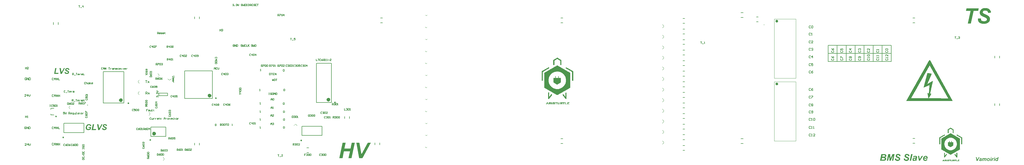
<source format=gto>
%FSTAX23Y23*%
%MOIN*%
%SFA1B1*%

%IPPOS*%
%ADD10C,0.009843*%
%ADD11C,0.023622*%
%ADD12C,0.003937*%
%ADD13C,0.009843*%
%ADD14C,0.007874*%
%ADD15C,0.001181*%
%ADD16C,0.001575*%
%ADD17C,0.002362*%
%ADD18C,0.005905*%
%ADD19C,0.005905*%
%ADD20C,0.005118*%
%LNslave-1*%
%LPD*%
G36*
X13854Y04968D02*
X13866Y0498D01*
X13877Y04968*
X13866Y04956*
X13854Y04968*
G37*
G36*
Y05795D02*
X13866Y05807D01*
X13877Y05795*
X13866Y05783*
X13854Y05795*
G37*
G36*
X05062Y04437D02*
X05062D01*
X05063*
X05064*
X05066Y04436*
X05067*
X05068Y04436*
X0507Y04435*
X05072Y04435*
X05074Y04435*
X05075Y04434*
X05077Y04433*
X05079Y04432*
X0508Y04431*
X05081Y0443*
X05082Y0443*
X05082*
X05083Y04429*
X05083Y04429*
X05084Y04428*
X05085Y04427*
X05085Y04426*
X05086Y04425*
X05087Y04424*
X05087Y04422*
X05088Y04421*
X05088Y04419*
X05089Y04417*
X05089Y04416*
X0509Y04414*
X05075Y04413*
Y04413*
Y04414*
X05074*
Y04414*
Y04415*
X05074Y04415*
Y04416*
X05074Y04417*
X05073Y04419*
X05072Y0442*
X05072Y0442*
X05071Y04421*
X05071Y04421*
X0507Y04422*
X0507*
X0507Y04422*
X05069Y04422*
X05069*
X05068Y04423*
X05068Y04423*
X05067*
X05066Y04424*
X05065Y04424*
X05064*
X05063Y04424*
X05062*
X05061*
X0506*
X0506*
X05059*
X05059*
X05058Y04424*
X05057*
X05056Y04424*
X05054Y04423*
X05053*
X05053Y04423*
X05052Y04422*
X05051Y04422*
X05051Y04422*
X05051Y04421*
X0505Y0442*
X0505Y0442*
X0505Y04418*
X05049Y04418*
Y04417*
X05049Y04416*
X05049Y04416*
Y04415*
Y04414*
X0505Y04413*
X0505Y04412*
X05051Y04412*
X05051Y04411*
X05051Y04411*
X05052Y04411*
X05052Y0441*
X05053*
X05053Y0441*
X05054Y04409*
X05055Y04409*
X05055Y04409*
X05056Y04408*
X05057Y04407*
X05058Y04407*
X0506Y04406*
X05061Y04405*
X05062Y04405*
X05063*
Y04405*
X05063*
X05064Y04404*
X05064Y04404*
X05066Y04403*
X05067Y04403*
X05068Y04402*
X0507Y04402*
X05072Y044*
X05074Y044*
X05075Y04399*
X05076Y04398*
X05077Y04397*
X05078Y04396*
X05079*
X05079Y04396*
X05079Y04396*
Y04395*
X0508Y04395*
X0508Y04394*
X05081Y04394*
X05081Y04393*
X05082Y04392*
X05082Y04391*
X05083Y0439*
X05083Y04389*
X05084Y04388*
X05084Y04387*
Y04385*
X05085Y04384*
Y04383*
Y04382*
Y04381*
X05084Y04381*
Y0438*
Y04379*
X05084Y04378*
X05083Y04377*
X05083Y04375*
X05083Y04374*
X05082Y04373*
X05081Y04371*
X0508Y0437*
X05079Y04368*
X05078Y04367*
X05077Y04366*
X05076Y04365*
X05076Y04365*
X05075Y04364*
X05074Y04364*
X05073Y04363*
X05072Y04362*
X05071Y04362*
X05069Y04361*
X05068Y04361*
X05066Y0436*
X05064Y04359*
X05062Y04359*
X05059*
X05057Y04359*
X05055*
X05053*
X05053*
X05052*
X05051*
X0505*
X05049Y04359*
X05048*
X05046Y04359*
X05045*
X05043Y0436*
X05042Y0436*
X0504Y04361*
X05039Y04361*
X05038Y04362*
X05037*
X05037Y04362*
X05037*
X05036Y04362*
X05035Y04363*
X05035Y04363*
X05034Y04364*
X05033Y04364*
X05032Y04365*
X05031Y04366*
X0503Y04367*
X05029Y04368*
X05029Y04369*
X05028Y0437*
X05027Y04371*
Y04371*
Y04372*
X05027Y04372*
Y04372*
X05027Y04373*
X05026Y04374*
Y04375*
X05026Y04375*
X05025Y04377*
Y04378*
X05025Y04379*
Y0438*
Y04381*
X05025Y04383*
Y04384*
X0504Y04385*
Y04385*
Y04384*
Y04384*
Y04383*
X0504Y04383*
Y04382*
Y04381*
X0504Y04379*
X05041Y04378*
X05041Y04377*
Y04377*
X05042Y04376*
X05042Y04375*
X05042Y04375*
X05043Y04375*
X05043Y04374*
X05044*
X05044Y04374*
X05045Y04374*
X05046Y04373*
X05047Y04373*
X05048Y04372*
X05049Y04372*
X0505*
X05051Y04372*
X05053*
X05055*
X05055*
X05056*
X05057*
X05057*
X05058*
X05059Y04372*
X05061*
X05062Y04373*
X05063*
X05064Y04373*
X05065Y04374*
X05066Y04374*
X05066*
Y04375*
X05067Y04375*
X05068Y04376*
X05068Y04377*
X05068Y04378*
X05069Y04379*
Y04379*
X05069Y0438*
Y04381*
Y04381*
Y04381*
X05069Y04382*
Y04383*
X05068Y04384*
X05068Y04385*
X05068Y04385*
X05067Y04385*
X05067Y04386*
X05066Y04387*
X05066*
Y04387*
X05066*
X05065Y04387*
X05065*
X05064Y04388*
X05064Y04388*
X05063Y04388*
X05062Y04389*
X05061Y04389*
X0506Y0439*
X05059Y0439*
X05057Y04391*
X05055Y04392*
X05055*
X05055Y04392*
X05054*
X05053Y04393*
X05053Y04393*
X05051Y04394*
X05051Y04394*
X05049Y04395*
X05046Y04396*
X05046Y04397*
X05044Y04397*
X05044Y04398*
X05043Y04398*
X05042*
X05042Y04399*
X05042Y04399*
X05041*
X0504Y044*
X05039Y04401*
X05038Y04402*
X05037Y04403*
X05037Y04405*
X05036*
Y04405*
X05036Y04406*
Y04407*
X05035Y04407*
Y04408*
X05035Y04408*
Y04409*
X05035Y0441*
Y04411*
X05034Y04412*
Y04414*
Y04415*
Y04415*
Y04416*
Y04417*
X05035Y04418*
Y04419*
X05035Y0442*
X05035Y04421*
X05036Y04422*
X05036Y04424*
X05037Y04425*
X05038Y04426*
X05038Y04428*
X0504Y04429*
X05041Y0443*
X05041*
Y04431*
X05042Y04431*
X05042Y04431*
X05043Y04432*
X05044Y04432*
X05045Y04433*
X05046Y04433*
X05047Y04434*
X05049Y04435*
X05051Y04435*
X05052Y04436*
X05054Y04436*
X05056*
X05059Y04437*
X05061*
X05062*
X05062*
G37*
G36*
X04854D02*
X04854D01*
X04855*
X04856*
X04857Y04436*
X04859*
X0486Y04436*
X04862Y04435*
X04864Y04435*
X04865Y04435*
X04867Y04434*
X04869Y04433*
X0487Y04433*
X04872Y04431*
X04874Y04431*
Y0443*
X04874*
X04874Y0443*
X04875Y04429*
X04875Y04429*
X04876Y04428*
X04877Y04427*
X04878Y04426*
X04879Y04425*
X0488Y04424*
X04881Y04422*
X04881Y0442*
X04882Y04419*
X04883Y04417*
X04884Y04415*
X04884Y04413*
X0487Y04411*
Y04412*
X04869Y04412*
Y04413*
X04869Y04413*
X04868Y04414*
X04868Y04415*
X04867Y04416*
X04866Y04418*
X04865Y0442*
X04864Y0442*
X04864Y04421*
X04863*
X04863Y04421*
X04862Y04422*
X04862Y04422*
X04861*
X04861Y04422*
X0486Y04423*
X04859Y04423*
X04858*
X04857Y04424*
X04856*
X04855Y04424*
X04854*
X04853*
X04852*
X04851*
X04851*
X0485*
X04849Y04424*
X04848*
X04847Y04423*
X04846*
X04845Y04423*
X04844Y04422*
X04842Y04422*
X04841Y04422*
X0484Y04421*
X04839Y0442*
X04838Y0442*
X04838Y04419*
X04837Y04419*
X04837Y04418*
X04836Y04418*
X04835Y04417*
X04835Y04416*
X04834Y04415*
X04833Y04414*
X04832Y04413*
X04831Y04412*
X04831Y04411*
X0483Y04409*
X04829Y04408*
Y04407*
X04829Y04407*
Y04407*
X04828Y04406*
X04828Y04405*
Y04404*
X04827Y04403*
X04827Y04401*
X04827Y044*
X04826Y04398*
Y04397*
X04826Y04395*
Y04394*
X04825Y04392*
Y0439*
Y0439*
Y04389*
Y04388*
X04826Y04388*
Y04387*
Y04386*
X04826Y04385*
Y04384*
X04827Y04383*
X04827Y04381*
X04827Y0438*
X04828Y04379*
X04829Y04378*
X04829Y04377*
X0483Y04376*
X0483*
Y04375*
X04831Y04375*
X04831*
X04832Y04375*
X04832Y04374*
X04833*
X04834Y04373*
X04835Y04373*
X04836Y04372*
X04837Y04372*
X04838*
X0484Y04372*
X04841*
X04842*
X04844*
X04844*
X04844*
X04845*
X04846*
X04846*
X04847Y04372*
X04849*
X04851Y04372*
X04853Y04373*
X04853*
X04853Y04373*
X04854*
X04854*
X04855Y04374*
X04855*
X04856Y04374*
X04857Y04374*
X04859Y04375*
X04861Y04375*
X04862Y04376*
X04864Y04387*
X04845*
X04848Y044*
X04881*
X04875Y04368*
X04874*
X04874Y04367*
X04874Y04367*
X04873*
X04872Y04366*
X04872Y04366*
X0487Y04365*
X0487Y04365*
X04868Y04364*
X04867Y04364*
X04866Y04363*
X04864Y04362*
X04863Y04362*
X04861Y04362*
X0486Y04361*
X04859*
X04859*
X04859Y04361*
X04858*
X04857Y0436*
X04856*
X04855Y0436*
X04853Y04359*
X04852*
X0485Y04359*
X04849*
X04847Y04359*
X04846*
X04844*
X04842*
X04841*
X04841*
X0484*
X0484*
X04839*
X04837Y04359*
X04836*
X04834Y04359*
X04833Y0436*
X04831Y0436*
X04829Y04361*
X04827Y04361*
X04825Y04362*
X04824Y04362*
X04822Y04364*
X04821Y04365*
X0482Y04365*
X0482Y04366*
X04819Y04366*
X04818Y04367*
X04818Y04368*
X04816Y0437*
X04816Y04371*
X04815Y04373*
X04814Y04375*
X04813Y04377*
X04812Y04379*
X04811Y04381*
X04811Y04384*
X04811Y04387*
Y04388*
Y0439*
Y0439*
Y0439*
Y04391*
Y04392*
Y04393*
X04811Y04394*
Y04395*
Y04397*
X04811Y04398*
X04812Y044*
X04812Y04401*
X04812Y04403*
X04813Y04405*
X04813Y04407*
X04814Y04409*
X04815Y04411*
Y04411*
X04815*
Y04412*
Y04412*
X04816Y04413*
X04816Y04414*
X04817Y04415*
X04818Y04416*
X04819Y04418*
X0482Y04419*
X04821Y04421*
X04822Y04422*
X04824Y04424*
X04825Y04425*
X04826Y04427*
X04828Y04429*
X0483Y0443*
X0483*
Y0443*
X04831Y04431*
X04831Y04431*
X04833Y04431*
X04834Y04432*
X04835Y04433*
X04836Y04433*
X04838Y04434*
X0484Y04435*
X04842Y04435*
X04844Y04435*
X04846Y04436*
X04848*
X0485Y04437*
X04853*
X04853*
X04854*
G37*
G36*
X0499Y0436D02*
X04973D01*
X0496Y04435*
X04975*
X04985Y04378*
X05016Y04435*
X05031*
X0499Y0436*
G37*
G36*
X04906Y04372D02*
X04945D01*
X04942Y0436*
X04888*
X04904Y04435*
X04919*
X04906Y04372*
G37*
G36*
X15574Y04044D02*
X15575D01*
X15575*
X15577*
X15578*
X1558Y04043*
X15581Y04043*
X15583Y04042*
X15585Y04042*
X15587Y04042*
X15589Y04041*
X15591Y0404*
X15593Y04039*
X15595Y04038*
X15597Y04037*
X15597Y04036*
X15598Y04036*
X15598Y04035*
X15599Y04035*
X156Y04034*
X156Y04033*
X15601Y04031*
X15602Y0403*
X15603Y04029*
X15603Y04027*
X15604Y04025*
X15605Y04024*
X15605Y04022*
X15606Y04019*
X15606Y04017*
X15589Y04016*
X15588*
Y04017*
Y04017*
Y04018*
Y04018*
X15588Y04019*
Y0402*
X15587Y04022*
X15587Y04023*
X15586Y04024*
X15585Y04025*
X15585Y04025*
X15584Y04026*
Y04026*
X15584*
X15583Y04027*
X15583*
X15583Y04027*
X15582Y04027*
X15581Y04028*
X15581Y04028*
X1558*
X15579Y04029*
X15577Y04029*
X15577*
X15575Y04029*
X15574*
X15573*
X15572*
X15572*
X15571*
X1557*
X15569*
X15568Y04029*
X15567Y04029*
X15565Y04028*
X15564*
X15563Y04028*
X15562Y04027*
X15562Y04027*
X15562*
X15561Y04026*
X15561Y04026*
X1556Y04025*
X1556Y04024*
X15559Y04023*
X15559Y04022*
Y04021*
X15559Y0402*
Y0402*
X15559*
Y04019*
Y04018*
X15559Y04017*
X1556Y04016*
X15561Y04015*
X15561Y04014*
X15562Y04014*
X15562*
X15562Y04013*
X15563Y04013*
X15564Y04012*
X15564Y04012*
X15565Y04012*
X15566Y04011*
X15567Y04011*
X15568Y0401*
X1557Y04009*
X15571Y04009*
X15573Y04008*
X15575Y04007*
X15575Y04007*
X15575*
X15576Y04006*
X15577Y04006*
X15578Y04005*
X1558Y04005*
X15581Y04004*
X15583Y04003*
X15586Y04001*
X15588Y04001*
X15589Y04*
X15591Y03999*
X15592Y03998*
X15593Y03997*
X15594Y03997*
X15594Y03996*
X15594Y03996*
Y03996*
X15595Y03995*
X15596Y03995*
X15596Y03994*
X15596Y03993*
X15597Y03992*
X15598Y03991*
X15598Y0399*
X15599Y03988*
X15599Y03987*
X156Y03986*
X156Y03984*
X156Y03983*
Y03981*
Y03981*
Y0398*
Y0398*
X156Y03979*
Y03978*
X156Y03977*
Y03975*
X15599Y03974*
X15599Y03972*
X15598Y03971*
X15597Y03969*
X15596Y03968*
X15595Y03966*
X15594Y03964*
X15593Y03962*
X15591Y03961*
X1559Y03961*
X1559Y0396*
X15589Y0396*
X15588Y03959*
X15587Y03958*
X15586Y03958*
X15584Y03957*
X15583Y03956*
X15581Y03955*
X15579Y03955*
X15576Y03954*
X15574Y03953*
X15571Y03953*
X15568Y03953*
X15565*
X15564*
X15563*
X15562*
X15561Y03953*
X1556*
X15559*
X15557Y03953*
X15555*
X15554Y03954*
X15552Y03954*
X1555Y03955*
X15549Y03955*
X15547Y03956*
X15546Y03957*
X15545*
X15545Y03957*
X15544*
X15544Y03957*
X15543Y03958*
X15542Y03959*
X15541Y03959*
X1554Y0396*
X15539Y03961*
X15538Y03962*
X15537Y03962*
X15536Y03964*
X15535Y03965*
X15535Y03966*
X15534Y03967*
X15533Y03968*
Y03968*
X15533Y03969*
X15533Y0397*
Y03971*
X15532Y03972*
X15532Y03973*
Y03974*
X15531Y03975*
X15531Y03977*
Y03978*
X15531Y03979*
Y03981*
Y03983*
X15548Y03984*
Y03983*
Y03983*
Y03982*
Y03982*
X15548Y03981*
Y0398*
Y03979*
X15549Y03977*
X15549Y03975*
X1555Y03975*
X1555Y03974*
X1555Y03973*
X15551Y03972*
X15551*
Y03972*
X15551*
X15552Y03972*
X15553Y03971*
X15553Y03971*
X15554Y0397*
X15555Y0397*
X15556Y03969*
X15557Y03969*
X15559Y03968*
X1556*
X15562Y03968*
X15564*
X15565*
X15566*
X15567*
X15568*
X15568*
X15569*
X1557Y03968*
X15572Y03969*
X15575Y03969*
X15575Y0397*
X15577Y0397*
X15577Y0397*
X15578Y03971*
X15579*
Y03972*
X15579*
X15579Y03972*
X1558Y03973*
X15581Y03974*
X15582Y03975*
Y03976*
X15582Y03977*
Y03978*
Y03979*
Y03979*
Y03979*
Y0398*
X15582Y03981*
X15581Y03982*
X15581Y03983*
X15581Y03984*
X1558Y03984*
X1558Y03985*
X15579Y03985*
X15579*
Y03986*
X15578*
X15578Y03986*
X15577Y03987*
X15577Y03987*
X15576Y03987*
X15575Y03988*
X15574Y03988*
X15573Y03989*
X15572Y0399*
X1557Y0399*
X15568Y03991*
X15566Y03992*
X15566Y03992*
X15566*
X15565Y03992*
X15564Y03993*
X15563Y03993*
X15562Y03994*
X15561Y03994*
X15558Y03996*
X15556Y03997*
X15555Y03998*
X15553Y03998*
X15552Y03999*
X15551Y03999*
X15551Y04*
X15551Y04*
X1555*
X1555Y04*
X15549Y04001*
X15548Y04002*
X15546Y04004*
X15545Y04005*
X15544Y04007*
Y04007*
X15544Y04008*
Y04008*
X15543Y04009*
X15543Y04009*
Y0401*
X15542Y04011*
Y04012*
X15542Y04012*
Y04014*
X15542Y04016*
X15541Y04018*
Y04018*
X15542Y04019*
Y0402*
Y04021*
X15542Y04022*
Y04023*
X15542Y04024*
X15543Y04026*
X15543Y04027*
X15544Y04029*
X15545Y04031*
X15546Y04032*
X15547Y04034*
X15548Y04035*
X1555Y04037*
X1555Y04037*
X1555Y04037*
X15551Y04038*
X15552Y04038*
X15553Y04039*
X15554Y04039*
X15555Y0404*
X15557Y04041*
X15559Y04042*
X15561Y04042*
X15562Y04043*
X15565Y04043*
X15567Y04044*
X1557*
X15573Y04044*
X15574*
X15574Y04044*
G37*
G36*
X15458D02*
X15459D01*
X15459*
X1546*
X15462*
X15463Y04043*
X15465Y04043*
X15467Y04042*
X15469Y04042*
X15471Y04042*
X15473Y04041*
X15475Y0404*
X15477Y04039*
X15479Y04038*
X1548Y04037*
X15481*
Y04036*
X15481Y04036*
X15482Y04035*
X15483Y04035*
X15483Y04034*
X15484Y04033*
X15485Y04031*
X15486Y0403*
X15487Y04029*
X15487Y04027*
X15488Y04025*
X15488Y04024*
X15489Y04022*
X1549Y04019*
Y04017*
X15472Y04016*
Y04017*
Y04017*
Y04018*
X15472Y04018*
Y04019*
X15472Y0402*
X15471Y04022*
X1547Y04023*
X1547Y04024*
X15469Y04025*
X15468Y04025*
X15468Y04026*
X15468Y04026*
X15467Y04027*
X15467*
X15466Y04027*
X15466Y04027*
X15465Y04028*
X15464Y04028*
X15463*
X15462Y04029*
X15461Y04029*
X1546*
X15459Y04029*
X15458*
X15456*
X15455*
X15455*
X15455*
X15454*
X15453*
X15452Y04029*
X1545Y04029*
X15449Y04028*
X15448*
X15447Y04028*
X15446Y04027*
X15446Y04027*
X15445Y04026*
X15444Y04026*
X15444Y04025*
X15444Y04024*
X15443Y04023*
X15442Y04022*
Y04021*
Y0402*
Y0402*
Y04019*
X15443Y04018*
X15443Y04017*
X15444Y04016*
X15444Y04015*
X15445Y04014*
X15445Y04014*
X15446*
X15446Y04013*
X15446*
X15447Y04013*
X15448Y04012*
X15448Y04012*
X15449Y04012*
X1545Y04011*
X15451Y04011*
X15452Y0401*
X15453Y04009*
X15455Y04009*
X15457Y04008*
X15458Y04007*
X15459*
Y04007*
X15459*
X15459*
X1546Y04006*
X15461Y04006*
X15462Y04005*
X15463Y04005*
X15465Y04004*
X15466Y04003*
X1547Y04001*
X15471Y04001*
X15473Y04*
X15474Y03999*
X15475Y03998*
X15477Y03997*
X15477Y03997*
X15477Y03996*
X15478*
Y03996*
X15478Y03996*
X15479Y03995*
X15479Y03995*
X15479Y03994*
X1548Y03993*
X15481Y03992*
X15481Y03991*
X15482Y0399*
X15483Y03988*
X15483Y03987*
X15483Y03986*
X15484Y03984*
Y03983*
Y03981*
Y03981*
Y0398*
Y0398*
Y03979*
Y03978*
X15483Y03977*
X15483Y03975*
X15483Y03974*
X15482Y03972*
X15482Y03971*
X15481Y03969*
X1548Y03968*
X15479Y03966*
X15478Y03964*
X15476Y03962*
X15475Y03961*
X15474Y03961*
X15474Y0396*
X15473Y0396*
X15472Y03959*
X15471Y03958*
X1547Y03958*
X15468Y03957*
X15466Y03956*
X15464Y03955*
X15462Y03955*
X1546Y03954*
X15457Y03953*
X15455Y03953*
X15452Y03953*
X15449*
X15448*
X15447*
X15446*
X15445Y03953*
X15444*
X15442*
X15441Y03953*
X15439*
X15438Y03954*
X15436Y03954*
X15434Y03955*
X15433Y03955*
X15431Y03956*
X15429Y03957*
X15429*
X15429Y03957*
X15428*
X15427Y03957*
X15426Y03958*
X15425Y03959*
X15425Y03959*
X15424Y0396*
X15423Y03961*
X15422Y03962*
X15421Y03962*
X1542Y03964*
X15419Y03965*
X15418Y03966*
X15418Y03967*
X15417*
Y03968*
X15417Y03968*
Y03969*
X15416Y0397*
X15416Y03971*
Y03972*
X15416Y03973*
X15415Y03974*
X15415Y03975*
Y03977*
X15414Y03978*
Y03979*
Y03981*
Y03983*
X15432Y03984*
Y03983*
Y03983*
Y03982*
Y03982*
Y03981*
Y0398*
X15432Y03979*
X15433Y03977*
X15433Y03975*
X15433Y03975*
X15434Y03974*
X15434Y03973*
X15435Y03972*
X15435Y03972*
X15435*
X15436Y03972*
X15436Y03971*
X15437Y03971*
X15438Y0397*
X15439Y0397*
X1544Y03969*
X15441Y03969*
X15442Y03968*
X15444*
X15446Y03968*
X15447*
X15449*
X1545*
X15451*
X15451*
X15452*
X15453*
X15454Y03968*
X15456Y03969*
X15458Y03969*
X15459Y0397*
X1546Y0397*
X15461Y0397*
X15462Y03971*
X15462Y03972*
X15463Y03972*
X15464Y03973*
X15465Y03974*
X15465Y03975*
X15466Y03976*
Y03977*
X15466Y03978*
Y03979*
Y03979*
Y03979*
X15466Y0398*
Y03981*
X15465Y03982*
X15464Y03983*
X15464Y03984*
X15464Y03984*
X15463Y03985*
X15463Y03985*
X15462*
X15462Y03986*
X15461Y03986*
X15461Y03987*
X1546Y03987*
X1546Y03987*
X15459Y03988*
X15458Y03988*
X15457Y03989*
X15455Y0399*
X15454Y0399*
X15452Y03991*
X1545Y03992*
X1545*
Y03992*
X15449*
X15449Y03992*
X15448Y03993*
X15447Y03993*
X15446Y03994*
X15444Y03994*
X15442Y03996*
X1544Y03997*
X15438Y03998*
X15437Y03998*
X15436Y03999*
X15435Y03999*
X15435*
X15435Y04*
Y04*
X15434*
X15433Y04*
X15433Y04001*
X15431Y04002*
X1543Y04004*
X15429Y04005*
X15428Y04007*
X15427*
Y04007*
Y04008*
X15427Y04008*
Y04009*
X15427Y04009*
X15426Y0401*
Y04011*
X15426Y04012*
Y04012*
X15425Y04014*
X15425Y04016*
Y04018*
Y04018*
Y04019*
Y0402*
X15425Y04021*
Y04022*
X15426Y04023*
X15426Y04024*
X15427Y04026*
X15427Y04027*
X15428Y04029*
X15429Y04031*
X15429Y04032*
X15431Y04034*
X15432Y04035*
X15433Y04037*
X15433*
Y04037*
X15434Y04037*
X15435Y04038*
X15435Y04038*
X15437Y04039*
X15438Y04039*
X15439Y0404*
X1544Y04041*
X15442Y04042*
X15444Y04042*
X15446Y04043*
X15449Y04043*
X15451Y04044*
X15453*
X15457Y04044*
X15457*
X15458Y04044*
G37*
G36*
X15394Y03954D02*
X15377D01*
X15392Y04027*
X1536Y03954*
X15342*
X15339Y04028*
X15325Y03954*
X15309*
X15327Y04042*
X15353*
X15356Y03982*
X15384Y04042*
X1541*
X15394Y03954*
G37*
G36*
X15744D02*
X1573D01*
X15717Y04018*
X15734*
X15738Y0399*
X15738Y0399*
Y03989*
Y03988*
X15739Y03987*
Y03987*
Y03985*
X15739Y03984*
X1574Y03981*
Y0398*
X1574Y03979*
Y03978*
X1574Y03977*
Y03976*
Y03975*
X15741Y03975*
Y03976*
X15741Y03976*
Y03977*
X15742Y03977*
Y03977*
X15742Y03978*
X15742Y03979*
X15743Y0398*
X15744Y03981*
X15744Y03982*
X15745Y03983*
X15745Y03983*
X15746Y03984*
Y03985*
X15746Y03985*
X15747Y03987*
X15748Y03988*
X15748Y03989*
X15749Y0399*
Y0399*
X15749Y03991*
Y03991*
X15765Y04018*
X15784*
X15744Y03954*
G37*
G36*
X15683Y0402D02*
X15684D01*
X15685Y04019*
X15686*
X15688Y04019*
X15689*
X1569Y04018*
X15692Y04018*
X15694Y04018*
X15695Y04017*
X15696Y04016*
X15698Y04016*
X15699Y04014*
X157Y04014*
X157Y04014*
X157Y04013*
X15701Y04012*
X15701Y04012*
X15702Y04011*
X15702Y04011*
X15703Y04009*
X15703Y04009*
X15704Y04007*
X15704Y04006*
X15705Y04005*
Y04004*
X15705Y04002*
Y04002*
Y04001*
X15705Y04001*
Y04*
Y03999*
Y03998*
X15704Y03996*
Y03996*
Y03996*
Y03995*
X15704Y03994*
Y03994*
Y03993*
X15703Y03992*
X15703Y03991*
Y03989*
X15703Y03988*
X15702Y03986*
X15702Y03984*
X15701Y03982*
X15701Y03979*
Y03979*
Y03979*
X157Y03978*
Y03977*
Y03976*
X157Y03975*
Y03974*
X157Y03973*
X15699Y0397*
X15699Y03968*
X15698Y03966*
Y03965*
Y03964*
Y03963*
Y03963*
Y03962*
Y03962*
Y03962*
Y03961*
Y03961*
X15699Y03959*
Y03958*
X15699Y03956*
X157Y03954*
X15683*
X15683Y03955*
Y03955*
X15682Y03957*
Y03957*
X15682Y03959*
Y0396*
Y03961*
X15681*
Y03961*
X15681*
X15681Y03961*
X1568Y0396*
X1568Y03959*
X15679Y03959*
X15678Y03958*
X15676Y03957*
X15675Y03956*
X15673Y03955*
X15672Y03955*
X15672*
X15672Y03954*
X15671*
X1567*
X1567Y03954*
X15668Y03953*
X15666Y03953*
X15665Y03953*
X15663*
X15662*
X15662*
X15662*
X15661Y03953*
X1566*
X15659*
X15658Y03953*
X15657*
X15656Y03954*
X15655Y03954*
X15654Y03955*
X15653Y03955*
X15652Y03956*
X15651Y03957*
X1565Y03958*
X1565Y03958*
Y03959*
X15649Y03959*
X15649Y03959*
X15648Y0396*
X15648Y03961*
X15648Y03961*
X15647Y03962*
X15646Y03963*
X15646Y03964*
X15646Y03966*
X15645Y03967*
Y03968*
X15645Y0397*
Y03971*
Y03972*
Y03972*
Y03973*
Y03974*
X15645Y03974*
Y03975*
X15646Y03977*
Y03978*
X15646Y03979*
X15647Y0398*
X15647Y03981*
X15648Y03983*
X15649Y03984*
X1565Y03985*
X1565Y03986*
X15651*
X15651Y03987*
X15651Y03987*
X15652Y03987*
X15653Y03988*
X15654Y03988*
X15655Y03989*
X15656Y03989*
X15658Y0399*
X15659Y0399*
X15661Y03991*
X15663Y03992*
X15666Y03992*
X15668Y03992*
X15671*
X15671*
Y03993*
X15672*
X15673*
X15674*
X15675*
X15676Y03993*
X15677*
X1568Y03994*
X15681Y03994*
X15683*
X15684Y03994*
X15685*
X15686Y03995*
X15687Y03995*
X15687*
Y03996*
Y03996*
X15688Y03997*
Y03998*
X15688Y03999*
Y04*
Y04001*
Y04001*
Y04002*
Y04002*
X15688Y04003*
X15687Y04004*
X15687Y04005*
X15686Y04005*
X15686*
Y04006*
X15685Y04006*
X15685*
X15683Y04007*
X15682Y04007*
X15681Y04007*
X15679*
X15679*
X15678*
X15678Y04007*
X15677*
X15675*
X15674Y04007*
X15673Y04006*
X15672Y04005*
X15672Y04005*
X15671Y04005*
X15671Y04004*
X1567Y04003*
X1567Y04002*
X15669Y04001*
X15668Y04*
X15652Y04001*
Y04002*
Y04002*
X15652Y04003*
X15653Y04003*
X15653Y04004*
X15653Y04005*
X15654Y04006*
X15655Y04007*
X15655Y04009*
X15656Y04009*
X15657Y04011*
X15658Y04012*
X15659Y04013*
X15661Y04014*
X15662Y04015*
X15662*
X15662Y04015*
X15663Y04016*
X15664Y04016*
X15664Y04016*
X15666Y04017*
X15667Y04017*
X15668Y04018*
X1567Y04018*
X15671Y04018*
X15673Y04019*
X15675Y04019*
X15677Y0402*
X15679*
X15681*
X15682*
X15683*
G37*
G36*
X15627Y03954D02*
X1561D01*
X15628Y04042*
X15645*
X15627Y03954*
G37*
G36*
X15273Y04042D02*
X15274D01*
X15276*
X15279Y04042*
X15279*
X15281*
X15281*
X15282Y04042*
X15283*
X15283*
X15283*
X15284*
X15285Y04041*
X15285*
X15286Y04041*
X15288Y0404*
X1529Y0404*
X15292Y04039*
X15293Y04038*
X15294*
Y04038*
X15294*
X15294Y04037*
X15295Y04037*
X15296Y04036*
X15297Y04035*
X15298Y04034*
X15299Y04033*
X153Y04031*
Y04031*
X15301Y0403*
Y0403*
X15301Y04029*
Y04029*
X15301Y04028*
Y04027*
X15302Y04027*
X15302Y04025*
Y04023*
X15303Y04021*
Y04021*
Y0402*
Y0402*
X15302Y04019*
Y04018*
Y04018*
X15302Y04017*
X15301Y04015*
X15301Y04014*
X15301Y04012*
X153Y04011*
X153Y04011*
X15299Y04009*
X15298Y04008*
X15298Y04008*
X15298Y04007*
X15297Y04007*
X15297Y04007*
X15296Y04006*
X15295Y04005*
X15294Y04005*
X15294Y04004*
X15292Y04003*
X15292Y04003*
X1529Y04002*
X15289Y04001*
X15287Y04001*
X15286Y04*
X15286Y04*
X15287*
X15287*
X15288Y04*
X15288*
X15289Y03999*
X1529Y03999*
X15291Y03998*
X15293Y03996*
X15294Y03996*
X15295Y03995*
X15296Y03994*
X15296Y03994*
X15297Y03993*
Y03993*
X15297*
Y03992*
X15298Y03992*
X15298Y03991*
X15298Y0399*
X15299Y0399*
X15299Y03989*
X153Y03987*
X153Y03986*
Y03985*
X153Y03984*
Y03983*
Y03982*
Y03982*
Y03981*
Y03981*
X153Y0398*
Y03979*
X153Y03978*
Y03977*
X15299Y03975*
X15299Y03974*
X15298Y03973*
X15298Y03972*
X15297Y0397*
X15296Y03969*
X15296Y03968*
Y03967*
X15295Y03967*
X15295Y03966*
X15294Y03966*
X15294Y03965*
X15293Y03964*
X15292Y03964*
X15292Y03963*
X15291Y03962*
X1529Y03961*
X15288Y0396*
X15287Y03959*
X15286Y03959*
X15285Y03958*
X15283Y03957*
X15283*
X15283Y03957*
X15282*
X15281Y03957*
X1528*
X15279Y03956*
X15277Y03956*
X15276Y03955*
X15274*
X15273Y03955*
X15271Y03955*
X15269*
X15266Y03954*
X15264*
X15261*
X1522*
X15238Y04042*
X15272*
X15273*
G37*
G36*
X1582Y0402D02*
X15821D01*
X15822*
X15823Y04019*
X15824Y04019*
X15825*
X15827Y04018*
X15829Y04018*
X1583Y04017*
X15832Y04016*
X15833Y04016*
X15835Y04015*
X15836Y04014*
X15837Y04012*
X15838Y04012*
X15838Y04012*
X15838Y04011*
X15839Y0401*
X1584Y04009*
X1584Y04008*
X15841Y04007*
X15842Y04006*
X15842Y04004*
X15843Y04003*
X15843Y04001*
X15844Y03999*
X15844Y03997*
X15844Y03994*
Y03992*
Y03992*
Y03991*
Y03991*
Y0399*
Y0399*
Y03989*
Y03988*
X15844Y03987*
Y03985*
X15844Y03983*
X15843Y03981*
X158*
Y0398*
Y03979*
Y03979*
Y03979*
Y03978*
Y03977*
Y03977*
X158Y03976*
Y03975*
X15801Y03974*
X15801Y03973*
X15801Y03972*
X15802Y03971*
X15802Y0397*
X15803Y0397*
X15803Y03969*
X15804*
Y03968*
X15804*
X15805Y03968*
X15805Y03968*
X15805Y03967*
X15806Y03967*
X15807Y03966*
X15809Y03966*
X1581Y03965*
X15811*
X15811*
X15812Y03965*
X15813*
X15813Y03965*
X15814*
X15814*
X15815*
X15816Y03966*
X15817Y03966*
X15818Y03966*
X1582Y03967*
X1582Y03968*
X15822Y03969*
X15823Y0397*
X15824Y03971*
X15825Y03972*
X15826Y03974*
X15841Y03971*
Y03971*
X15841Y0397*
X1584Y0397*
X1584Y03969*
X15839Y03968*
X15839Y03967*
X15838Y03966*
X15837Y03965*
X15837Y03964*
X15835Y03962*
X15834Y03961*
X15833Y03961*
X15832Y03959*
X15831Y03958*
X15829Y03957*
Y03957*
X15828*
X15828Y03957*
X15827Y03956*
X15826Y03956*
X15825Y03955*
X15824Y03955*
X15823Y03955*
X15822Y03954*
X1582Y03954*
X15819Y03953*
X15817Y03953*
X15816*
X15814Y03953*
X15812*
X15812*
X15811*
X1581*
X15809Y03953*
X15808*
X15806Y03953*
X15805Y03954*
X15803Y03954*
X15801Y03955*
X158Y03955*
X15798Y03956*
X15796Y03957*
X15794Y03958*
X15793Y03959*
X15791Y03961*
X15791Y03961*
X1579Y03962*
X1579Y03962*
X15789Y03963*
X15789Y03964*
X15788Y03965*
X15787Y03966*
X15787Y03968*
X15786Y0397*
X15785Y03972*
X15785Y03974*
X15784Y03975*
X15784Y03977*
X15783Y0398*
Y03983*
Y03983*
Y03983*
Y03984*
Y03985*
Y03986*
X15784Y03987*
Y03988*
X15784Y0399*
X15785Y03992*
X15785Y03994*
X15786Y03996*
X15787Y03998*
X15787Y04*
X15788Y04002*
X15789Y04004*
X1579Y04006*
X15791*
Y04006*
X15792Y04007*
X15792Y04008*
X15794Y04009*
X15795Y0401*
X15796Y04011*
X15798Y04012*
X158Y04014*
X15802Y04015*
X15804Y04016*
X15807Y04018*
X15809Y04018*
X15812Y04019*
X15814*
X15815Y0402*
X15817*
X15819*
X15819*
X1582*
G37*
G36*
X04569Y05175D02*
X0457D01*
X0457*
X04571*
X04573Y05175*
X04574*
X04575Y05175*
X04577Y05174*
X04579Y05174*
X04581Y05174*
X04582Y05173*
X04584Y05172*
X04586Y05171*
X04587Y0517*
X04588Y05169*
X04589Y05169*
X04589Y05168*
X0459Y05168*
X0459Y05168*
X04591Y05167*
X04592Y05166*
X04592Y05165*
X04593Y05164*
X04594Y05162*
X04594Y05161*
X04595Y0516*
X04596Y05158*
X04596Y05156*
X04596Y05155*
X04597Y05153*
X04582Y05152*
Y05152*
Y05153*
X04581*
Y05153*
Y05154*
X04581Y05154*
Y05155*
X04581Y05156*
X0458Y05158*
X04579Y05159*
X04579Y05159*
X04578Y0516*
X04578Y0516*
X04577Y05161*
X04577*
X04577Y05161*
X04576Y05161*
X04576*
X04575Y05162*
X04575Y05162*
X04574*
X04573Y05162*
X04572Y05163*
X04571*
X0457*
X04569Y05163*
X04568*
X04567*
X04567*
X04566*
X04566Y05163*
X04565*
X04564*
X04563Y05162*
X04561Y05162*
X04561*
X0456Y05162*
X04559Y05161*
X04559Y05161*
X04558Y05161*
X04558Y0516*
X04557Y05159*
X04557Y05159*
X04557Y05157*
X04556Y05157*
Y05156*
Y05155*
Y05155*
Y05154*
Y05153*
X04557Y05152*
X04557Y05151*
X04558Y05151*
X04558Y0515*
X04559Y0515*
X04559Y0515*
X04559Y05149*
X0456*
X0456Y05149*
X04561Y05148*
X04562Y05148*
X04562Y05148*
X04563Y05147*
X04564Y05146*
X04566Y05146*
X04567Y05145*
X04568Y05144*
X0457Y05144*
X0457*
Y05144*
X0457*
X04571Y05143*
X04572Y05143*
X04573Y05142*
X04574Y05142*
X04575Y05141*
X04577Y05141*
X04579Y05139*
X04581Y05138*
X04582Y05138*
X04583Y05137*
X04585Y05136*
X04585Y05135*
X04586Y05135*
X04586*
X04587Y05135*
X04587Y05134*
Y05134*
X04587Y05133*
X04588Y05133*
X04588Y05132*
X04589Y05131*
X04589Y0513*
X0459Y05129*
X0459Y05128*
X04591Y05127*
X04591Y05126*
Y05124*
X04592Y05123*
Y05122*
Y05121*
Y0512*
Y0512*
X04591Y05119*
Y05118*
X04591Y05117*
X0459Y05116*
X0459Y05114*
X0459Y05113*
X04589Y05112*
X04588Y0511*
X04587Y05109*
X04586Y05107*
X04585Y05106*
X04584Y05105*
X04583Y05104*
X04583Y05104*
X04582Y05103*
X04581Y05103*
X04581Y05102*
X04579Y05101*
X04578Y05101*
X04576Y051*
X04575Y051*
X04573Y05099*
X04571Y05098*
X04569Y05098*
X04566Y05098*
X04564*
X04562*
X04561*
X0456*
X04559*
X04558*
X04557*
X04556Y05098*
X04555*
X04553Y05098*
X04552*
X0455Y05099*
X04549Y05099*
X04548Y051*
X04546Y051*
X04545Y05101*
X04544*
X04544Y05101*
X04544*
X04543Y05101*
X04542Y05102*
X04542Y05102*
X04541Y05103*
X0454Y05103*
X04539Y05104*
X04538Y05105*
X04538Y05106*
X04537Y05107*
X04536Y05108*
X04535Y05109*
X04535Y0511*
Y0511*
Y05111*
X04534Y05111*
Y05111*
X04534Y05112*
X04533Y05113*
Y05114*
X04533Y05114*
X04533Y05116*
Y05117*
X04532Y05118*
Y05119*
Y0512*
Y05122*
Y05123*
X04547Y05124*
Y05124*
Y05123*
Y05123*
Y05122*
X04547Y05122*
Y05121*
Y0512*
X04548Y05118*
X04548Y05117*
X04548Y05116*
Y05116*
X04549Y05115*
X04549Y05114*
X0455Y05114*
X0455Y05114*
X0455Y05113*
X04551*
X04551Y05113*
X04552Y05112*
X04553Y05112*
X04554Y05112*
X04555Y05111*
X04556Y05111*
X04557*
X04559Y05111*
X0456*
X04562*
X04562*
X04563*
X04564*
X04564*
X04565*
X04566*
X04568Y05111*
X0457Y05112*
X0457*
X04572Y05112*
X04572Y05112*
X04573Y05113*
X04573*
X04574Y05114*
X04574Y05114*
X04575Y05115*
X04575Y05116*
X04575Y05117*
X04576Y05118*
Y05118*
X04576Y05119*
Y0512*
Y0512*
Y0512*
X04576Y05121*
Y05122*
X04575Y05123*
X04575Y05124*
X04575Y05124*
X04574Y05124*
X04574Y05125*
X04574Y05125*
X04573*
X04573Y05126*
X04572Y05126*
X04572*
X04572Y05127*
X04571Y05127*
X0457Y05127*
X04569Y05128*
X04568Y05128*
X04567Y05129*
X04566Y05129*
X04564Y0513*
X04562Y05131*
X04562Y05131*
X04561*
X04561Y05132*
X0456Y05132*
X04559Y05133*
X04558Y05133*
X04556Y05134*
X04553Y05135*
X04553Y05136*
X04551Y05136*
X04551Y05137*
X0455Y05137*
X0455*
X04549Y05138*
X04549Y05138*
X04548*
X04548Y05139*
X04546Y0514*
X04546Y05141*
X04544Y05142*
X04544Y05144*
X04543*
Y05144*
X04543Y05145*
Y05146*
X04542Y05146*
Y05147*
X04542Y05147*
Y05148*
X04542Y05149*
Y0515*
X04541Y05151*
Y05153*
Y05154*
Y05154*
Y05155*
Y05156*
X04542Y05157*
Y05158*
X04542Y05159*
X04542Y0516*
X04543Y05161*
X04544Y05163*
X04544Y05164*
X04545Y05165*
X04546Y05167*
X04547Y05168*
X04548Y05169*
X04548*
Y0517*
X04549Y0517*
X0455Y0517*
X0455Y05171*
X04551Y05171*
X04552Y05172*
X04553Y05172*
X04555Y05173*
X04556Y05174*
X04558Y05174*
X04559Y05175*
X04561Y05175*
X04563*
X04566Y05175*
X04568*
X04569*
X04569*
G37*
G36*
X04497Y05099D02*
X0448D01*
X04467Y05174*
X04482*
X04492Y05117*
X04523Y05174*
X04538*
X04497Y05099*
G37*
G36*
X04413Y05111D02*
X04452D01*
X04449Y05099*
X04395*
X04411Y05174*
X04426*
X04413Y05111*
G37*
G36*
X16602Y05966D02*
X16603D01*
X16604Y05966*
X16607*
X16611Y05966*
X16614Y05965*
X16619Y05964*
X16623Y05964*
X16627Y05962*
X16632Y05961*
X16637Y05959*
X16641Y05957*
X16646Y05955*
X1665Y05953*
X16653Y0595*
X16654Y05949*
X16655Y05948*
X16656Y05947*
X16658Y05945*
X1666Y05943*
X16661Y0594*
X16663Y05938*
X16665Y05935*
X16667Y05931*
X16669Y05928*
X16671Y05924*
X16672Y0592*
X16674Y05915*
X16674Y0591*
X16675Y05905*
X16635Y05903*
Y05904*
Y05905*
X16635Y05906*
Y05907*
X16634Y05909*
X16634Y0591*
X16633Y05912*
X16632Y05915*
X1663Y05919*
X16629Y05921*
X16627Y05922*
X16626Y05924*
X16625Y05925*
X16624Y05926*
X16624Y05926*
X16623Y05927*
X16622Y05927*
X16621Y05928*
X1662Y05929*
X16618Y05929*
X16616Y0593*
X16614Y05931*
X16612Y05932*
X1661Y05932*
X16607Y05933*
X16604Y05933*
X16601*
X16598*
X16597*
X16596*
X16594*
X16592*
X1659Y05933*
X16589*
X16585Y05932*
X16581Y05931*
X16579Y0593*
X16577Y05929*
X16575Y05928*
X16574Y05927*
Y05927*
X16572Y05926*
X16572Y05925*
X1657Y05923*
X16569Y05921*
X16568Y05918*
X16567Y05915*
X16566Y05914*
Y05912*
Y05912*
Y05911*
Y05911*
X16567Y05909*
X16567Y05907*
X16568Y05905*
X16569Y05902*
X16571Y059*
X16572Y05899*
X16573Y05898*
X16574Y05898*
X16574Y05897*
X16575Y05897*
X16575Y05896*
X16576Y05896*
X16578Y05894*
X16579Y05894*
X16581Y05892*
X16583Y05891*
X16586Y0589*
X16588Y05889*
X16592Y05887*
X16595Y05886*
X16599Y05884*
X16603Y05882*
X16603Y05882*
X16604*
X16604Y05881*
X16605Y05881*
X16606Y05881*
X16609Y05879*
X16611Y05878*
X16614Y05877*
X16618Y05875*
X16622Y05874*
X16629Y0587*
X16633Y05868*
X16636Y05865*
X16639Y05863*
X16642Y05861*
X16645Y05859*
X16646Y05859*
X16647Y05858*
Y05857*
X16648Y05857*
X16648Y05856*
X16649Y05855*
X1665Y05854*
X16651Y05852*
X16653Y0585*
X16654Y05848*
X16655Y05846*
X16657Y05843*
X16658Y0584*
X16659Y05837*
X1666Y05833*
X16661Y0583*
X16661Y05826*
Y05822*
Y05822*
Y05821*
Y0582*
X16661Y05818*
Y05816*
X1666Y05813*
X1666Y0581*
X16659Y05807*
X16657Y05803*
X16656Y058*
X16655Y05796*
X16652Y05792*
X1665Y05788*
X16647Y05784*
X16644Y0578*
X1664Y05777*
X16639Y05776*
X16638Y05775*
X16636Y05774*
X16634Y05772*
X16631Y05771*
X16628Y05769*
X16625Y05767*
X16621Y05766*
X16616Y05764*
X16612Y05762*
X16607Y05761*
X16601Y0576*
X16595Y05759*
X16588Y05758*
X16581*
X16579*
X16577*
X16575Y05758*
X16572*
X16569Y05759*
X16566Y05759*
X16562Y05759*
X16559Y0576*
X16555Y05761*
X16551Y05761*
X16548Y05762*
X16544Y05764*
X1654Y05765*
X16536Y05766*
X16535Y05767*
X16535Y05767*
X16533Y05768*
X16531Y05769*
X1653Y0577*
X16528Y05771*
X16526Y05773*
X16524Y05774*
X16522Y05776*
X16519Y05778*
X16517Y05781*
X16515Y05783*
X16513Y05785*
X16511Y05788*
X16509Y05791*
X16509Y05792*
X16509Y05792*
X16508Y05794*
X16508Y05795*
X16507Y05797*
X16506Y05799*
X16506Y05801*
X16505Y05803*
X16504Y05806*
X16504Y05809*
X16503Y05812*
X16503Y05816*
X16502Y05819*
Y05823*
Y05827*
X16542Y05829*
Y05828*
X16542Y05827*
Y05825*
Y05824*
X16542Y05822*
Y0582*
X16543Y05818*
X16544Y05814*
X16545Y0581*
X16546Y05808*
X16546Y05806*
X16547Y05805*
X16548Y05803*
X16549Y05803*
X16549Y05802*
X1655Y05801*
X16551Y05801*
X16552Y058*
X16554Y05799*
X16556Y05798*
X16558Y05797*
X1656Y05796*
X16563Y05795*
X16566Y05794*
X1657Y05794*
X16573Y05793*
X16577*
X16582Y05792*
X16584*
X16585Y05793*
X16587*
X16589*
X16591Y05793*
X16593*
X16598Y05794*
X16603Y05796*
X16605Y05796*
X16607Y05798*
X16609Y05798*
X16611Y058*
X16612Y058*
X16612Y05801*
X16612Y05801*
X16614Y05803*
X16616Y05805*
X16618Y05807*
X16619Y0581*
X1662Y05812*
X1662Y05814*
X1662Y05815*
Y05817*
Y05818*
Y05818*
Y05819*
X1662Y0582*
X1662Y05823*
X16619Y05825*
X16617Y05827*
X16616Y05829*
X16615Y0583*
X16614Y05831*
X16613Y05833*
X16612*
Y05833*
X16612Y05833*
X16611Y05834*
X1661Y05835*
X16609Y05835*
X16607Y05836*
X16606Y05837*
X16603Y05838*
X16601Y05839*
X16599Y0584*
X16596Y05842*
X16592Y05844*
X16588Y05845*
X16584Y05847*
X16584*
X16583Y05848*
X16582Y05848*
X1658Y05849*
X16578Y0585*
X16576Y05851*
X16574Y05852*
X16571Y05853*
X16566Y05856*
X1656Y05859*
X16557Y0586*
X16555Y05861*
X16552Y05863*
X1655Y05864*
X1655*
Y05864*
X16549Y05865*
X16548Y05865*
X16547Y05866*
X16546Y05867*
X16544Y05869*
X16541Y05872*
X16538Y05874*
X16535Y05878*
X16533Y05882*
Y05882*
X16533*
X16532Y05883*
X16532Y05884*
X16531Y05885*
X16531Y05886*
X1653Y05888*
X1653Y05889*
X16529Y05891*
X16529Y05893*
X16528Y05895*
X16528Y05898*
X16527Y05902*
X16527Y05907*
Y05908*
Y05909*
X16527Y0591*
Y05912*
X16527Y05914*
X16528Y05916*
X16528Y05919*
X16529Y05922*
X1653Y05925*
X16531Y05929*
X16533Y05932*
X16535Y05936*
X16537Y0594*
X16539Y05943*
X16542Y05946*
X16545Y0595*
X16546*
X16546Y0595*
X16547Y05951*
X16548Y05952*
X16551Y05953*
X16553Y05955*
X16555Y05957*
X16559Y05958*
X16562Y0596*
X16566Y05961*
X16571Y05962*
X16575Y05964*
X16581Y05965*
X16586Y05966*
X16592Y05966*
X16598*
X16601*
X16602*
G37*
G36*
X16505Y05929D02*
X16446D01*
X16411Y05761*
X1637*
X16405Y05929*
X16346*
X16353Y05963*
X16512*
X16505Y05929*
G37*
G36*
X08294Y0399D02*
X08253D01*
X08272Y0408*
X08194*
X08175Y0399*
X08133*
X08175Y04192*
X08217*
X08201Y04114*
X08279*
X08295Y04192*
X08336*
X08294Y0399*
G37*
G36*
X08437D02*
X08393D01*
X08357Y04192*
X08398*
X08424Y04039*
X08507Y04192*
X08548*
X08437Y0399*
G37*
G36*
X16728Y03994D02*
X16718D01*
X1672Y04003*
X16729*
X16728Y03994*
G37*
G36*
X16681D02*
X16671D01*
X16673Y04003*
X16683*
X16681Y03994*
G37*
G36*
X16762Y03952D02*
X16753D01*
X16754Y03956*
Y03956*
X16753*
Y03955*
X16753*
X16753Y03955*
X16752Y03955*
X16751Y03954*
X16751Y03953*
X1675Y03953*
X16749Y03952*
X16748*
X16748*
X16748*
Y03952*
X16747*
X16747*
X16746*
X16745Y03951*
X16744*
X16743*
X16742*
X16742*
X16741*
X16741*
X1674Y03952*
X1674*
X16739*
X16738Y03952*
X16737Y03953*
X16737Y03953*
X16736Y03953*
X16735Y03954*
X16734Y03955*
X16734Y03955*
Y03955*
X16733*
X16733Y03956*
Y03956*
X16733Y03957*
X16732Y03957*
X16732Y03958*
X16731Y03959*
Y0396*
X16731Y03961*
X16731Y03962*
Y03963*
X1673Y03964*
Y03965*
Y03967*
Y03967*
Y03968*
Y03968*
Y03969*
Y0397*
X16731Y03971*
Y03972*
X16731Y03973*
X16731Y03974*
X16732Y03975*
X16732Y03977*
X16733Y03978*
X16733Y0398*
X16734Y03981*
X16735Y03983*
X16735*
X16736Y03983*
X16736Y03984*
X16737Y03984*
X16737Y03985*
X16738Y03985*
X16738Y03986*
X1674Y03987*
X1674Y03987*
X16742Y03988*
X16743Y03988*
X16744Y03989*
X16746Y03989*
X16746*
X16747Y0399*
X16748*
X16748*
X16749*
X16749*
X1675*
X1675Y03989*
X16751*
X16752*
X16753Y03989*
X16753Y03988*
X16754Y03988*
X16755Y03988*
X16756Y03987*
X16757Y03987*
X16758Y03986*
X16759Y03985*
X1676Y03984*
X16764Y04003*
X16774*
X16762Y03952*
G37*
G36*
X16607Y0399D02*
X16607D01*
X16607Y03989*
X16608*
X16609*
X1661Y03989*
X1661*
X16611Y03988*
X16611*
X16612Y03988*
X16612Y03988*
X16613Y03987*
Y03987*
X16613*
Y03987*
X16614Y03986*
X16614*
Y03985*
X16614Y03985*
Y03985*
X16615Y03984*
Y03983*
X16615Y03983*
Y03982*
Y03982*
Y03981*
Y03981*
Y0398*
Y0398*
Y03979*
Y03979*
Y03979*
X16615Y03978*
Y03977*
Y03977*
X16614Y03976*
Y03975*
Y03974*
X16609Y03952*
X166*
X16604Y03974*
Y03975*
X16605*
Y03975*
Y03975*
Y03976*
Y03977*
X16605Y03977*
Y03978*
Y03978*
Y03979*
X16605Y03979*
Y03979*
Y0398*
X16605Y0398*
Y03981*
Y03981*
X16605Y03981*
X16604Y03982*
X16604*
Y03982*
X16603*
X16603Y03983*
X16602*
X16601*
X16601*
X16601*
X166Y03982*
X166*
X166*
X16599Y03982*
X16598*
X16598Y03981*
X16597Y03981*
X16597Y03981*
X16596Y0398*
X16596Y03979*
X16595Y03979*
X16595*
Y03978*
X16594Y03978*
Y03977*
X16594Y03977*
X16594Y03976*
Y03976*
X16593Y03975*
X16593Y03974*
X16592Y03973*
X16592Y03972*
Y03971*
X16592Y0397*
X16591Y03969*
X16588Y03952*
X16578*
X16583Y03974*
Y03975*
X16583*
Y03975*
Y03975*
Y03976*
X16583Y03977*
Y03978*
Y03978*
Y03979*
Y03979*
Y03979*
Y0398*
Y0398*
Y03981*
X16583Y03981*
Y03981*
X16583Y03982*
X16582*
X16582Y03982*
X16581*
X16581Y03983*
X1658*
X1658*
X16579*
X16579*
X16579*
X16578Y03982*
X16578*
X16577Y03982*
X16576Y03981*
X16576Y03981*
X16575*
X16575Y03981*
X16574Y0398*
X16574Y03979*
X16574Y03979*
Y03979*
X16573*
X16573Y03978*
Y03978*
X16572Y03977*
X16572Y03976*
X16572Y03975*
X16571Y03975*
Y03974*
Y03974*
X16571Y03974*
Y03973*
Y03973*
X1657Y03972*
Y03972*
Y03971*
X1657Y0397*
Y0397*
X1657Y03969*
X16566Y03952*
X16557*
X16564Y03989*
X16574*
X16572Y03984*
X16573Y03985*
X16573Y03985*
X16574*
X16574Y03985*
X16575Y03986*
X16575Y03987*
X16576Y03987*
X16577Y03987*
X16578Y03988*
X16579Y03988*
X16579Y03989*
X16581Y03989*
X16582*
X16583Y0399*
X16584*
X16584*
X16585*
X16585*
X16585*
X16586Y03989*
X16586*
X16587*
X16588Y03989*
X16589Y03988*
X1659Y03988*
X1659Y03988*
X16591Y03987*
X16591*
X16592Y03987*
X16592Y03986*
X16592Y03985*
X16593Y03984*
X16593Y03984*
Y03983*
Y03983*
X16594Y03984*
X16594Y03984*
X16594Y03985*
X16595Y03985*
X16595Y03985*
X16596Y03986*
X16596Y03986*
X16597Y03987*
X16598Y03987*
X16598Y03987*
X16599Y03988*
X16599Y03988*
X166*
X166Y03988*
X166*
X16601*
X16601Y03989*
X16602*
X16603Y03989*
X16605Y0399*
X16605*
X16606*
X16607*
G37*
G36*
X16709D02*
D01*
X16709Y03989*
X1671*
X16711*
X16711Y03989*
X16712Y03988*
X16709Y0398*
Y03981*
X16708*
X16708*
X16707*
X16707Y03981*
X16706*
X16706*
X16705*
X16705*
X16705Y03981*
X16704*
X16703*
X16703Y0398*
X16702Y0398*
X16701*
X16701Y03979*
X16701Y03979*
X167*
Y03979*
X167Y03978*
X167*
Y03978*
X16699Y03977*
X16699*
X16698Y03977*
X16698Y03976*
X16697Y03975*
X16696Y03974*
Y03974*
Y03973*
X16696Y03973*
Y03972*
X16696Y03972*
Y03971*
X16695Y03971*
Y0397*
X16695Y03969*
X16694Y03968*
Y03967*
X16694Y03966*
Y03965*
X16694Y03964*
X16691Y03952*
X16681*
X16689Y03989*
X16698*
X16697Y03982*
X16697Y03982*
X16698Y03983*
X16698Y03983*
X16699Y03984*
X16699Y03985*
X167Y03986*
X16701Y03987*
X16702Y03987*
X16703Y03988*
X16703Y03988*
X16705Y03989*
X16706Y03989*
X16706*
X16707Y0399*
X16707*
X16708*
X16708*
X16709*
G37*
G36*
X16496Y03952D02*
X16485D01*
X16476Y04003*
X16486*
X16492Y03964*
X16513Y04003*
X16524*
X16496Y03952*
G37*
G36*
X16719D02*
X16709D01*
X16717Y03989*
X16727*
X16719Y03952*
G37*
G36*
X16672D02*
X16662D01*
X1667Y03989*
X1668*
X16672Y03952*
G37*
G36*
X1654Y0399D02*
X1654D01*
X16541Y03989*
X16542*
X16542*
X16543Y03989*
X16544*
X16545Y03988*
X16546*
X16547Y03988*
X16548Y03988*
X16548Y03987*
X16549Y03987*
Y03987*
X1655Y03986*
X1655*
Y03986*
X1655Y03985*
X16551Y03985*
X16551Y03984*
X16551Y03984*
Y03983*
X16552Y03983*
Y03982*
X16552Y03981*
Y03981*
Y0398*
Y03979*
Y03979*
Y03979*
Y03978*
Y03977*
Y03977*
X16552Y03976*
Y03976*
Y03975*
Y03975*
Y03975*
X16551Y03974*
Y03974*
Y03973*
X16551Y03972*
Y03972*
X16551Y0397*
Y03969*
X1655Y03968*
X1655Y03966*
Y03966*
Y03966*
X1655Y03965*
Y03964*
Y03964*
X16549Y03963*
Y03961*
X16549Y0396*
Y03959*
Y03959*
Y03958*
Y03957*
Y03957*
Y03957*
Y03956*
Y03956*
Y03955*
Y03954*
X16549Y03953*
X1655Y03952*
X1654*
Y03953*
Y03953*
Y03953*
X16539Y03954*
Y03955*
Y03955*
Y03956*
X16539*
X16538Y03956*
X16538Y03955*
X16538Y03955*
X16537Y03954*
X16536Y03954*
X16535Y03953*
X16534Y03953*
X16534*
Y03952*
X16533*
X16533*
X16533*
X16532Y03952*
X16531*
X16531Y03951*
X16529*
X16528*
X16528*
X16527*
X16527*
X16526*
X16526Y03952*
X16525*
X16525Y03952*
X16524*
X16524Y03953*
X16523Y03953*
X16522Y03953*
X16522Y03954*
X16521Y03954*
Y03955*
X1652Y03955*
X1652Y03955*
X1652Y03956*
Y03956*
X16519Y03957*
X16519Y03957*
Y03958*
X16518Y03959*
Y03959*
X16518Y0396*
Y03961*
Y03962*
Y03962*
Y03963*
Y03963*
Y03964*
X16518Y03964*
Y03965*
Y03966*
X16519Y03966*
X16519Y03967*
Y03968*
X1652Y03968*
X1652Y03969*
X16521Y0397*
X16521Y0397*
X16522*
Y03971*
X16522*
X16522Y03971*
X16523Y03972*
X16523*
X16524Y03972*
X16525Y03972*
X16525Y03973*
X16526Y03973*
X16527*
X16529Y03974*
X1653Y03974*
X16531*
X16533Y03974*
X16533*
X16534*
X16535*
X16535*
X16536*
X16537Y03975*
X16538*
X16539*
X1654Y03975*
X1654*
X16541*
X16542Y03975*
X16542*
X16542*
Y03976*
Y03976*
Y03977*
X16543Y03977*
Y03978*
Y03978*
Y03979*
Y03979*
Y03979*
Y0398*
X16542Y0398*
Y03981*
X16542Y03981*
X16542Y03981*
X16541Y03982*
X16541*
X1654Y03982*
X1654*
X16539*
X16538Y03983*
X16538*
X16537*
X16537*
X16536*
X16536Y03982*
X16535*
X16534Y03982*
X16534Y03981*
X16533*
X16533Y03981*
Y03981*
X16533Y0398*
X16532Y0398*
X16532Y03979*
X16531Y03978*
X16522Y03979*
Y03979*
X16522Y0398*
Y0398*
X16523Y03981*
X16523Y03981*
Y03982*
X16524Y03983*
X16524Y03983*
X16525Y03984*
X16525Y03985*
X16525Y03985*
X16526Y03986*
X16527Y03986*
X16528Y03987*
X16528*
X16529Y03987*
X16529*
X16529Y03988*
X1653Y03988*
X16531*
X16531Y03988*
X16532Y03989*
X16533*
X16534Y03989*
X16535*
X16536*
X16537Y0399*
X16538*
X16539*
X1654*
G37*
G36*
X16642D02*
X16643D01*
X16644Y03989*
X16644*
X16645*
X16646Y03989*
X16647*
X16648Y03988*
X16649Y03988*
X1665Y03988*
X16651Y03987*
X16652Y03987*
X16653Y03986*
X16654Y03985*
X16655Y03985*
X16655Y03984*
Y03984*
X16655Y03983*
X16656Y03983*
X16657Y03982*
X16657Y03981*
X16657Y0398*
X16658Y03979*
X16658Y03978*
Y03977*
X16659Y03976*
Y03974*
Y03973*
Y03973*
Y03972*
Y03972*
Y03972*
Y03971*
Y0397*
X16658Y03969*
Y03968*
X16658Y03967*
X16657Y03966*
X16657Y03964*
X16656Y03963*
X16656Y03962*
X16655Y0396*
X16654Y03959*
X16653Y03958*
X16653Y03957*
X16652*
X16652Y03957*
X16651Y03956*
X16651Y03956*
X1665Y03955*
X16649Y03955*
X16648Y03954*
X16647Y03953*
X16646Y03953*
X16644Y03952*
X16643Y03952*
X16641Y03951*
X1664*
X16639*
X16638*
X16637*
X16637*
X16637*
X16636*
X16635*
X16635*
X16634Y03952*
X16633*
X16632Y03952*
X16631*
X1663Y03953*
X16629Y03953*
X16629Y03953*
X16628*
X16628Y03954*
X16627Y03954*
X16627Y03955*
X16626Y03955*
X16626Y03955*
X16625Y03956*
X16625Y03956*
X16624Y03957*
X16624Y03957*
X16624Y03958*
X16623Y03959*
X16623Y03959*
Y0396*
X16622*
Y0396*
X16622Y03961*
Y03961*
Y03962*
X16622Y03962*
Y03963*
X16621Y03964*
Y03964*
X16621Y03966*
Y03966*
Y03967*
Y03968*
Y03968*
Y03968*
Y03969*
Y03969*
Y0397*
X16621Y0397*
Y03971*
Y03972*
X16622Y03973*
X16622Y03974*
X16622Y03976*
X16623Y03977*
X16623Y03979*
X16624Y0398*
X16625Y03981*
X16625Y03982*
X16627Y03983*
Y03984*
X16627Y03984*
X16627Y03985*
X16628Y03985*
X16629Y03985*
X16629Y03986*
X16631Y03987*
X16631Y03987*
X16633Y03988*
X16634Y03988*
X16635Y03988*
X16637Y03989*
X16638Y03989*
X1664Y0399*
X16642*
X16642*
X16642*
G37*
%LNslave-2*%
%LPC*%
G36*
X15685Y03984D02*
D01*
X15685*
X15684*
X15684Y03984*
X15683*
X15683*
X15682Y03983*
X15681*
X1568*
X15679Y03983*
X15679*
X15677*
X15676Y03983*
X15675*
X15674Y03982*
X15671Y03981*
X1567Y03981*
X15668Y03981*
X15667Y0398*
X15666Y0398*
X15664Y03979*
X15664Y03979*
X15663Y03978*
X15663Y03978*
X15662Y03977*
X15662Y03976*
X15661Y03975*
X15661Y03974*
Y03974*
Y03973*
Y03972*
Y03972*
X15661Y03971*
Y0397*
X15662Y0397*
X15662Y03968*
X15663Y03968*
X15663*
Y03967*
X15664*
X15664Y03967*
X15665Y03966*
X15666Y03966*
X15668Y03966*
X15669*
X1567*
X1567*
X1567*
X15671Y03966*
X15672*
X15674Y03966*
X15675Y03967*
X15676Y03968*
X15677Y03968*
X15677Y03968*
X15678Y03969*
X15679Y0397*
X1568Y0397*
X15681Y03972*
X15681Y03972*
Y03973*
X15682Y03973*
Y03974*
Y03974*
X15682Y03974*
Y03975*
X15683Y03975*
X15683Y03976*
Y03977*
X15683Y03978*
X15684Y03979*
Y03979*
X15684Y03981*
X15685Y03982*
X15685Y03984*
G37*
G36*
X1527Y04028D02*
X15253D01*
X15249Y04007*
X15264*
X15265*
X15266*
X15267*
X15268*
X1527*
X15272Y04007*
X15274*
X15275Y04008*
X15275*
X15276Y04008*
X15277*
X15277Y04009*
X15278*
X15279Y04009*
X1528Y0401*
X15281Y04011*
X15282Y04011*
X15283Y04012*
X15283Y04013*
X15283Y04014*
X15284Y04014*
X15284Y04015*
Y04016*
X15285Y04018*
Y04019*
Y04019*
Y0402*
Y0402*
Y04021*
X15284Y04022*
X15284Y04023*
X15283Y04024*
X15283Y04024*
Y04025*
X15282*
X15282Y04025*
X15281Y04025*
X15281Y04026*
X15279Y04027*
X15279Y04027*
X15277Y04027*
X15277*
X15276*
X15276*
X15275*
X15275*
X15274*
X15273*
X15271*
X1527Y04028*
G37*
G36*
X15269Y03992D02*
X15246D01*
X15241Y03968*
X1526*
X15261*
X15262*
X15263*
X15264Y03969*
X15267*
X1527Y03969*
X1527*
X15272Y0397*
X15272*
X15273Y0397*
X15274*
X15274*
X15275Y0397*
X15275Y03971*
X15277Y03972*
X15277Y03972*
X15279Y03974*
X15279Y03974*
Y03975*
X1528Y03975*
X1528Y03976*
X15281Y03977*
X15281Y03977*
X15281Y03979*
Y0398*
X15282Y03981*
Y03982*
X15281Y03982*
Y03983*
Y03983*
Y03984*
X15281Y03985*
X1528Y03986*
X1528Y03987*
X15279Y03987*
X15279Y03988*
X15278Y03988*
Y03989*
X15278*
Y03989*
X15277*
X15277Y0399*
X15276*
X15276Y0399*
X15275Y0399*
X15274*
X15274Y03991*
X15272Y03991*
X15271*
X1527*
X15269Y03992*
G37*
G36*
X15817Y04007D02*
X15816D01*
X15816Y04007*
X15816*
X15815*
X15814*
X15814Y04007*
X15812Y04006*
X15811Y04006*
X15811Y04005*
X1581Y04005*
X15809Y04005*
X15808Y04004*
X15807Y04003*
X15807*
Y04003*
X15807Y04002*
X15806Y04002*
X15806Y04001*
X15805Y04001*
X15805Y04*
X15805Y04*
X15804Y03998*
X15804Y03998*
X15803Y03996*
X15803Y03995*
X15802Y03994*
X15802Y03993*
X15801Y03991*
X15829*
Y03992*
Y03992*
Y03992*
Y03993*
Y03993*
Y03994*
Y03994*
Y03995*
Y03996*
X15828Y03996*
Y03997*
X15828Y03999*
X15827Y04*
X15827Y04001*
X15827Y04002*
X15826Y04003*
X15825Y04004*
X15825*
Y04004*
X15825Y04005*
X15824*
X15824Y04005*
X15823Y04005*
X15822Y04006*
X1582Y04007*
X15819Y04007*
X15818*
X15817Y04007*
G37*
G36*
X1675Y03982D02*
X1675D01*
X16749*
X16749*
X16748*
X16748Y03982*
X16747*
X16747Y03981*
X16746Y03981*
X16746Y03981*
X16745Y0398*
X16744Y0398*
X16744Y03979*
X16743Y03978*
X16742Y03977*
Y03977*
X16742Y03977*
Y03976*
X16742Y03975*
X16741Y03975*
Y03974*
X16741Y03974*
X1674Y03973*
Y03972*
X1674Y03971*
Y0397*
X1674Y03969*
Y03968*
Y03967*
Y03967*
Y03966*
Y03966*
Y03966*
X1674Y03965*
Y03965*
Y03964*
X1674Y03963*
X16741Y03962*
Y03962*
X16741Y03961*
X16742Y03961*
X16742*
Y03961*
X16742*
Y0396*
X16743*
X16743Y0396*
X16744Y03959*
X16745Y03959*
X16745*
X16746*
X16746*
X16747*
X16747*
X16748*
X16748*
X16749Y03959*
X1675*
X1675Y0396*
X16751Y0396*
X16751*
X16751Y03961*
X16752*
Y03961*
X16752Y03961*
X16753*
Y03962*
X16753Y03962*
X16753Y03962*
Y03963*
X16754Y03963*
X16754Y03964*
X16755Y03964*
X16755Y03965*
Y03966*
X16755Y03966*
Y03966*
X16756Y03967*
Y03967*
Y03968*
X16756Y03968*
Y03968*
Y03969*
X16757Y0397*
Y03971*
Y03972*
X16757Y03974*
Y03974*
X16757Y03974*
Y03975*
Y03975*
Y03976*
X16756Y03977*
Y03977*
X16756Y03978*
Y03978*
X16755Y03979*
X16755Y03979*
X16755Y0398*
Y0398*
X16754*
Y03981*
X16754*
X16753Y03981*
X16753Y03981*
X16752Y03982*
X16751Y03982*
X16751*
X1675*
X1675*
G37*
G36*
X16541Y03969D02*
D01*
X1654*
X1654*
X1654*
X16539Y03969*
X16538*
X16538*
X16538*
X16537*
X16537Y03968*
X16536*
X16535*
X16535Y03968*
X16533Y03968*
X16532*
X16531Y03967*
X16531*
X1653Y03967*
X16529Y03966*
X16529Y03966*
X16529*
X16528Y03966*
Y03965*
X16528Y03965*
X16527Y03964*
Y03964*
Y03963*
Y03963*
Y03962*
Y03962*
Y03962*
Y03961*
X16528Y03961*
X16528Y03961*
X16529Y0396*
X16529*
X16529Y03959*
X1653Y03959*
X1653*
X16531*
X16532*
X16532*
X16533*
X16533*
X16534*
X16535Y03959*
X16535*
X16536Y0396*
Y0396*
X16537*
X16537Y03961*
X16538Y03961*
X16538Y03961*
X16538Y03962*
X16539Y03962*
Y03963*
X16539*
Y03963*
Y03964*
X1654Y03964*
Y03964*
Y03965*
X1654Y03965*
Y03966*
Y03966*
X1654Y03967*
Y03967*
Y03968*
X16541Y03969*
G37*
G36*
X16642Y03982D02*
X16641D01*
X16641*
X1664*
X1664Y03982*
X1664*
X16639*
X16638Y03981*
X16637Y03981*
X16637Y03981*
X16637*
X16636Y0398*
Y0398*
X16635*
Y03979*
X16635*
Y03979*
X16635Y03979*
X16634Y03978*
X16634Y03978*
X16633Y03977*
Y03977*
X16633Y03976*
X16633Y03976*
X16632Y03975*
Y03974*
X16632*
Y03974*
Y03974*
Y03973*
X16631Y03973*
Y03972*
Y03972*
X16631Y03971*
Y0397*
X16631Y03969*
Y03968*
Y03967*
Y03967*
Y03966*
Y03966*
X16631Y03966*
Y03965*
X16631Y03964*
Y03964*
X16632Y03963*
Y03963*
X16632Y03962*
X16633Y03962*
X16633Y03961*
Y03961*
X16633*
X16634Y03961*
X16634Y0396*
X16635Y0396*
X16635*
X16636Y03959*
X16637*
X16637Y03959*
X16638*
X16638*
X16638*
X16639*
X16639*
X1664Y03959*
X1664*
X1664*
X16641Y0396*
X16642*
X16642Y0396*
X16643Y03961*
X16643Y03961*
X16644Y03961*
X16644Y03962*
X16645Y03962*
X16645*
Y03963*
X16646Y03963*
X16646Y03964*
X16646Y03964*
X16647Y03965*
Y03966*
X16647Y03966*
X16648Y03968*
X16648Y03968*
X16648Y0397*
X16649Y03971*
Y03972*
Y03973*
Y03974*
Y03975*
Y03975*
Y03975*
Y03976*
Y03976*
X16648Y03977*
Y03978*
X16648Y03978*
Y03979*
X16648Y03979*
X16647Y03979*
X16647Y0398*
Y0398*
X16646*
Y03981*
X16646*
X16646Y03981*
X16645Y03981*
X16645*
X16644Y03982*
X16643*
X16643Y03982*
X16642*
X16642*
G37*
%LNslave-3*%
%LPD*%
G54D10*
X05659Y0423D02*
D01*
X05659Y0423*
X05659Y0423*
X05659Y04231*
X05659Y04231*
X05659Y04231*
X05659Y04232*
X05659Y04232*
X05659Y04232*
X05658Y04233*
X05658Y04233*
X05658Y04233*
X05658Y04233*
X05658Y04234*
X05657Y04234*
X05657Y04234*
X05657Y04234*
X05656Y04234*
X05656Y04234*
X05656Y04234*
X05655Y04234*
X05655Y04235*
X05655Y04235*
X05654*
X05654Y04235*
X05654Y04234*
X05653Y04234*
X05653Y04234*
X05653Y04234*
X05653Y04234*
X05652Y04234*
X05652Y04234*
X05652Y04234*
X05651Y04233*
X05651Y04233*
X05651Y04233*
X05651Y04233*
X05651Y04232*
X0565Y04232*
X0565Y04232*
X0565Y04231*
X0565Y04231*
X0565Y04231*
X0565Y0423*
X0565Y0423*
X0565Y0423*
X0565Y04229*
X0565Y04229*
X0565Y04229*
X0565Y04229*
X0565Y04228*
X0565Y04228*
X0565Y04228*
X05651Y04227*
X05651Y04227*
X05651Y04227*
X05651Y04227*
X05651Y04226*
X05652Y04226*
X05652Y04226*
X05652Y04226*
X05653Y04226*
X05653Y04225*
X05653Y04225*
X05653Y04225*
X05654Y04225*
X05654Y04225*
X05654Y04225*
X05655*
X05655Y04225*
X05655Y04225*
X05656Y04225*
X05656Y04225*
X05656Y04225*
X05657Y04226*
X05657Y04226*
X05657Y04226*
X05658Y04226*
X05658Y04226*
X05658Y04227*
X05658Y04227*
X05658Y04227*
X05659Y04227*
X05659Y04228*
X05659Y04228*
X05659Y04228*
X05659Y04229*
X05659Y04229*
X05659Y04229*
X05659Y04229*
X05659Y0423*
X07638Y04224D02*
D01*
X07638Y04224*
X07638Y04224*
X07638Y04224*
X07638Y04225*
X07637Y04225*
X07637Y04225*
X07637Y04226*
X07637Y04226*
X07637Y04226*
X07637Y04227*
X07636Y04227*
X07636Y04227*
X07636Y04227*
X07636Y04227*
X07635Y04228*
X07635Y04228*
X07635Y04228*
X07634Y04228*
X07634Y04228*
X07634Y04228*
X07633Y04228*
X07633Y04228*
X07633*
X07632Y04228*
X07632Y04228*
X07632Y04228*
X07632Y04228*
X07631Y04228*
X07631Y04228*
X07631Y04228*
X0763Y04227*
X0763Y04227*
X0763Y04227*
X0763Y04227*
X07629Y04227*
X07629Y04226*
X07629Y04226*
X07629Y04226*
X07629Y04225*
X07629Y04225*
X07628Y04225*
X07628Y04224*
X07628Y04224*
X07628Y04224*
X07628Y04224*
X07628Y04223*
X07628Y04223*
X07628Y04223*
X07628Y04222*
X07629Y04222*
X07629Y04222*
X07629Y04221*
X07629Y04221*
X07629Y04221*
X07629Y0422*
X0763Y0422*
X0763Y0422*
X0763Y0422*
X0763Y0422*
X07631Y04219*
X07631Y04219*
X07631Y04219*
X07632Y04219*
X07632Y04219*
X07632Y04219*
X07632Y04219*
X07633Y04219*
X07633*
X07633Y04219*
X07634Y04219*
X07634Y04219*
X07634Y04219*
X07635Y04219*
X07635Y04219*
X07635Y04219*
X07636Y0422*
X07636Y0422*
X07636Y0422*
X07636Y0422*
X07637Y0422*
X07637Y04221*
X07637Y04221*
X07637Y04221*
X07637Y04222*
X07637Y04222*
X07638Y04222*
X07638Y04223*
X07638Y04223*
X07638Y04223*
X07638Y04224*
X05372Y04714D02*
D01*
X05372Y04714*
X05372Y04714*
X05371Y04715*
X05371Y04715*
X05371Y04715*
X05371Y04716*
X05371Y04716*
X05371Y04716*
X05371Y04716*
X0537Y04717*
X0537Y04717*
X0537Y04717*
X0537Y04717*
X05369Y04718*
X05369Y04718*
X05369Y04718*
X05369Y04718*
X05368Y04718*
X05368Y04718*
X05368Y04718*
X05367Y04718*
X05367Y04718*
X05367*
X05366Y04718*
X05366Y04718*
X05366Y04718*
X05365Y04718*
X05365Y04718*
X05365Y04718*
X05364Y04718*
X05364Y04718*
X05364Y04717*
X05364Y04717*
X05363Y04717*
X05363Y04717*
X05363Y04716*
X05363Y04716*
X05363Y04716*
X05363Y04716*
X05362Y04715*
X05362Y04715*
X05362Y04715*
X05362Y04714*
X05362Y04714*
X05362Y04714*
X05362Y04713*
X05362Y04713*
X05362Y04713*
X05362Y04712*
X05362Y04712*
X05363Y04712*
X05363Y04711*
X05363Y04711*
X05363Y04711*
X05363Y04711*
X05363Y0471*
X05364Y0471*
X05364Y0471*
X05364Y0471*
X05364Y0471*
X05365Y04709*
X05365Y04709*
X05365Y04709*
X05366Y04709*
X05366Y04709*
X05366Y04709*
X05367Y04709*
X05367*
X05367Y04709*
X05368Y04709*
X05368Y04709*
X05368Y04709*
X05369Y04709*
X05369Y04709*
X05369Y0471*
X05369Y0471*
X0537Y0471*
X0537Y0471*
X0537Y0471*
X0537Y04711*
X05371Y04711*
X05371Y04711*
X05371Y04711*
X05371Y04712*
X05371Y04712*
X05371Y04712*
X05371Y04713*
X05372Y04713*
X05372Y04713*
X05372Y04714*
X04424Y04539D02*
D01*
X04424Y04539*
X04424Y0454*
X04424Y0454*
X04424Y0454*
X04424Y0454*
X04424Y04541*
X04423Y04541*
X04423Y04541*
X04423Y04542*
X04423Y04542*
X04423Y04542*
X04422Y04542*
X04422Y04543*
X04422Y04543*
X04422Y04543*
X04421Y04543*
X04421Y04543*
X04421Y04543*
X0442Y04543*
X0442Y04544*
X0442Y04544*
X04419Y04544*
X04419*
X04419Y04544*
X04418Y04544*
X04418Y04543*
X04418Y04543*
X04417Y04543*
X04417Y04543*
X04417Y04543*
X04417Y04543*
X04416Y04543*
X04416Y04542*
X04416Y04542*
X04416Y04542*
X04415Y04542*
X04415Y04541*
X04415Y04541*
X04415Y04541*
X04415Y0454*
X04415Y0454*
X04415Y0454*
X04415Y0454*
X04414Y04539*
X04414Y04539*
X04414Y04539*
X04415Y04538*
X04415Y04538*
X04415Y04538*
X04415Y04537*
X04415Y04537*
X04415Y04537*
X04415Y04536*
X04415Y04536*
X04416Y04536*
X04416Y04536*
X04416Y04535*
X04416Y04535*
X04417Y04535*
X04417Y04535*
X04417Y04535*
X04417Y04534*
X04418Y04534*
X04418Y04534*
X04418Y04534*
X04419Y04534*
X04419Y04534*
X04419*
X0442Y04534*
X0442Y04534*
X0442Y04534*
X04421Y04534*
X04421Y04534*
X04421Y04535*
X04422Y04535*
X04422Y04535*
X04422Y04535*
X04422Y04535*
X04423Y04536*
X04423Y04536*
X04423Y04536*
X04423Y04536*
X04423Y04537*
X04424Y04537*
X04424Y04537*
X04424Y04538*
X04424Y04538*
X04424Y04538*
X04424Y04539*
X04424Y04539*
X06519Y0478D02*
D01*
X06519Y04781*
X06519Y04781*
X06519Y04781*
X06519Y04782*
X06519Y04782*
X06519Y04782*
X06519Y04782*
X06518Y04783*
X06518Y04783*
X06518Y04783*
X06518Y04783*
X06518Y04784*
X06517Y04784*
X06517Y04784*
X06517Y04784*
X06517Y04784*
X06516Y04785*
X06516Y04785*
X06516Y04785*
X06515Y04785*
X06515Y04785*
X06515Y04785*
X06514*
X06514Y04785*
X06514Y04785*
X06513Y04785*
X06513Y04785*
X06513Y04785*
X06512Y04784*
X06512Y04784*
X06512Y04784*
X06512Y04784*
X06511Y04784*
X06511Y04783*
X06511Y04783*
X06511Y04783*
X0651Y04783*
X0651Y04782*
X0651Y04782*
X0651Y04782*
X0651Y04782*
X0651Y04781*
X0651Y04781*
X0651Y04781*
X0651Y0478*
X0651Y0478*
X0651Y0478*
X0651Y04779*
X0651Y04779*
X0651Y04779*
X0651Y04778*
X0651Y04778*
X0651Y04778*
X06511Y04777*
X06511Y04777*
X06511Y04777*
X06511Y04777*
X06512Y04776*
X06512Y04776*
X06512Y04776*
X06512Y04776*
X06513Y04776*
X06513Y04776*
X06513Y04776*
X06514Y04776*
X06514Y04776*
X06514Y04775*
X06515*
X06515Y04776*
X06515Y04776*
X06516Y04776*
X06516Y04776*
X06516Y04776*
X06517Y04776*
X06517Y04776*
X06517Y04776*
X06517Y04776*
X06518Y04777*
X06518Y04777*
X06518Y04777*
X06518Y04777*
X06518Y04778*
X06519Y04778*
X06519Y04778*
X06519Y04779*
X06519Y04779*
X06519Y04779*
X06519Y0478*
X06519Y0478*
X06519Y0478*
X0808Y04725D02*
D01*
X0808Y04725*
X0808Y04725*
X0808Y04726*
X0808Y04726*
X0808Y04726*
X0808Y04727*
X0808Y04727*
X08079Y04727*
X08079Y04727*
X08079Y04728*
X08079Y04728*
X08079Y04728*
X08078Y04728*
X08078Y04729*
X08078Y04729*
X08078Y04729*
X08077Y04729*
X08077Y04729*
X08077Y04729*
X08076Y04729*
X08076Y04729*
X08076Y04729*
X08075*
X08075Y04729*
X08075Y04729*
X08074Y04729*
X08074Y04729*
X08074Y04729*
X08073Y04729*
X08073Y04729*
X08073Y04729*
X08073Y04728*
X08072Y04728*
X08072Y04728*
X08072Y04728*
X08072Y04727*
X08071Y04727*
X08071Y04727*
X08071Y04727*
X08071Y04726*
X08071Y04726*
X08071Y04726*
X08071Y04725*
X08071Y04725*
X08071Y04725*
X08071Y04724*
X08071Y04724*
X08071Y04724*
X08071Y04723*
X08071Y04723*
X08071Y04723*
X08071Y04722*
X08071Y04722*
X08072Y04722*
X08072Y04722*
X08072Y04721*
X08072Y04721*
X08073Y04721*
X08073Y04721*
X08073Y04721*
X08073Y0472*
X08074Y0472*
X08074Y0472*
X08074Y0472*
X08075Y0472*
X08075Y0472*
X08075Y0472*
X08076*
X08076Y0472*
X08076Y0472*
X08077Y0472*
X08077Y0472*
X08077Y0472*
X08078Y0472*
X08078Y04721*
X08078Y04721*
X08078Y04721*
X08079Y04721*
X08079Y04721*
X08079Y04722*
X08079Y04722*
X08079Y04722*
X0808Y04722*
X0808Y04723*
X0808Y04723*
X0808Y04723*
X0808Y04724*
X0808Y04724*
X0808Y04724*
X0808Y04725*
X04518Y04263D02*
D01*
X04518Y04264*
X04518Y04264*
X04518Y04264*
X04518Y04265*
X04518Y04265*
X04518Y04265*
X04518Y04265*
X04518Y04266*
X04517Y04266*
X04517Y04266*
X04517Y04267*
X04517Y04267*
X04517Y04267*
X04516Y04267*
X04516Y04267*
X04516Y04268*
X04515Y04268*
X04515Y04268*
X04515Y04268*
X04514Y04268*
X04514Y04268*
X04514Y04268*
X04514*
X04513Y04268*
X04513Y04268*
X04513Y04268*
X04512Y04268*
X04512Y04268*
X04512Y04268*
X04511Y04267*
X04511Y04267*
X04511Y04267*
X04511Y04267*
X0451Y04267*
X0451Y04266*
X0451Y04266*
X0451Y04266*
X0451Y04265*
X04509Y04265*
X04509Y04265*
X04509Y04265*
X04509Y04264*
X04509Y04264*
X04509Y04264*
X04509Y04263*
X04509Y04263*
X04509Y04263*
X04509Y04262*
X04509Y04262*
X04509Y04262*
X04509Y04261*
X0451Y04261*
X0451Y04261*
X0451Y04261*
X0451Y0426*
X0451Y0426*
X04511Y0426*
X04511Y0426*
X04511Y04259*
X04511Y04259*
X04512Y04259*
X04512Y04259*
X04512Y04259*
X04513Y04259*
X04513Y04259*
X04513Y04259*
X04514Y04259*
X04514*
X04514Y04259*
X04514Y04259*
X04515Y04259*
X04515Y04259*
X04515Y04259*
X04516Y04259*
X04516Y04259*
X04516Y04259*
X04517Y0426*
X04517Y0426*
X04517Y0426*
X04517Y0426*
X04517Y04261*
X04518Y04261*
X04518Y04261*
X04518Y04261*
X04518Y04262*
X04518Y04262*
X04518Y04262*
X04518Y04263*
X04518Y04263*
X04518Y04263*
G54D11*
X05716Y04313D02*
D01*
X05716Y04314*
X05716Y04315*
X05715Y04316*
X05715Y04317*
X05715Y04317*
X05715Y04318*
X05714Y04319*
X05714Y0432*
X05713Y0432*
X05713Y04321*
X05712Y04321*
X05712Y04322*
X05711Y04323*
X0571Y04323*
X0571Y04324*
X05709Y04324*
X05708Y04324*
X05707Y04325*
X05707Y04325*
X05706Y04325*
X05705Y04325*
X05704Y04325*
X05703*
X05703Y04325*
X05702Y04325*
X05701Y04325*
X057Y04325*
X05699Y04324*
X05699Y04324*
X05698Y04324*
X05697Y04323*
X05697Y04323*
X05696Y04322*
X05695Y04321*
X05695Y04321*
X05694Y0432*
X05694Y0432*
X05693Y04319*
X05693Y04318*
X05693Y04317*
X05692Y04317*
X05692Y04316*
X05692Y04315*
X05692Y04314*
X05692Y04313*
X05692Y04312*
X05692Y04312*
X05692Y04311*
X05692Y0431*
X05693Y04309*
X05693Y04308*
X05693Y04308*
X05694Y04307*
X05694Y04306*
X05695Y04306*
X05695Y04305*
X05696Y04305*
X05697Y04304*
X05697Y04303*
X05698Y04303*
X05699Y04303*
X05699Y04302*
X057Y04302*
X05701Y04302*
X05702Y04302*
X05703Y04302*
X05703Y04301*
X05704*
X05705Y04302*
X05706Y04302*
X05707Y04302*
X05707Y04302*
X05708Y04302*
X05709Y04303*
X0571Y04303*
X0571Y04303*
X05711Y04304*
X05712Y04305*
X05712Y04305*
X05713Y04306*
X05713Y04306*
X05714Y04307*
X05714Y04308*
X05715Y04308*
X05715Y04309*
X05715Y0431*
X05715Y04311*
X05716Y04312*
X05716Y04312*
X05716Y04313*
X05281Y04755D02*
D01*
X05281Y04755*
X05281Y04756*
X05281Y04757*
X05281Y04758*
X0528Y04759*
X0528Y04759*
X0528Y0476*
X05279Y04761*
X05279Y04762*
X05278Y04762*
X05278Y04763*
X05277Y04763*
X05276Y04764*
X05276Y04764*
X05275Y04765*
X05274Y04765*
X05274Y04766*
X05273Y04766*
X05272Y04766*
X05271Y04766*
X0527Y04766*
X0527Y04766*
X05269*
X05268Y04766*
X05267Y04766*
X05266Y04766*
X05266Y04766*
X05265Y04766*
X05264Y04765*
X05263Y04765*
X05263Y04764*
X05262Y04764*
X05261Y04763*
X05261Y04763*
X0526Y04762*
X0526Y04762*
X05259Y04761*
X05259Y0476*
X05258Y04759*
X05258Y04759*
X05258Y04758*
X05258Y04757*
X05257Y04756*
X05257Y04755*
X05257Y04755*
X05257Y04754*
X05257Y04753*
X05258Y04752*
X05258Y04751*
X05258Y04751*
X05258Y0475*
X05259Y04749*
X05259Y04748*
X0526Y04748*
X0526Y04747*
X05261Y04746*
X05261Y04746*
X05262Y04745*
X05263Y04745*
X05263Y04744*
X05264Y04744*
X05265Y04744*
X05266Y04743*
X05266Y04743*
X05267Y04743*
X05268Y04743*
X05269Y04743*
X0527*
X0527Y04743*
X05271Y04743*
X05272Y04743*
X05273Y04743*
X05274Y04744*
X05274Y04744*
X05275Y04744*
X05276Y04745*
X05276Y04745*
X05277Y04746*
X05278Y04746*
X05278Y04747*
X05279Y04748*
X05279Y04748*
X0528Y04749*
X0528Y0475*
X0528Y04751*
X05281Y04751*
X05281Y04752*
X05281Y04753*
X05281Y04754*
X05281Y04755*
X06442Y04814D02*
D01*
X06442Y04815*
X06442Y04816*
X06442Y04817*
X06442Y04818*
X06442Y04819*
X06441Y04819*
X06441Y0482*
X06441Y04821*
X0644Y04821*
X0644Y04822*
X06439Y04823*
X06439Y04823*
X06438Y04824*
X06437Y04824*
X06437Y04825*
X06436Y04825*
X06435Y04825*
X06434Y04826*
X06433Y04826*
X06433Y04826*
X06432Y04826*
X06431Y04826*
X0643*
X06429Y04826*
X06429Y04826*
X06428Y04826*
X06427Y04826*
X06426Y04825*
X06425Y04825*
X06425Y04825*
X06424Y04824*
X06423Y04824*
X06423Y04823*
X06422Y04823*
X06422Y04822*
X06421Y04821*
X06421Y04821*
X0642Y0482*
X0642Y04819*
X0642Y04819*
X06419Y04818*
X06419Y04817*
X06419Y04816*
X06419Y04815*
X06419Y04814*
X06419Y04814*
X06419Y04813*
X06419Y04812*
X06419Y04811*
X0642Y0481*
X0642Y0481*
X0642Y04809*
X06421Y04808*
X06421Y04808*
X06422Y04807*
X06422Y04806*
X06423Y04806*
X06423Y04805*
X06424Y04805*
X06425Y04804*
X06425Y04804*
X06426Y04804*
X06427Y04803*
X06428Y04803*
X06429Y04803*
X06429Y04803*
X0643Y04803*
X06431*
X06432Y04803*
X06433Y04803*
X06433Y04803*
X06434Y04803*
X06435Y04804*
X06436Y04804*
X06437Y04804*
X06437Y04805*
X06438Y04805*
X06439Y04806*
X06439Y04806*
X0644Y04807*
X0644Y04808*
X06441Y04808*
X06441Y04809*
X06441Y0481*
X06442Y0481*
X06442Y04811*
X06442Y04812*
X06442Y04813*
X06442Y04814*
X06442Y04814*
X08001Y04761D02*
D01*
X08001Y04762*
X08001Y04763*
X08001Y04764*
X08001Y04765*
X08001Y04765*
X08Y04766*
X08Y04767*
X08Y04768*
X07999Y04768*
X07999Y04769*
X07998Y0477*
X07998Y0477*
X07997Y04771*
X07996Y04771*
X07996Y04772*
X07995Y04772*
X07994Y04772*
X07993Y04773*
X07993Y04773*
X07992Y04773*
X07991Y04773*
X0799Y04773*
X07989*
X07988Y04773*
X07988Y04773*
X07987Y04773*
X07986Y04773*
X07985Y04772*
X07984Y04772*
X07984Y04772*
X07983Y04771*
X07982Y04771*
X07982Y0477*
X07981Y0477*
X07981Y04769*
X0798Y04768*
X0798Y04768*
X07979Y04767*
X07979Y04766*
X07979Y04765*
X07978Y04765*
X07978Y04764*
X07978Y04763*
X07978Y04762*
X07978Y04761*
X07978Y0476*
X07978Y0476*
X07978Y04759*
X07978Y04758*
X07979Y04757*
X07979Y04757*
X07979Y04756*
X0798Y04755*
X0798Y04754*
X07981Y04754*
X07981Y04753*
X07982Y04753*
X07982Y04752*
X07983Y04752*
X07984Y04751*
X07984Y04751*
X07985Y0475*
X07986Y0475*
X07987Y0475*
X07988Y0475*
X07988Y0475*
X07989Y0475*
X0799*
X07991Y0475*
X07992Y0475*
X07993Y0475*
X07993Y0475*
X07994Y0475*
X07995Y04751*
X07996Y04751*
X07996Y04752*
X07997Y04752*
X07998Y04753*
X07998Y04753*
X07999Y04754*
X07999Y04754*
X08Y04755*
X08Y04756*
X08Y04757*
X08001Y04757*
X08001Y04758*
X08001Y04759*
X08001Y0476*
X08001Y0476*
X08001Y04761*
G54D12*
X137Y05746D02*
D01*
X137Y05746*
X137Y05746*
X137Y05746*
X137Y05746*
X137Y05746*
X137Y05746*
X137Y05746*
X137Y05747*
X137Y05747*
X137Y05747*
X137Y05747*
X137Y05747*
X137Y05747*
X13699Y05747*
X13699Y05747*
X13699Y05747*
X13699Y05747*
X13699Y05747*
X13699Y05747*
X13699Y05748*
X13699Y05748*
X13698Y05748*
X13698*
X13698Y05748*
X13698Y05748*
X13698Y05747*
X13698Y05747*
X13698Y05747*
X13697Y05747*
X13697Y05747*
X13697Y05747*
X13697Y05747*
X13697Y05747*
X13697Y05747*
X13697Y05747*
X13697Y05747*
X13697Y05747*
X13697Y05746*
X13697Y05746*
X13696Y05746*
X13696Y05746*
X13696Y05746*
X13696Y05746*
X13696Y05746*
X13696Y05746*
X13696Y05745*
X13696Y05745*
X13696Y05745*
X13696Y05745*
X13696Y05745*
X13697Y05745*
X13697Y05745*
X13697Y05745*
X13697Y05744*
X13697Y05744*
X13697Y05744*
X13697Y05744*
X13697Y05744*
X13697Y05744*
X13697Y05744*
X13697Y05744*
X13698Y05744*
X13698Y05744*
X13698Y05744*
X13698Y05744*
X13698Y05744*
X13698Y05744*
X13698*
X13699Y05744*
X13699Y05744*
X13699Y05744*
X13699Y05744*
X13699Y05744*
X13699Y05744*
X13699Y05744*
X13699Y05744*
X137Y05744*
X137Y05744*
X137Y05744*
X137Y05744*
X137Y05744*
X137Y05745*
X137Y05745*
X137Y05745*
X137Y05745*
X137Y05745*
X137Y05745*
X137Y05745*
X137Y05745*
X137Y05746*
X12367Y05704D02*
X12387Y05727D01*
X12367Y05751D02*
X12387Y05727D01*
X12367Y05611D02*
X12387Y05588D01*
X12367Y05564D02*
X12387Y05588D01*
X12367Y05425D02*
X12387Y05449D01*
X12367Y05473D02*
X12387Y05449D01*
X12367Y05334D02*
X12387Y05311D01*
X12367Y05287D02*
X12387Y05311D01*
X12367Y05148D02*
X12387Y05172D01*
X12367Y05195D02*
X12387Y05172D01*
X12367Y05057D02*
X12387Y05033D01*
X12367Y05009D02*
X12387Y05033D01*
X12367Y04869D02*
X12387Y04893D01*
X12367Y04916D02*
X12387Y04893D01*
X12367Y04777D02*
X12387Y04753D01*
X12367Y04729D02*
X12387Y04753D01*
X12367Y0459D02*
X12387Y04613D01*
X12367Y04637D02*
X12387Y04613D01*
X12367Y04498D02*
X12387Y04474D01*
X12367Y0445D02*
X12387Y04474D01*
X12367Y04311D02*
X12387Y04335D01*
X12367Y04359D02*
X12387Y04335D01*
X12367Y0422D02*
X12387Y04196D01*
X12367Y04173D02*
X12387Y04196D01*
X07558Y04438D02*
X07579Y04418D01*
X07536D02*
X07558Y04438D01*
X05882Y05035D02*
X05905Y05015D01*
X05929Y05035*
X05492Y04997D02*
X05511Y05018D01*
X05492Y04997D02*
X05511Y04974D01*
X05492Y04846D02*
X05511Y04824D01*
X05492Y04846D02*
X05511Y04868D01*
X05822Y03958D02*
X05841Y0398D01*
X05822Y04001D02*
X05841Y0398D01*
X05635Y04595D02*
X05654Y04572D01*
X05635Y04551D02*
X05654Y04572D01*
X05753Y05104D02*
X05773Y05083D01*
X05754Y05061D02*
X05773Y05083D01*
X13834Y04901D02*
Y04996D01*
X14118*
Y04216D02*
Y04996D01*
X13858Y04216D02*
X14118D01*
X13834D02*
X13858D01*
X13834D02*
Y04901D01*
Y05728D02*
Y05822D01*
X14118*
Y05043D02*
Y05822D01*
X13858Y05043D02*
X14118D01*
X13834D02*
X13858D01*
X13834D02*
Y05728D01*
X09259Y04296D02*
X09271Y04284D01*
X09283Y04296*
X09271Y04125D02*
X09283Y04137D01*
X09259Y04138D02*
X09271Y04125D01*
X09259Y05876D02*
X09271Y05864D01*
X09283Y05875*
X09271Y05706D02*
X09283Y05718D01*
X09259D02*
X09271Y05706D01*
X09259Y0556D02*
X09271Y05548D01*
X09283Y0556*
X09271Y0539D02*
X09283Y05401D01*
X09259D02*
X09271Y0539D01*
X09259Y05244D02*
X09271Y05232D01*
X09283Y05244*
X09271Y05074D02*
X09283Y05086D01*
X09259D02*
X09271Y05074D01*
X09259Y04927D02*
X09271Y04916D01*
X09283Y04927*
X09271Y04758D02*
X09283Y0477D01*
X09259D02*
X09271Y04758D01*
X09259Y04612D02*
X09271Y046D01*
X09283Y04611*
X09271Y04442D02*
X09283Y04453D01*
X09259D02*
X09271Y04442D01*
X04832Y04685D02*
Y04696D01*
X04826Y0469D02*
X04838D01*
X04585Y04658D02*
X04604Y0468D01*
X04585Y04658D02*
X04604Y04637D01*
G54D13*
X13877Y04968D02*
D01*
X13877Y04969*
X13877Y0497*
X13877Y0497*
X13877Y04971*
X13877Y04972*
X13876Y04973*
X13876Y04974*
X13876Y04974*
X13875Y04975*
X13875Y04976*
X13874Y04976*
X13874Y04977*
X13873Y04977*
X13872Y04978*
X13872Y04978*
X13871Y04979*
X1387Y04979*
X13869Y04979*
X13868Y04979*
X13868Y0498*
X13867Y0498*
X13866Y0498*
X13865*
X13864Y0498*
X13864Y0498*
X13863Y04979*
X13862Y04979*
X13861Y04979*
X1386Y04979*
X1386Y04978*
X13859Y04978*
X13858Y04977*
X13858Y04977*
X13857Y04976*
X13857Y04976*
X13856Y04975*
X13856Y04974*
X13855Y04974*
X13855Y04973*
X13855Y04972*
X13854Y04971*
X13854Y0497*
X13854Y0497*
X13854Y04969*
X13854Y04968*
X13854Y04967*
X13854Y04966*
X13854Y04966*
X13854Y04965*
X13855Y04964*
X13855Y04963*
X13855Y04962*
X13856Y04962*
X13856Y04961*
X13857Y0496*
X13857Y0496*
X13858Y04959*
X13858Y04959*
X13859Y04958*
X1386Y04958*
X1386Y04957*
X13861Y04957*
X13862Y04957*
X13863Y04957*
X13864Y04956*
X13864Y04956*
X13865Y04956*
X13866*
X13867Y04956*
X13868Y04956*
X13868Y04957*
X13869Y04957*
X1387Y04957*
X13871Y04957*
X13872Y04958*
X13872Y04958*
X13873Y04959*
X13874Y04959*
X13874Y0496*
X13875Y0496*
X13875Y04961*
X13876Y04962*
X13876Y04962*
X13876Y04963*
X13877Y04964*
X13877Y04965*
X13877Y04966*
X13877Y04966*
X13877Y04967*
X13877Y04968*
Y05795D02*
D01*
X13877Y05796*
X13877Y05796*
X13877Y05797*
X13877Y05798*
X13877Y05799*
X13876Y058*
X13876Y058*
X13876Y05801*
X13875Y05802*
X13875Y05802*
X13874Y05803*
X13874Y05804*
X13873Y05804*
X13872Y05805*
X13872Y05805*
X13871Y05805*
X1387Y05806*
X13869Y05806*
X13868Y05806*
X13868Y05806*
X13867Y05807*
X13866Y05807*
X13865*
X13864Y05807*
X13864Y05806*
X13863Y05806*
X13862Y05806*
X13861Y05806*
X1386Y05805*
X1386Y05805*
X13859Y05805*
X13858Y05804*
X13858Y05804*
X13857Y05803*
X13857Y05802*
X13856Y05802*
X13856Y05801*
X13855Y058*
X13855Y058*
X13855Y05799*
X13854Y05798*
X13854Y05797*
X13854Y05796*
X13854Y05796*
X13854Y05795*
X13854Y05794*
X13854Y05793*
X13854Y05792*
X13854Y05792*
X13855Y05791*
X13855Y0579*
X13855Y05789*
X13856Y05789*
X13856Y05788*
X13857Y05787*
X13857Y05787*
X13858Y05786*
X13858Y05785*
X13859Y05785*
X1386Y05785*
X1386Y05784*
X13861Y05784*
X13862Y05784*
X13863Y05783*
X13864Y05783*
X13864Y05783*
X13865Y05783*
X13866*
X13867Y05783*
X13868Y05783*
X13868Y05783*
X13869Y05784*
X1387Y05784*
X13871Y05784*
X13872Y05785*
X13872Y05785*
X13873Y05785*
X13874Y05786*
X13874Y05787*
X13875Y05787*
X13875Y05788*
X13876Y05789*
X13876Y05789*
X13876Y0579*
X13877Y05791*
X13877Y05792*
X13877Y05792*
X13877Y05793*
X13877Y05794*
X13877Y05795*
G54D14*
X05769Y04844D02*
X05883D01*
X05769Y04812D02*
X05883D01*
Y04844*
X05769Y04812D02*
Y04844D01*
X05664Y04274D02*
X05861D01*
X05664Y044D02*
X05861D01*
X05664Y04274D02*
Y044D01*
X05861Y04274D02*
Y044D01*
X15649Y05771D02*
X15677D01*
X15649Y05834D02*
X15677D01*
X13397Y05905D02*
X13425D01*
X13397Y05842D02*
X13425D01*
X11035Y05834D02*
X11062D01*
X11035Y05771D02*
X11062D01*
X08673Y05836D02*
X087D01*
X08673Y05773D02*
X087D01*
X06238Y05824D02*
Y05852D01*
X06301Y05824D02*
Y05852D01*
X04387Y0575D02*
Y05777D01*
X0445Y0575D02*
Y05777D01*
X06238Y04163D02*
Y0419D01*
X06301Y04163D02*
Y0419D01*
X08663Y04165D02*
Y04192D01*
X086Y04165D02*
Y04192D01*
X07643Y04287D02*
X07907D01*
X07643Y04409D02*
X07907D01*
X07643Y04287D02*
Y04409D01*
X07907Y04287D02*
Y04409D01*
X11035Y04181D02*
X11062D01*
X11035Y04244D02*
X11062D01*
X13397Y04181D02*
X13425D01*
X13397Y04244D02*
X13425D01*
X15649Y04185D02*
X15677D01*
X15649Y04248D02*
X15677D01*
X07706Y04126D02*
X07733D01*
X07706Y04063D02*
X07733D01*
X05309Y04715D02*
Y05129D01*
X05041Y04715D02*
Y05129D01*
Y04715D02*
X05309D01*
X05041Y05129D02*
X05309D01*
X04353Y04631D02*
Y04645D01*
X04392*
X04353Y04559D02*
Y04572D01*
Y04559D02*
X04392D01*
X08266Y04513D02*
Y04537D01*
X08202Y04513D02*
Y04537D01*
X136Y05848D02*
X13624D01*
X136Y05785D02*
X13624D01*
X0647Y04775D02*
Y05137D01*
X06108Y04775D02*
Y05137D01*
Y04775D02*
X0647D01*
X06108Y05137D02*
X0647D01*
X12635Y04297D02*
X12659D01*
X12635Y04233D02*
X12659D01*
X12635Y04436D02*
X12659D01*
X12635Y04372D02*
X12659D01*
X12635Y04575D02*
X12659D01*
X12635Y04511D02*
X12659D01*
X12635Y04714D02*
X12659D01*
X12635Y04651D02*
X12659D01*
X12635Y04854D02*
X12659D01*
X12635Y0479D02*
X12659D01*
X12635Y04994D02*
X12659D01*
X12635Y0493D02*
X12659D01*
X12635Y05134D02*
X12659D01*
X12635Y0507D02*
X12659D01*
X12635Y05272D02*
X12659D01*
X12635Y05209D02*
X12659D01*
X12635Y05411D02*
X12659D01*
X12635Y05348D02*
X12659D01*
X12635Y0555D02*
X12659D01*
X12635Y05487D02*
X12659D01*
X12635Y05689D02*
X12659D01*
X12635Y05625D02*
X12659D01*
X07832Y05238D02*
X08029D01*
X07832Y04722D02*
X08029D01*
X07832D02*
Y05238D01*
X08029Y04722D02*
Y05238D01*
X12635Y05829D02*
X12659D01*
X12635Y05765D02*
X12659D01*
X16722Y05307D02*
Y05334D01*
X16785Y05307D02*
Y05334D01*
Y04681D02*
Y04708D01*
X16722Y04681D02*
Y04708D01*
X04523Y04326D02*
X04787D01*
X04523Y04448D02*
X04787D01*
X04523Y04326D02*
Y04448D01*
X04787Y04326D02*
Y04448D01*
X15248Y05261D02*
Y05474D01*
X15129Y05261D02*
Y05474D01*
X15011Y05261D02*
Y05474D01*
X14893Y05261D02*
Y05474D01*
X14775Y05261D02*
Y05474D01*
X14657Y05261D02*
Y05474D01*
X14539Y05368D02*
X15366D01*
X14539Y05261D02*
X15366D01*
Y05474*
X14539D02*
X15366D01*
X14539Y05261D02*
Y05474D01*
X12635Y04156D02*
X12659D01*
X12635Y04092D02*
X12659D01*
G54D15*
X1579Y05146D02*
X1583D01*
X1608Y04838D02*
X16116D01*
X15619Y04842D02*
X15659D01*
X15983Y05012D02*
X1602D01*
X15962Y0505D02*
X15999D01*
X15879Y05197D02*
X15918D01*
X15848Y04809D02*
X15872D01*
X16035Y04919D02*
X16071D01*
X15601Y04811D02*
X15641D01*
X15806Y04981D02*
X15842D01*
X15592Y04795D02*
X15632D01*
X15795Y05155D02*
X15835D01*
X15806Y0498D02*
X15842D01*
X15843Y04833D02*
X15886D01*
X15802Y04964D02*
X15835D01*
X15616Y04838D02*
X15657D01*
X15696Y0498D02*
X15736D01*
X15722Y05026D02*
X15762D01*
X15951Y05068D02*
X15989D01*
X15703Y04992D02*
X15742D01*
X16086Y04827D02*
X16122D01*
X15666Y04926D02*
X15706D01*
X15575Y04764D02*
X16157D01*
X15868Y04948D02*
X15897D01*
X15853Y04787D02*
X15859D01*
X15601Y0481D02*
X1564D01*
X15846Y04819D02*
X15878D01*
X15868Y0495D02*
X15897D01*
X15801Y04961D02*
X159D01*
X15804Y04972D02*
X15838D01*
X15866Y04981D02*
X15904D01*
X16005Y04972D02*
X16042D01*
X1572Y05023D02*
X15761D01*
X15891Y04995D02*
X15907D01*
X15971Y05032D02*
X16009D01*
X15661Y04917D02*
X15701D01*
X15824Y05048D02*
X15872D01*
X15666Y04925D02*
X15705D01*
X15801Y04959D02*
X15899D01*
X15935Y05096D02*
X15974D01*
X15774Y05118D02*
X15814D01*
X15895Y05169D02*
X15933D01*
X15682Y04954D02*
X15722D01*
X15689Y04966D02*
X15728D01*
X1582Y05035D02*
X15866D01*
X1559Y04791D02*
X15629D01*
X15572Y04761D02*
X16159D01*
X16002Y04977D02*
X16039D01*
X1582Y05034D02*
X15866D01*
X15846Y04821D02*
X15879D01*
X1607Y04855D02*
X16106D01*
X15585Y04781D02*
X15624D01*
X15792Y04925D02*
X15797D01*
X15805Y04975D02*
X1584D01*
X15851Y04794D02*
X15864D01*
X1569Y04968D02*
X15729D01*
X15618Y04841D02*
X15659D01*
X16Y0498D02*
X16037D01*
X15951Y05066D02*
X1599D01*
X15593Y04796D02*
X15632D01*
X16088Y04824D02*
X16123D01*
X15861Y04861D02*
X15878D01*
X16031Y04924D02*
X16069D01*
X15748Y05074D02*
X15789D01*
X15622Y04848D02*
X15661D01*
X15853Y04779D02*
X15855D01*
X15866Y04933D02*
X15894D01*
X15737Y05053D02*
X15778D01*
X15929Y05107D02*
X15968D01*
X15831Y05221D02*
X15905D01*
X15846Y04817D02*
X15877D01*
X1567Y04934D02*
X1571D01*
X15621Y04846D02*
X15661D01*
X15647Y04894D02*
X15688D01*
X15868Y04945D02*
X15896D01*
X15851Y04795D02*
X15864D01*
X15692Y04973D02*
X15732D01*
X15712Y05008D02*
X15751D01*
X15843Y05241D02*
X15894D01*
X16093Y04814D02*
X16129D01*
X15999Y04982D02*
X16037D01*
X15655Y04908D02*
X15696D01*
X16108Y04788D02*
X16144D01*
X16058Y04879D02*
X16094D01*
X15787Y05141D02*
X15827D01*
X15772Y05115D02*
X15812D01*
X16064Y04866D02*
X161D01*
X15815Y05191D02*
X15855D01*
X156Y04808D02*
X15639D01*
X15839Y05234D02*
X15897D01*
X15799Y04954D02*
X15866D01*
X15846Y05248D02*
X1589D01*
X15848Y0481D02*
X15873D01*
X15643Y04886D02*
X15683D01*
X15609Y04825D02*
X1565D01*
X15962Y05046D02*
X16001D01*
X16099Y04804D02*
X16135D01*
X15619Y04843D02*
X15659D01*
X15866Y04919D02*
X1589D01*
X157Y04987D02*
X1574D01*
X1584Y05109D02*
X15848D01*
X15711Y05007D02*
X15751D01*
X15922Y05119D02*
X15961D01*
X15913Y05135D02*
X15953D01*
X15853Y05261D02*
X15883D01*
X16075Y04846D02*
X16111D01*
X15861Y04855D02*
X15877D01*
X15634Y0487D02*
X15675D01*
X15568Y04753D02*
X16163D01*
X15691Y0497D02*
X15731D01*
X15988Y05002D02*
X16025D01*
X16079Y04839D02*
X16115D01*
X16095Y04812D02*
X1613D01*
X16072Y04853D02*
X16107D01*
X15675Y04941D02*
X15714D01*
X16016Y04952D02*
X16053D01*
X16012Y04959D02*
X16049D01*
X15859Y04977D02*
X15903D01*
X15995Y0499D02*
X16032D01*
X15981Y05015D02*
X16018D01*
X15811Y04999D02*
X1585D01*
X16101Y04801D02*
X16137D01*
X15814Y0501D02*
X15855D01*
X15975Y05026D02*
X16012D01*
X16084Y0483D02*
X1612D01*
X15823Y05046D02*
X15871D01*
X1583Y05074D02*
X15882D01*
X15835Y05092D02*
X1589D01*
X15843Y04837D02*
X15888D01*
X15804Y0497D02*
X15838D01*
X15766Y05106D02*
X15807D01*
X15844Y04828D02*
X15883D01*
X15813Y05189D02*
X15853D01*
X15907Y05004D02*
X15909D01*
X15839Y05106D02*
X15868D01*
X15853Y04781D02*
X15857D01*
X15853Y04785D02*
X15859D01*
X15808Y04989D02*
X15846D01*
X15733Y05046D02*
X15774D01*
X15789Y05144D02*
X15828D01*
X16106Y04792D02*
X16142D01*
X15924Y05116D02*
X15962D01*
X15689Y04968D02*
X15729D01*
X15661Y04919D02*
X15702D01*
X15759Y05093D02*
X158D01*
X15795Y05157D02*
X15835D01*
X15878Y05199D02*
X15917D01*
X15574Y04762D02*
X16158D01*
X15864Y04892D02*
X15885D01*
X15853Y04974D02*
X15902D01*
X16088Y04823D02*
X16124D01*
X15921Y05121D02*
X1596D01*
X15798Y0495D02*
X15855D01*
X15843Y04836D02*
X15888D01*
X15905Y0515D02*
X15944D01*
X15823Y05206D02*
X15864D01*
X15597Y04804D02*
X15637D01*
X15657Y0491D02*
X15697D01*
X15857Y05264D02*
X15881D01*
X16059Y04875D02*
X16095D01*
X15977Y05021D02*
X16015D01*
X15955Y05062D02*
X15993D01*
X16062Y0487D02*
X16098D01*
X16107Y04788D02*
X16144D01*
X15797Y04943D02*
X1584D01*
X15823Y05043D02*
X15869D01*
X15746Y0507D02*
X15787D01*
X15831Y05075D02*
X15883D01*
X15617Y04839D02*
X15657D01*
X15794Y05155D02*
X15834D01*
X16066Y04863D02*
X16102D01*
X15771Y05113D02*
X15811D01*
X15862Y04882D02*
X15882D01*
X15595Y048D02*
X15634D01*
X15714Y05011D02*
X15753D01*
X15778Y05125D02*
X15818D01*
X15864Y05278D02*
X15874D01*
X15862Y04877D02*
X15881D01*
X15946Y05075D02*
X15985D01*
X15809Y0499D02*
X15846D01*
X16042Y04905D02*
X16079D01*
X15634Y0487D02*
X15674D01*
X15833Y05085D02*
X15887D01*
X15592Y04794D02*
X15631D01*
X15911Y05138D02*
X15951D01*
X15835Y05228D02*
X15901D01*
X15862Y05275D02*
X15875D01*
X16059Y04877D02*
X16095D01*
X16027Y04932D02*
X16064D01*
X16037Y04916D02*
X16073D01*
X15851Y04791D02*
X15862D01*
X16051Y04891D02*
X16087D01*
X15822Y05041D02*
X15869D01*
X15895Y05168D02*
X15934D01*
X15861Y04856D02*
X15877D01*
X15862Y0487D02*
X1588D01*
X16101Y048D02*
X16137D01*
X15836Y05095D02*
X15891D01*
X16049Y04895D02*
X16085D01*
X15781Y0513D02*
X15821D01*
X15909Y05142D02*
X15948D01*
X15868Y04938D02*
X15895D01*
X15577Y04768D02*
X16155D01*
X15933Y051D02*
X15972D01*
X15774Y05117D02*
X15813D01*
X15843Y04834D02*
X15887D01*
X15701Y04988D02*
X1574D01*
X15614Y04833D02*
X15653D01*
X15638Y04877D02*
X15677D01*
X15654Y04906D02*
X15695D01*
X15915Y05131D02*
X15955D01*
X15577Y04766D02*
X16156D01*
X15779Y05126D02*
X15818D01*
X15727Y05035D02*
X15768D01*
X15837Y05098D02*
X15892D01*
X1589Y05178D02*
X15928D01*
X15633Y04868D02*
X15674D01*
X15901Y05001D02*
X15908D01*
X15905Y05003D02*
X15909D01*
X15846Y0497D02*
X15902D01*
X15815Y05192D02*
X15855D01*
X16082Y04835D02*
X16117D01*
X1567Y04935D02*
X15711D01*
X15808Y0518D02*
X15848D01*
X15816Y05194D02*
X15857D01*
X16009Y04964D02*
X16046D01*
X16083Y04832D02*
X16119D01*
X1581Y05183D02*
X1585D01*
X16109Y04787D02*
X16144D01*
X15768Y05107D02*
X15808D01*
X15916Y0513D02*
X15955D01*
X15962Y05048D02*
X16D01*
X16039Y04911D02*
X16076D01*
X15817Y05195D02*
X15857D01*
X1557Y04756D02*
X16161D01*
X15646Y04891D02*
X15686D01*
X1571Y05004D02*
X1575D01*
X15746Y05068D02*
X15786D01*
X15782Y05132D02*
X15822D01*
X15647Y04893D02*
X15687D01*
X15768Y05108D02*
X15808D01*
X1585Y04805D02*
X1587D01*
X15663Y04922D02*
X15704D01*
X15887Y05182D02*
X15926D01*
X1587Y05213D02*
X15909D01*
X15654Y04905D02*
X15694D01*
X15708Y05002D02*
X15748D01*
X16058Y04877D02*
X16094D01*
X15835Y05093D02*
X1589D01*
X16103Y04796D02*
X1614D01*
X15848Y04811D02*
X15873D01*
X15692Y04972D02*
X15731D01*
X15862Y0487D02*
X1588D01*
X15923Y05117D02*
X15962D01*
X15795Y04939D02*
X1583D01*
X15884Y04991D02*
X15906D01*
X15824Y05048D02*
X15871D01*
X15864Y04898D02*
X15886D01*
X15589Y04788D02*
X15628D01*
X1585Y04972D02*
X15902D01*
X15846Y0482D02*
X15879D01*
X15788Y05143D02*
X15828D01*
X15809Y05181D02*
X1585D01*
X15848Y0525D02*
X15889D01*
X15794Y04933D02*
X15816D01*
X15855Y05262D02*
X15882D01*
X15808Y04988D02*
X15846D01*
X15873Y05207D02*
X15912D01*
X15826Y05211D02*
X15866D01*
X15983Y05011D02*
X1602D01*
X15705Y04996D02*
X15745D01*
X15857Y04975D02*
X15903D01*
X15829Y05066D02*
X15879D01*
X15822Y05039D02*
X15868D01*
X15848Y04815D02*
X15876D01*
X15752Y05081D02*
X15793D01*
X16021Y04942D02*
X16059D01*
X15812Y05004D02*
X15853D01*
X15928Y05109D02*
X15967D01*
X16013Y04957D02*
X16051D01*
X15694Y04975D02*
X15733D01*
X15584Y04779D02*
X15623D01*
X15906Y05148D02*
X15946D01*
X16022Y0494D02*
X1606D01*
X15962Y05048D02*
X16D01*
X15937Y05095D02*
X15975D01*
X158Y04959D02*
X15899D01*
X15897Y05164D02*
X15937D01*
X15575Y04765D02*
X16156D01*
X15628Y04859D02*
X15668D01*
X15626Y04855D02*
X15666D01*
X15637Y04875D02*
X15677D01*
X15684Y04957D02*
X15723D01*
X16011Y04961D02*
X16048D01*
X159Y05159D02*
X15939D01*
X15844Y05244D02*
X15892D01*
X15836Y05094D02*
X15891D01*
X15762Y05099D02*
X15803D01*
X16055Y04884D02*
X16091D01*
X15816Y05193D02*
X15855D01*
X15864Y04891D02*
X15884D01*
X15764Y051D02*
X15804D01*
X15841Y04844D02*
X1585D01*
X15989Y05D02*
X16026D01*
X15815Y05013D02*
X15857D01*
X1594Y05087D02*
X15979D01*
X15628Y04859D02*
X15668D01*
X15934Y05097D02*
X15973D01*
X15804Y05172D02*
X15844D01*
X158Y04957D02*
X15899D01*
X15699Y04985D02*
X15738D01*
X1591Y05141D02*
X15948D01*
X15846Y05246D02*
X15891D01*
X15844Y04831D02*
X15885D01*
X15612D02*
X15652D01*
X158Y04957D02*
X15899D01*
X15652Y04902D02*
X15692D01*
X15817Y05022D02*
X15859D01*
X16106Y04791D02*
X16142D01*
X15868Y04941D02*
X15895D01*
X15986Y05006D02*
X16023D01*
X15697Y04982D02*
X15737D01*
X15903Y05002D02*
X15909D01*
X15738Y05055D02*
X15778D01*
X15905Y0515D02*
X15944D01*
X16074Y04849D02*
X1611D01*
X15985Y05007D02*
X16023D01*
X15993Y04993D02*
X1603D01*
X15835Y0509D02*
X15889D01*
X15668Y0493D02*
X15708D01*
X15998Y04985D02*
X16035D01*
X15583Y04779D02*
X15623D01*
X1609Y0482D02*
X16126D01*
X15861Y04862D02*
X15878D01*
X15661Y04916D02*
X157D01*
X15868Y04947D02*
X15897D01*
X16097Y04807D02*
X16133D01*
X15846Y04825D02*
X15881D01*
X15681Y04953D02*
X15721D01*
X15993Y04994D02*
X1603D01*
X15985Y05008D02*
X16022D01*
X1562Y04845D02*
X15661D01*
X15848Y04808D02*
X15872D01*
X16071Y04854D02*
X16107D01*
X15908Y05144D02*
X15948D01*
X15904Y05153D02*
X15942D01*
X16085Y04829D02*
X16121D01*
X16025Y04935D02*
X16062D01*
X15866D02*
X15894D01*
X15853Y0526D02*
X15884D01*
X15861Y05273D02*
X15877D01*
X15587Y04786D02*
X15627D01*
X15989Y05001D02*
X16026D01*
X15862Y04874D02*
X15881D01*
X16018Y04947D02*
X16055D01*
X15644Y04888D02*
X15684D01*
X16051Y0489D02*
X16087D01*
X15818Y05198D02*
X15859D01*
X15868Y0494D02*
X15895D01*
X15957Y05059D02*
X15994D01*
X15964Y05045D02*
X16002D01*
X15872Y05209D02*
X15911D01*
X15589Y0479D02*
X15629D01*
X15897Y05164D02*
X15937D01*
X15862Y04881D02*
X15882D01*
X15642Y04884D02*
X15682D01*
X15802Y05169D02*
X15842D01*
X15814Y0519D02*
X15855D01*
X1575Y05077D02*
X15791D01*
X15818Y05024D02*
X15861D01*
X16006Y0497D02*
X16042D01*
X15627Y04857D02*
X15668D01*
X15894Y04997D02*
X15907D01*
X16077Y04844D02*
X16112D01*
X16003Y04975D02*
X1604D01*
X1567Y04933D02*
X1571D01*
X15757Y0509D02*
X15798D01*
X15902Y05155D02*
X1594D01*
X15827Y05213D02*
X15868D01*
X15568Y04751D02*
X16164D01*
X16094Y04813D02*
X16129D01*
X1596Y05053D02*
X15997D01*
X15864Y04906D02*
X15888D01*
X1575Y05075D02*
X1579D01*
X15894Y05171D02*
X15932D01*
X15826Y05057D02*
X15875D01*
X15838Y05104D02*
X15881D01*
X15859Y05271D02*
X15878D01*
X15864Y04911D02*
X15889D01*
X15704Y04994D02*
X15744D01*
X16114Y04777D02*
X1615D01*
X15792Y04927D02*
X15802D01*
X15641Y04883D02*
X15682D01*
X16053Y04886D02*
X1609D01*
X15864Y04901D02*
X15887D01*
X15877Y04987D02*
X15905D01*
X15987Y05004D02*
X16024D01*
X15817Y05021D02*
X15859D01*
X15726Y05033D02*
X15766D01*
X15824Y0505D02*
X15872D01*
X16039Y0491D02*
X16076D01*
X15817Y0502D02*
X15859D01*
X15955Y05062D02*
X15992D01*
X15811Y05D02*
X1585D01*
X15761Y05097D02*
X15802D01*
X15885Y05187D02*
X15923D01*
X15877Y052D02*
X15916D01*
X15795Y04938D02*
X15828D01*
X15808Y04987D02*
X15846D01*
X15827Y05062D02*
X15877D01*
X15651Y04901D02*
X15692D01*
X15938Y0509D02*
X15977D01*
X15864Y04899D02*
X15886D01*
X15742Y05062D02*
X15782D01*
X15812Y05186D02*
X15853D01*
X15881Y05194D02*
X1592D01*
X15866Y04936D02*
X15894D01*
X15825Y05053D02*
X15874D01*
X16032Y04922D02*
X1607D01*
X15587Y04785D02*
X15626D01*
X15862Y04979D02*
X15904D01*
X15807Y05178D02*
X15848D01*
X16015Y04953D02*
X16053D01*
X15883Y0519D02*
X15922D01*
X16113Y04779D02*
X16149D01*
X15859Y04847D02*
X15875D01*
X15588Y04787D02*
X15627D01*
X16067Y04861D02*
X16103D01*
X15882Y05191D02*
X15921D01*
X15743Y05064D02*
X15783D01*
X15811Y05185D02*
X15851D01*
X1571Y05005D02*
X1575D01*
X1557Y04754D02*
X16162D01*
X15859Y0485D02*
X15875D01*
X15792Y04926D02*
X158D01*
X15761Y05094D02*
X158D01*
X1598Y05017D02*
X16017D01*
X16068Y04859D02*
X16104D01*
X15986Y05005D02*
X16024D01*
X16044Y04903D02*
X1608D01*
X15946Y05077D02*
X15984D01*
X1585Y04797D02*
X15864D01*
X15833Y05084D02*
X15886D01*
X15723Y05028D02*
X15764D01*
X16013Y04957D02*
X16051D01*
X15846Y04824D02*
X15881D01*
X15932Y05101D02*
X15971D01*
X15764D02*
X15804D01*
X15794Y05153D02*
X15833D01*
X15821Y05036D02*
X15866D01*
X15815Y05016D02*
X15857D01*
X15878Y05198D02*
X15917D01*
X16066Y04862D02*
X16102D01*
X15871Y05212D02*
X1591D01*
X15944Y05081D02*
X15982D01*
X16087Y04825D02*
X16123D01*
X16023Y04939D02*
X1606D01*
X15789Y05146D02*
X15829D01*
X15806Y05176D02*
X15846D01*
X15839Y05235D02*
X15897D01*
X1599Y04998D02*
X16027D01*
X15862Y04886D02*
X15883D01*
X16048Y04896D02*
X16084D01*
X15976Y05023D02*
X16014D01*
X15836Y05096D02*
X15891D01*
X15966Y05042D02*
X16003D01*
X15951Y0507D02*
X15988D01*
X15951Y05068D02*
X15989D01*
X15797Y04945D02*
X15846D01*
X15803Y04968D02*
X15837D01*
X15874Y05205D02*
X15913D01*
X15822Y05042D02*
X15869D01*
X15827Y05059D02*
X15876D01*
X15662Y04921D02*
X15703D01*
X15862Y04887D02*
X15883D01*
X15969Y05037D02*
X16006D01*
X15974Y05028D02*
X16011D01*
X15831Y05075D02*
X15883D01*
X15686Y04961D02*
X15726D01*
X16009Y04964D02*
X16046D01*
X15859Y05269D02*
X15879D01*
X15864Y04912D02*
X15889D01*
X15681Y04952D02*
X1572D01*
X15866Y0492D02*
X15891D01*
X15838Y05101D02*
X15894D01*
X15955Y05061D02*
X15993D01*
X15839Y05105D02*
X15875D01*
X1582Y052D02*
X15859D01*
X16029Y04929D02*
X16066D01*
X15848Y04816D02*
X15876D01*
X16032Y04923D02*
X16069D01*
X16057Y04879D02*
X16093D01*
X15823Y05044D02*
X1587D01*
X16112Y04779D02*
X16149D01*
X15821Y05203D02*
X15862D01*
X16042Y04907D02*
X16078D01*
X15966Y05041D02*
X16004D01*
X15761Y05095D02*
X15801D01*
X15891Y05176D02*
X15929D01*
X15798Y0495D02*
X15857D01*
X15874Y05206D02*
X15913D01*
X15948Y05073D02*
X15987D01*
X15657Y04911D02*
X15697D01*
X15703Y04993D02*
X15743D01*
X15829Y05068D02*
X1588D01*
X1602Y04945D02*
X16057D01*
X15662Y0492D02*
X15702D01*
X15811Y05184D02*
X1585D01*
X15842Y04843D02*
X15855D01*
X16107Y0479D02*
X16142D01*
X1565Y04899D02*
X15691D01*
X1598Y05016D02*
X16018D01*
X15793Y0493D02*
X15809D01*
X16104Y04795D02*
X1614D01*
X15848Y04812D02*
X15874D01*
X15862Y04866D02*
X15879D01*
X16061Y04872D02*
X16097D01*
X15833Y05224D02*
X15903D01*
X15864Y04889D02*
X15884D01*
X15652Y04903D02*
X15693D01*
X1584Y0511D02*
X15841D01*
X15868Y04982D02*
X15904D01*
X15803Y0497D02*
X15837D01*
X15757Y05089D02*
X15797D01*
X15946Y05079D02*
X15983D01*
X15659Y04913D02*
X15699D01*
X15975Y05025D02*
X16013D01*
X15968Y05038D02*
X16005D01*
X15795Y04936D02*
X15823D01*
X1585Y04804D02*
X15869D01*
X15664Y04924D02*
X15705D01*
X15842Y0484D02*
X15873D01*
X15639Y04879D02*
X15679D01*
X1585Y04798D02*
X15866D01*
X15685Y04961D02*
X15725D01*
X16055Y04883D02*
X16091D01*
X15868Y04939D02*
X15895D01*
X15798Y04948D02*
X15853D01*
X15633Y04868D02*
X15673D01*
X15579Y0477D02*
X16153D01*
X15969Y05036D02*
X16007D01*
X15825Y05055D02*
X15874D01*
X15912Y05137D02*
X15951D01*
X15964Y05044D02*
X16002D01*
X15796Y04941D02*
X15835D01*
X15564Y04746D02*
X16167D01*
X15748Y05071D02*
X15787D01*
X16012Y04959D02*
X1605D01*
X15889Y05179D02*
X15928D01*
X15827Y05059D02*
X15876D01*
X15771Y05112D02*
X1581D01*
X1578Y05128D02*
X15819D01*
X15827Y05214D02*
X15868D01*
X15864Y04902D02*
X15887D01*
X15722Y05027D02*
X15762D01*
X1604Y04909D02*
X16077D01*
X15853Y05259D02*
X15884D01*
X15591Y04793D02*
X15631D01*
X16046Y04897D02*
X16084D01*
X15857Y05268D02*
X15879D01*
X15913Y05136D02*
X15951D01*
X15709Y05003D02*
X1575D01*
X15823Y05045D02*
X1587D01*
X15794Y04935D02*
X15821D01*
X15688Y04966D02*
X15728D01*
X15664Y04923D02*
X15704D01*
X15803Y04968D02*
X15837D01*
X15724Y05029D02*
X15764D01*
X15864Y0489D02*
X15884D01*
X15725Y05032D02*
X15766D01*
X16086Y04828D02*
X16121D01*
X16069Y04859D02*
X16105D01*
X16037Y04915D02*
X16074D01*
X15862Y04868D02*
X15879D01*
X15995Y04989D02*
X16032D01*
X15793Y04928D02*
X15805D01*
X16024Y04937D02*
X16062D01*
X1583Y05073D02*
X15882D01*
X15872Y0521D02*
X15911D01*
X15861Y04852D02*
X15876D01*
X15672Y04937D02*
X15712D01*
X15981Y05014D02*
X16019D01*
X15818Y05027D02*
X15862D01*
X16004Y04974D02*
X16042D01*
X15807Y04983D02*
X15843D01*
X15851Y04793D02*
X15862D01*
X15794Y04932D02*
X15814D01*
X1583Y05071D02*
X15881D01*
X15645Y04889D02*
X15685D01*
X15864Y04904D02*
X15887D01*
X15917Y05128D02*
X15955D01*
X15864Y0491D02*
X15888D01*
X15901Y05157D02*
X15939D01*
X1561Y04827D02*
X1565D01*
X15864Y04909D02*
X15888D01*
X15793Y04929D02*
X15807D01*
X15803Y04966D02*
X15836D01*
X16112Y04781D02*
X16148D01*
X16053Y04887D02*
X16089D01*
X15684Y04959D02*
X15724D01*
X15813Y05007D02*
X15853D01*
X15866Y04934D02*
X15894D01*
X16089Y04822D02*
X16124D01*
X15688Y04964D02*
X15727D01*
X1595Y05071D02*
X15988D01*
X15925Y05113D02*
X15964D01*
X15829Y05217D02*
X15907D01*
X15807Y04982D02*
X15842D01*
X15868Y04943D02*
X15896D01*
X15826Y05057D02*
X15875D01*
X15687Y04964D02*
X15727D01*
X15755Y05084D02*
X15795D01*
X15768Y05109D02*
X15809D01*
X1569Y0497D02*
X1573D01*
X15909Y05143D02*
X15948D01*
X15625Y04854D02*
X15666D01*
X15799Y04953D02*
X15864D01*
X161Y04803D02*
X16135D01*
X15717Y05017D02*
X15757D01*
X15833Y05223D02*
X15904D01*
X15864Y04908D02*
X15888D01*
X1582Y05033D02*
X15864D01*
X15961Y0505D02*
X15999D01*
X16074Y04848D02*
X1611D01*
X15838Y04966D02*
X15901D01*
X15837Y05231D02*
X15899D01*
X15675Y04944D02*
X15716D01*
X15819Y05029D02*
X15862D01*
X16084Y04831D02*
X16119D01*
X15659Y04915D02*
X157D01*
X15595Y04799D02*
X15634D01*
X15814Y05012D02*
X15855D01*
X15948Y05074D02*
X15986D01*
X15898Y05162D02*
X15937D01*
X15829Y05068D02*
X1588D01*
X16046Y04899D02*
X16083D01*
X15792Y04924D02*
X15795D01*
X15866Y04925D02*
X15892D01*
X15859Y04849D02*
X15875D01*
X15988Y05003D02*
X16025D01*
X15818Y05026D02*
X15862D01*
X1573Y0504D02*
X1577D01*
X15994Y04992D02*
X16031D01*
X15803Y05171D02*
X15843D01*
X15822Y0504D02*
X15868D01*
X15838Y05232D02*
X15899D01*
X15866Y04929D02*
X15893D01*
X15599Y04807D02*
X15638D01*
X15602Y04812D02*
X15641D01*
X15693Y04974D02*
X15732D01*
X15807Y04984D02*
X15843D01*
X15957Y05057D02*
X15996D01*
X15866Y04915D02*
X1589D01*
X15842Y04839D02*
X15873D01*
X15864Y04907D02*
X15888D01*
X15806Y05175D02*
X15846D01*
X15613Y04832D02*
X15652D01*
X15753Y05083D02*
X15794D01*
X16007Y04968D02*
X16044D01*
X15871Y05211D02*
X1591D01*
X15864Y04897D02*
X15886D01*
X15974Y05027D02*
X16012D01*
X15623Y0485D02*
X15663D01*
X15842Y05239D02*
X15895D01*
X16044Y04901D02*
X16081D01*
X15724Y0503D02*
X15764D01*
X15775Y05122D02*
X15816D01*
X15701Y04989D02*
X15741D01*
X15805Y04977D02*
X1584D01*
X15923Y05118D02*
X15962D01*
X15706Y04997D02*
X15745D01*
X15882Y05192D02*
X15921D01*
X15697Y04981D02*
X15736D01*
X15908Y05146D02*
X15946D01*
X15814Y05009D02*
X15855D01*
X1582Y05032D02*
X15864D01*
X15926Y05112D02*
X15964D01*
X16068Y04861D02*
X16103D01*
X15683Y04955D02*
X15722D01*
X15721Y05024D02*
X15761D01*
X15779Y05127D02*
X15819D01*
X15796Y05157D02*
X15836D01*
X15964Y05043D02*
X16003D01*
X15959Y05055D02*
X15997D01*
X15586Y04784D02*
X15625D01*
X16069Y04857D02*
X16105D01*
X15751Y05079D02*
X15792D01*
X15785Y05138D02*
X15825D01*
X15842Y04841D02*
X15873D01*
X15844Y05244D02*
X15893D01*
X16025Y04936D02*
X16062D01*
X15832Y0508D02*
X15885D01*
X15832Y05078D02*
X15884D01*
X15992Y04996D02*
X16029D01*
X15862Y04872D02*
X1588D01*
X15777Y05123D02*
X15817D01*
X15807Y05177D02*
X15846D01*
X1583Y05219D02*
X15906D01*
X16092Y04817D02*
X16127D01*
X15853Y05258D02*
X15885D01*
Y04992D02*
X15906D01*
X16001Y04979D02*
X16038D01*
X15792Y0515D02*
X15832D01*
X15783Y05133D02*
X15822D01*
X15844Y04968D02*
X15901D01*
X15848Y04807D02*
X15871D01*
X15848Y05251D02*
X15888D01*
X15646Y04892D02*
X15687D01*
X16096Y04809D02*
X16133D01*
X15808Y04986D02*
X15844D01*
X15953Y05064D02*
X15992D01*
X15843Y04838D02*
X15873D01*
X1585Y04803D02*
X15869D01*
X15579Y04772D02*
X16153D01*
X15797Y05159D02*
X15836D01*
X15826Y05212D02*
X15866D01*
X16031Y04925D02*
X16068D01*
X15679Y0495D02*
X15719D01*
X15806Y04979D02*
X15841D01*
X15927Y05111D02*
X15966D01*
X15799Y04951D02*
X15859D01*
X15903Y05153D02*
X15942D01*
X16037Y04914D02*
X16074D01*
X15607Y04821D02*
X15646D01*
X15848Y05248D02*
X1589D01*
X16004Y04973D02*
X16042D01*
X1603Y04926D02*
X16068D01*
X15861Y04853D02*
X15876D01*
X15687Y04962D02*
X15726D01*
X16002Y04977D02*
X16039D01*
X15797Y04946D02*
X15848D01*
X1564Y04881D02*
X1568D01*
X16003Y04975D02*
X1604D01*
X15939Y05089D02*
X15978D01*
X15932Y05102D02*
X15971D01*
X15807Y04985D02*
X15844D01*
X16091Y04819D02*
X16126D01*
X159Y0516D02*
X15938D01*
X15884Y05188D02*
X15923D01*
X15759Y05091D02*
X15799D01*
X15794Y04934D02*
X15819D01*
X16023Y04938D02*
X16061D01*
X15816Y05017D02*
X15857D01*
X15629Y04861D02*
X1567D01*
X15822Y05205D02*
X15862D01*
X15853Y04781D02*
X15855D01*
X15603Y04814D02*
X15642D01*
X15862Y04875D02*
X15881D01*
X15812Y05001D02*
X15851D01*
X15826Y05055D02*
X15874D01*
X15869Y0495D02*
X15897D01*
X15851Y04973D02*
X15902D01*
X15638Y04877D02*
X15679D01*
X15862Y05277D02*
X15874D01*
X15864Y05279D02*
X15873D01*
X1585Y04806D02*
X15871D01*
X1561Y04826D02*
X1565D01*
X15739Y05057D02*
X1578D01*
X15862Y04863D02*
X15878D01*
X15859Y04844D02*
X15874D01*
X15934Y05098D02*
X15973D01*
X15824Y05207D02*
X15864D01*
X15866Y04923D02*
X15891D01*
X15603Y04815D02*
X15643D01*
X15869Y04952D02*
X15898D01*
X16035Y04918D02*
X16072D01*
X15862Y04879D02*
X15882D01*
X15582Y04777D02*
X16018D01*
X15946Y05078D02*
X15984D01*
X15893Y04996D02*
X15907D01*
X15837Y04964D02*
X159D01*
X15833Y05083D02*
X15886D01*
X1585Y048D02*
X15866D01*
X15791Y0515D02*
X15831D01*
X158Y05166D02*
X1584D01*
X15805Y04975D02*
X1584D01*
X15928Y05108D02*
X15967D01*
X15896Y04998D02*
X15908D01*
X15699Y04986D02*
X15739D01*
X16065Y04864D02*
X16101D01*
X16076Y04845D02*
X16112D01*
X15802Y04964D02*
X159D01*
X16105Y04794D02*
X1614D01*
X15809Y04991D02*
X15846D01*
X15955Y05059D02*
X15994D01*
X15861Y04857D02*
X15877D01*
X1563Y04862D02*
X1567D01*
X15866Y04921D02*
X15891D01*
X1593Y05105D02*
X15969D01*
X1577Y0511D02*
X15809D01*
X15892Y05173D02*
X15931D01*
X15876Y05203D02*
X15915D01*
X15623Y04849D02*
X15662D01*
X15875Y05204D02*
X15914D01*
X15862Y05276D02*
X15875D01*
X15759Y05092D02*
X15799D01*
X15861Y04861D02*
X15878D01*
X15864Y04896D02*
X15885D01*
X16016Y04951D02*
X16053D01*
X16014Y04954D02*
X16051D01*
X15637Y04875D02*
X15677D01*
X16017Y0495D02*
X16055D01*
X15598Y04805D02*
X15637D01*
X1596Y05052D02*
X15998D01*
X15568Y04752D02*
X16163D01*
X1592Y05123D02*
X15959D01*
X15596Y04802D02*
X15636D01*
X15864Y04893D02*
X15885D01*
X15819Y0503D02*
X15864D01*
X15869Y05214D02*
X15909D01*
X15786Y05139D02*
X15826D01*
X15855Y05264D02*
X15882D01*
X15579Y04774D02*
X16151D01*
X15919Y05124D02*
X15959D01*
X15593Y04797D02*
X15633D01*
X15641Y04882D02*
X15681D01*
X15582Y04775D02*
X16151D01*
X1581Y04996D02*
X15848D01*
X1597Y05034D02*
X16008D01*
X1585Y04799D02*
X15866D01*
X15842Y04968D02*
X15901D01*
X16102Y04799D02*
X16137D01*
X1568Y0495D02*
X15719D01*
X15864Y049D02*
X15886D01*
X15572Y04758D02*
X1616D01*
X15679Y04948D02*
X15718D01*
X15938Y05091D02*
X15977D01*
X15937Y05092D02*
X15976D01*
X15862Y04888D02*
X15884D01*
X15575Y04763D02*
X16157D01*
X15738Y05055D02*
X15779D01*
X15838Y05233D02*
X15898D01*
X15642Y04885D02*
X15683D01*
X1588Y04989D02*
X15906D01*
X1591Y0514D02*
X1595D01*
X1579Y05148D02*
X1583D01*
X16029Y04928D02*
X16067D01*
X1597Y05035D02*
X16007D01*
X1592Y05122D02*
X1596D01*
X15834Y05089D02*
X15888D01*
X15618Y0484D02*
X15657D01*
X15944Y0508D02*
X15983D01*
X15813Y05008D02*
X15855D01*
X15715Y05014D02*
X15755D01*
X15816Y05018D02*
X15859D01*
X16098Y04806D02*
X16133D01*
X15786Y0514D02*
X15826D01*
X15761Y05096D02*
X15801D01*
X16062Y0487D02*
X16099D01*
X1599Y04999D02*
X16027D01*
X15707D02*
X15746D01*
X15793Y05153D02*
X15833D01*
X15594Y04798D02*
X15633D01*
X15866Y04928D02*
X15892D01*
X1606Y04875D02*
X16096D01*
X15677Y04945D02*
X15717D01*
X15914Y05134D02*
X15953D01*
X15627Y04856D02*
X15666D01*
X15583Y04777D02*
X15759D01*
X15817Y05023D02*
X15861D01*
X15924Y05115D02*
X15964D01*
X15809Y05182D02*
X1585D01*
X16017Y0495D02*
X16053D01*
X15825Y0521D02*
X15866D01*
X15624Y04851D02*
X15663D01*
X156Y04809D02*
X1564D01*
X16038Y04912D02*
X16075D01*
X1567Y04932D02*
X15709D01*
X15821Y05202D02*
X15862D01*
X15866Y04931D02*
X15893D01*
X1575Y05075D02*
X1579D01*
X15822Y05204D02*
X15862D01*
X15719Y0502D02*
X15759D01*
X15734Y05048D02*
X15775D01*
X15937Y05093D02*
X15976D01*
X15997Y04986D02*
X16035D01*
X15748Y05072D02*
X15788D01*
X15851Y04792D02*
X15862D01*
X15605Y04818D02*
X15645D01*
X15918Y05127D02*
X15957D01*
X15825Y05209D02*
X15864D01*
X15859Y04842D02*
X15874D01*
X15819Y05028D02*
X15862D01*
X15775Y0512D02*
X15815D01*
X15813Y05188D02*
X15853D01*
X15979Y05018D02*
X16016D01*
X15885Y05186D02*
X15924D01*
X16087Y04826D02*
X16122D01*
X15731Y05042D02*
X15772D01*
X15906Y05148D02*
X15944D01*
X1565Y04898D02*
X1569D01*
X15991Y04997D02*
X16028D01*
X15683Y04957D02*
X15723D01*
X15737Y05052D02*
X15777D01*
X15636Y04874D02*
X15677D01*
X16105Y04793D02*
X1614D01*
X15999Y04983D02*
X16037D01*
X15666Y04927D02*
X15706D01*
X15853Y04786D02*
X15859D01*
X15801Y05166D02*
X15841D01*
X15801Y04961D02*
X159D01*
X15574Y04761D02*
X16158D01*
X158Y04955D02*
X15898D01*
X16022Y04941D02*
X16059D01*
X16077Y04843D02*
X16113D01*
X15814Y05011D02*
X15855D01*
X15615Y04836D02*
X15655D01*
X15828Y05064D02*
X15878D01*
X15902Y05155D02*
X15941D01*
X15764Y05102D02*
X15805D01*
X15702Y04991D02*
X15742D01*
X15907Y05146D02*
X15946D01*
X15604Y04816D02*
X15643D01*
X15862Y04877D02*
X15881D01*
X15729Y05039D02*
X1577D01*
X15611Y04829D02*
X15651D01*
X15866Y04917D02*
X1589D01*
X158Y05164D02*
X1584D01*
X1557Y04755D02*
X16162D01*
X15994Y04991D02*
X16031D01*
X15841Y05238D02*
X15895D01*
X16037Y04913D02*
X16075D01*
X16102Y04798D02*
X16138D01*
X15868Y04946D02*
X15896D01*
X15881Y05193D02*
X1592D01*
X16075Y04847D02*
X16111D01*
X15668Y04931D02*
X15709D01*
X15914Y05133D02*
X15953D01*
X15848Y05251D02*
X15889D01*
X15651Y049D02*
X15691D01*
X15864Y04905D02*
X15887D01*
X1581Y04997D02*
X1585D01*
X15859Y04843D02*
X15874D01*
X15957Y05057D02*
X15995D01*
X15725Y05031D02*
X15764D01*
X15596Y04801D02*
X15635D01*
X15762Y05098D02*
X15803D01*
X15899Y05161D02*
X15938D01*
X15818Y05197D02*
X15859D01*
X15611Y04828D02*
X1565D01*
X15859Y04846D02*
X15875D01*
X15802Y04962D02*
X159D01*
X15931Y05103D02*
X1597D01*
X1584Y05237D02*
X15896D01*
X15798Y05162D02*
X15838D01*
X15984Y05009D02*
X16021D01*
X16081Y04836D02*
X16117D01*
X15675Y04942D02*
X15715D01*
X15853Y04783D02*
X15857D01*
X15693Y04975D02*
X15733D01*
X15862Y05274D02*
X15876D01*
X15846Y04827D02*
X15883D01*
X15655Y04907D02*
X15695D01*
X159Y05D02*
X15908D01*
X15624Y04852D02*
X15664D01*
X15818Y05025D02*
X15862D01*
X15922Y0512D02*
X15961D01*
X16028Y0493D02*
X16065D01*
X15808Y05179D02*
X15848D01*
X15841Y04845D02*
X15846D01*
X15835Y05227D02*
X15901D01*
X15915Y05132D02*
X15953D01*
X15911Y05139D02*
X1595D01*
X15836Y0523D02*
X159D01*
X15855Y04975D02*
X15903D01*
X16046Y049D02*
X16082D01*
X15971Y05033D02*
X16008D01*
X16083Y04833D02*
X16118D01*
X15866Y04918D02*
X1589D01*
X15931Y05104D02*
X1597D01*
X1588Y05196D02*
X15918D01*
X15877Y05201D02*
X15916D01*
X16103Y04797D02*
X16138D01*
X15942Y05084D02*
X15981D01*
X15791Y04923D02*
X15793D01*
X16035Y04917D02*
X16073D01*
X15869Y04953D02*
X15898D01*
X1573Y05041D02*
X15771D01*
X15766Y05105D02*
X15806D01*
X15836Y05229D02*
X159D01*
X1585Y04801D02*
X15868D01*
X15864Y04895D02*
X15885D01*
X15819Y05031D02*
X15864D01*
X15919Y05125D02*
X15957D01*
X15757Y05088D02*
X15797D01*
X15896Y05166D02*
X15935D01*
X15799Y04952D02*
X15862D01*
X16096Y0481D02*
X16131D01*
X15866Y04932D02*
X15893D01*
X15948Y05075D02*
X15986D01*
X15853Y04784D02*
X15857D01*
X16064Y04868D02*
X161D01*
X15625Y04853D02*
X15664D01*
X15887Y04993D02*
X15907D01*
X1584Y05237D02*
X15896D01*
X15719Y05021D02*
X15759D01*
X15803Y0517D02*
X15842D01*
X15829Y05216D02*
X15907D01*
X15967Y05039D02*
X16005D01*
X15953Y05064D02*
X15991D01*
X15997Y04987D02*
X16035D01*
X16008Y04966D02*
X16046D01*
X1583Y05218D02*
X15906D01*
X15713Y0501D02*
X15753D01*
X1589Y05177D02*
X15929D01*
X15817Y05196D02*
X15857D01*
X15799Y05162D02*
X15839D01*
X15862Y04868D02*
X15879D01*
X1605Y04892D02*
X16086D01*
X15804Y05173D02*
X15844D01*
X15695Y04977D02*
X15735D01*
X15846Y04818D02*
X15877D01*
X15809Y04992D02*
X15848D01*
X15721Y05025D02*
X15761D01*
X15973Y05029D02*
X1601D01*
X15873Y04985D02*
X15905D01*
X15797Y04944D02*
X15842D01*
X15848Y0497D02*
X15902D01*
X15869Y04954D02*
X15898D01*
X15861Y04977D02*
X15903D01*
X15734Y05048D02*
X15774D01*
X15661Y04918D02*
X15701D01*
X15798Y05161D02*
X15837D01*
X15859Y04845D02*
X15874D01*
X16073Y0485D02*
X16109D01*
X16021Y04943D02*
X16058D01*
X15978Y0502D02*
X16015D01*
X15953Y05066D02*
X15991D01*
X15677Y04947D02*
X15718D01*
X15984Y0501D02*
X16021D01*
X15859Y04848D02*
X15875D01*
X16097Y04808D02*
X16133D01*
X15844Y0483D02*
X15884D01*
X15632Y04866D02*
X15673D01*
X15608Y04823D02*
X15647D01*
X15639Y04879D02*
X1568D01*
X15828Y05062D02*
X15877D01*
X15584Y04781D02*
X15624D01*
X15866Y04913D02*
X15889D01*
X15832Y05079D02*
X15884D01*
X16055Y04882D02*
X16092D01*
X15802Y05168D02*
X15841D01*
X15805Y05174D02*
X15846D01*
Y05246D02*
X15891D01*
X15839Y05107D02*
X15862D01*
X15857Y05267D02*
X1588D01*
X15796Y04942D02*
X15837D01*
X1574Y05059D02*
X15781D01*
X15866Y04922D02*
X15891D01*
X15598Y04806D02*
X15638D01*
X16111Y04783D02*
X16147D01*
X15632Y04866D02*
X15672D01*
X15941Y05086D02*
X1598D01*
X15828Y05066D02*
X15879D01*
X15832Y05222D02*
X15904D01*
X15812Y05003D02*
X15851D01*
X16011Y04961D02*
X16049D01*
X15581Y04775D02*
X16151D01*
X15653Y04904D02*
X15693D01*
X15812Y05002D02*
X15851D01*
X15855Y05262D02*
X15883D01*
X16114Y04777D02*
X1615D01*
X15577Y0477D02*
X16153D01*
X15694Y04977D02*
X15734D01*
X15785Y05137D02*
X15824D01*
X1601Y04962D02*
X16048D01*
X16049Y04894D02*
X16085D01*
X16007Y04968D02*
X16044D01*
X15893Y05172D02*
X15932D01*
X15834Y05226D02*
X15902D01*
X15918Y05126D02*
X15957D01*
X15717Y05018D02*
X15757D01*
X15783Y05134D02*
X15823D01*
X15939Y05088D02*
X15978D01*
X15607Y04822D02*
X15647D01*
X15889Y04994D02*
X15907D01*
X15796Y0494D02*
X15833D01*
X15898Y04999D02*
X15908D01*
X15866Y04916D02*
X1589D01*
X15862Y04875D02*
X15881D01*
X1587Y04983D02*
X15904D01*
X15674Y0494D02*
X15714D01*
X1585Y04802D02*
X15868D01*
X16042Y04906D02*
X16079D01*
X15977Y05022D02*
X16014D01*
X15728Y05037D02*
X15768D01*
X15745Y05068D02*
X15786D01*
X15866Y0493D02*
X15893D01*
X15862Y04866D02*
X15879D01*
X15821Y05038D02*
X15866D01*
X15798Y04947D02*
X1585D01*
X15933Y05099D02*
X15972D01*
X15837D02*
X15893D01*
X15896Y05166D02*
X15934D01*
X15976Y05024D02*
X16013D01*
X15892Y05174D02*
X15931D01*
X1588Y05195D02*
X15919D01*
X15944Y05082D02*
X15982D01*
X15862Y04879D02*
X15882D01*
X15668Y04929D02*
X15708D01*
X15862Y04884D02*
X15883D01*
X161Y04802D02*
X16135D01*
X15828Y05064D02*
X15878D01*
X15795Y04937D02*
X15826D01*
X16055Y04881D02*
X16092D01*
X16018Y04948D02*
X16055D01*
X15659Y04914D02*
X15699D01*
X15837Y051D02*
X15893D01*
X15861Y04859D02*
X15877D01*
X15887Y05183D02*
X15926D01*
X15673Y04938D02*
X15713D01*
X15957Y05055D02*
X15996D01*
X15862Y04885D02*
X15883D01*
X15793Y04931D02*
X15812D01*
X15672Y04936D02*
X15711D01*
X15753Y05082D02*
X15794D01*
X15698Y04983D02*
X15737D01*
X15834Y05086D02*
X15887D01*
X15773Y05116D02*
X15813D01*
X15875Y04986D02*
X15905D01*
X1578Y05129D02*
X1582D01*
X15834Y05087D02*
X15888D01*
X15996Y04988D02*
X16033D01*
X15797Y0516D02*
X15837D01*
X15819Y05199D02*
X15859D01*
X1585Y05255D02*
X15886D01*
X15813Y05006D02*
X15853D01*
X15716Y05016D02*
X15757D01*
X1606Y04874D02*
X16096D01*
X15805Y04977D02*
X15841D01*
X15729Y05038D02*
X15768D01*
X15967Y0504D02*
X16004D01*
X15772Y05114D02*
X15812D01*
X16062Y04868D02*
X16099D01*
X15775Y05121D02*
X15815D01*
X15744Y05066D02*
X15785D01*
X15833Y05082D02*
X15886D01*
X15859Y0527D02*
X15878D01*
X16073Y04851D02*
X16108D01*
X15853Y0479D02*
X15861D01*
X15886Y05185D02*
X15925D01*
X15862Y04872D02*
X1588D01*
X15864Y04894D02*
X15885D01*
X16089Y04821D02*
X16125D01*
X15859Y05272D02*
X15877D01*
X15702Y0499D02*
X15741D01*
X15643Y04887D02*
X15684D01*
X1607Y04856D02*
X16106D01*
X15696Y04979D02*
X15735D01*
X15888Y0518D02*
X15927D01*
X15832Y05081D02*
X15885D01*
X1585Y05255D02*
X15886D01*
X15804Y04973D02*
X15839D01*
X15866Y04914D02*
X15889D01*
X15685Y04959D02*
X15724D01*
X15621Y04847D02*
X15661D01*
X15735Y0505D02*
X15775D01*
X16008Y04966D02*
X16046D01*
X15739Y05057D02*
X15779D01*
X15862Y04883D02*
X15883D01*
X16026Y04933D02*
X16064D01*
X15825Y05051D02*
X15873D01*
X16044Y04902D02*
X16081D01*
X15942Y05083D02*
X15981D01*
X15707Y05D02*
X15748D01*
X15925Y05114D02*
X15964D01*
X16072Y04852D02*
X16108D01*
X15708Y05001D02*
X15748D01*
X1605Y04893D02*
X16086D01*
X15577Y04768D02*
X16155D01*
X15843Y04835D02*
X15887D01*
X15831Y05077D02*
X15883D01*
X15609Y04824D02*
X15648D01*
X1562Y04844D02*
X15659D01*
X15871Y04984D02*
X15905D01*
X15982Y05013D02*
X16019D01*
X15784Y05136D02*
X15824D01*
X16078Y04842D02*
X16113D01*
X15757Y05087D02*
X15796D01*
X15735Y0505D02*
X15775D01*
X15572Y04759D02*
X1616D01*
X15645Y0489D02*
X15686D01*
X15606Y04819D02*
X15645D01*
X16026Y04934D02*
X16062D01*
X15937Y05094D02*
X15975D01*
X15565Y04747D02*
X16166D01*
X1565Y04897D02*
X15689D01*
X15992Y04995D02*
X16029D01*
X16053Y04885D02*
X1609D01*
X15812Y05187D02*
X15853D01*
X15831Y0522D02*
X15905D01*
X15586Y04783D02*
X15625D01*
X1585Y04796D02*
X15864D01*
X15605Y04817D02*
X15644D01*
X15636Y04872D02*
X15675D01*
X15736Y05051D02*
X15777D01*
X16093Y04815D02*
X16128D01*
X15726Y05034D02*
X15766D01*
X16006Y0497D02*
X16044D01*
X15838Y05103D02*
X15888D01*
X15799Y05164D02*
X15839D01*
X16078Y04841D02*
X16114D01*
X1582Y05201D02*
X15861D01*
X15824Y05208D02*
X15864D01*
X16095Y04811D02*
X1613D01*
X15842Y0524D02*
X15894D01*
X15751Y05078D02*
X15791D01*
X15602Y04813D02*
X15642D01*
X15972Y05031D02*
X16009D01*
X15853Y04788D02*
X15861D01*
X15615Y04835D02*
X15654D01*
X16065Y04866D02*
X16101D01*
X1604Y04908D02*
X16078D01*
X15848Y04814D02*
X15875D01*
X15866Y04926D02*
X15892D01*
X15579Y04772D02*
X16151D01*
X15868Y04944D02*
X15896D01*
X15748Y05073D02*
X15788D01*
X15929Y05106D02*
X15969D01*
X15705Y04995D02*
X15744D01*
X15839Y05108D02*
X15855D01*
X15857Y05266D02*
X1588D01*
X15834Y05225D02*
X15902D01*
X1585Y05253D02*
X15887D01*
X15848Y04813D02*
X15875D01*
X15815Y05014D02*
X15857D01*
X15815Y05015D02*
X15857D01*
X15927Y0511D02*
X15966D01*
X15853Y04788D02*
X15859D01*
X16111Y04781D02*
X16147D01*
X15732Y05044D02*
X15773D01*
X1603Y04927D02*
X16067D01*
X15869Y04951D02*
X15898D01*
X1581Y04994D02*
X15848D01*
X15864Y04903D02*
X15887D01*
X15564Y04745D02*
X16167D01*
X1574Y05059D02*
X15781D01*
X15742Y05062D02*
X15783D01*
X15775Y05119D02*
X15814D01*
X15675Y04943D02*
X15715D01*
X15648Y04896D02*
X15689D01*
X15941Y05085D02*
X1598D01*
X15873Y05208D02*
X15912D01*
X15851Y05257D02*
X15885D01*
X15813Y05005D02*
X15853D01*
X15712Y05009D02*
X15752D01*
X15784Y05135D02*
X15823D01*
X15802Y04966D02*
X15836D01*
X15866Y04927D02*
X15892D01*
X16014Y04955D02*
X16051D01*
X15716Y05015D02*
X15755D01*
X15825Y05052D02*
X15873D01*
X15829Y0507D02*
X1588D01*
X15629Y04861D02*
X15668D01*
X15948Y05072D02*
X15987D01*
X15755Y05086D02*
X15796D01*
X15917Y05129D02*
X15955D01*
X15961Y05051D02*
X15998D01*
X15565Y04748D02*
X16166D01*
X16061Y04872D02*
X16097D01*
X16098Y04805D02*
X16135D01*
X15827Y05061D02*
X15877D01*
X15901Y05157D02*
X1594D01*
X15861Y04859D02*
X15877D01*
X16051Y04888D02*
X16089D01*
X15998Y04984D02*
X16035D01*
X15886Y05184D02*
X15925D01*
X15876Y05202D02*
X15915D01*
X16046Y04898D02*
X16083D01*
X15868Y04942D02*
X15896D01*
X15804Y04974D02*
X15839D01*
X15744Y05066D02*
X15785D01*
X15597Y04803D02*
X15636D01*
X15715Y05013D02*
X15755D01*
X16091Y04818D02*
X16127D01*
X15894Y0517D02*
X15933D01*
X15777Y05124D02*
X15817D01*
X15861Y04854D02*
X15876D01*
X15674Y04939D02*
X15713D01*
X15677Y04946D02*
X15717D01*
X15568Y0475D02*
X16165D01*
X15741Y05061D02*
X15782D01*
X15614Y04834D02*
X15654D01*
X15728Y05036D02*
X15768D01*
X15846Y04823D02*
X1588D01*
X16109Y04786D02*
X16144D01*
X15866Y04924D02*
X15892D01*
X15972Y0503D02*
X1601D01*
X16051Y04889D02*
X16088D01*
X15743Y05064D02*
X15784D01*
X15752Y0508D02*
X15792D01*
X1585Y05253D02*
X15888D01*
X15838Y05102D02*
X15893D01*
X15878Y04988D02*
X15905D01*
X15837Y05097D02*
X15892D01*
X15706Y04998D02*
X15746D01*
X15891Y05175D02*
X1593D01*
X16033Y04921D02*
X1607D01*
X15811Y04998D02*
X1585D01*
X15755Y05085D02*
X15795D01*
X15846Y04826D02*
X15882D01*
X1611Y04785D02*
X16146D01*
X16035Y0492D02*
X16071D01*
X16019Y04946D02*
X16057D01*
X16Y04981D02*
X16037D01*
X15698Y04984D02*
X15738D01*
X15835Y05091D02*
X15889D01*
X15635Y04872D02*
X15675D01*
X16044Y04904D02*
X1608D01*
X15588Y04788D02*
X15628D01*
X15612Y0483D02*
X15651D01*
X16082Y04834D02*
X16118D01*
X15844Y04832D02*
X15885D01*
X1602Y04944D02*
X16058D01*
X15844Y04829D02*
X15884D01*
X15666Y04928D02*
X15707D01*
X1568Y04951D02*
X1572D01*
X15882Y0499D02*
X15906D01*
X1581Y04995D02*
X15848D01*
X15718Y05019D02*
X15759D01*
X15834Y05088D02*
X15888D01*
X15821Y05037D02*
X15866D01*
X15781Y05131D02*
X15821D01*
X15788Y05142D02*
X15827D01*
X15846Y04822D02*
X1588D01*
X15816Y05019D02*
X15859D01*
X15793Y05151D02*
X15832D01*
X15566Y04749D02*
X16165D01*
X15731Y05043D02*
X15772D01*
X15864Y0498D02*
X15904D01*
X15899Y05162D02*
X15937D01*
X16079Y0484D02*
X16114D01*
X15606Y0482D02*
X15646D01*
X16027Y04931D02*
X16065D01*
X15711Y05006D02*
X1575D01*
X16081Y04837D02*
X16116D01*
X1611Y04784D02*
X16146D01*
X15657Y04912D02*
X15698D01*
X15616Y04837D02*
X15655D01*
X15866Y04937D02*
X15894D01*
X15862Y04864D02*
X15879D01*
X15648Y04895D02*
X15688D01*
X15888Y05181D02*
X15927D01*
X16092Y04816D02*
X16128D01*
X15861Y04851D02*
X15876D01*
X15766Y05103D02*
X15805D01*
X15883Y05189D02*
X15922D01*
X15828Y05215D02*
X15908D01*
X15843Y05242D02*
X15893D01*
X15591Y04792D02*
X1563D01*
X1572Y05022D02*
X15759D01*
X1584Y04966D02*
X15901D01*
X15809Y04993D02*
X15848D01*
X1577Y05111D02*
X1581D01*
X15766Y05104D02*
X15806D01*
X1557Y04757D02*
X16161D01*
X15842Y04842D02*
X15859D01*
X15979Y05019D02*
X16016D01*
X15824Y0505D02*
X15872D01*
X1563Y04863D02*
X1567D01*
X15714Y05012D02*
X15755D01*
X15733Y05045D02*
X15773D01*
X15791Y05148D02*
X15831D01*
X15631Y04864D02*
X1567D01*
X15904Y05151D02*
X15944D01*
X1583Y05072D02*
X15881D01*
X15657Y04909D02*
X15696D01*
G54D16*
X1624Y03951D02*
X16256D01*
X16218D02*
X16234D01*
X16204D02*
X16205D01*
X16188D02*
X16192D01*
X16174D02*
X16177D01*
X16149D02*
X16165D01*
X16132D02*
X16135D01*
X16104D02*
X16118D01*
X16091D02*
X16093D01*
X1608D02*
X16083D01*
X16066D02*
X16068D01*
X16057D02*
X1606D01*
X1604D02*
X16041D01*
X16238Y03952D02*
X16257D01*
X16218D02*
X16234D01*
X16202D02*
X16205D01*
X16187D02*
X16192D01*
X16173D02*
X16177D01*
X16148D02*
X16165D01*
X16132D02*
X16135D01*
X16102D02*
X1612D01*
X1609D02*
X16094D01*
X16079D02*
X16083D01*
X16065D02*
X16069D01*
X16055D02*
X1606D01*
X1604D02*
X16043D01*
X1624Y03954D02*
X16243D01*
X16218D02*
X16221D01*
X16202D02*
X16205D01*
X16185D02*
X1619D01*
X16174D02*
X16177D01*
X16162D02*
X16165D01*
X16148D02*
X16151D01*
X16132D02*
X16135D01*
X16116D02*
X1612D01*
X16101D02*
X16105D01*
X1609D02*
X16094D01*
X16077D02*
X16082D01*
X16065D02*
X16069D01*
X16055D02*
X16059D01*
X1604D02*
X16044D01*
X16238Y03955D02*
X16243D01*
X16218D02*
X16221D01*
X16202D02*
X16205D01*
X16184D02*
X16188D01*
X16174D02*
X16177D01*
X16162D02*
X16165D01*
X16146D02*
X16151D01*
X16132D02*
X16135D01*
X16116D02*
X16121D01*
X16102D02*
X16105D01*
X1609D02*
X16094D01*
X16075D02*
X16079D01*
X16065D02*
X16069D01*
X16041D02*
X16059D01*
X1624Y03957D02*
X16243D01*
X16218D02*
X16221D01*
X16202D02*
X16205D01*
X16181D02*
X16187D01*
X16174D02*
X16179D01*
X16162D02*
X16165D01*
X16148D02*
X16151D01*
X16132D02*
X16135D01*
X16116D02*
X1612D01*
X1609D02*
X16094D01*
X16072D02*
X16079D01*
X16066D02*
X16071D01*
X16041D02*
X16057D01*
X1624Y03959D02*
X16251D01*
X16218D02*
X16221D01*
X16202D02*
X16205D01*
X16174D02*
X16192D01*
X16162D02*
X16165D01*
X16148D02*
X16151D01*
X16132D02*
X16135D01*
X16104D02*
X1612D01*
X1609D02*
X16094D01*
X16066D02*
X16083D01*
X16052D02*
X16057D01*
X16043D02*
X16046D01*
X1624Y0396D02*
X16251D01*
X16218D02*
X16221D01*
X16202D02*
X16205D01*
X16187D02*
X16192D01*
X16174D02*
X16177D01*
X16162D02*
X16165D01*
X16146D02*
X16151D01*
X16132D02*
X16135D01*
X16102D02*
X1612D01*
X1609D02*
X16094D01*
X16079D02*
X16083D01*
X16071D02*
X16072D01*
X16065D02*
X16069D01*
X16052D02*
X16055D01*
X16043D02*
X16046D01*
X1624Y03962D02*
X16243D01*
X16218D02*
X16221D01*
X16202D02*
X16205D01*
X16188D02*
X16192D01*
X16174D02*
X16177D01*
X16162D02*
X16165D01*
X16148D02*
X16151D01*
X16132D02*
X16135D01*
X16102D02*
X16105D01*
X1609D02*
X16094D01*
X1608D02*
X16083D01*
X16065D02*
X16069D01*
X16051D02*
X16055D01*
X16044D02*
X16048D01*
X1624Y03963D02*
X16243D01*
X16218D02*
X16221D01*
X16202D02*
X16205D01*
X16188D02*
X16192D01*
X16174D02*
X16177D01*
X16162D02*
X16165D01*
X16146D02*
X16151D01*
X16132D02*
X16135D01*
X16118D02*
X1612D01*
X16102D02*
X16105D01*
X1609D02*
X16094D01*
X1608D02*
X16083D01*
X16065D02*
X16069D01*
X16051D02*
X16054D01*
X16044D02*
X16048D01*
X1624Y03965D02*
X16243D01*
X16218D02*
X16221D01*
X1621D02*
X16213D01*
X16202D02*
X16205D01*
X16188D02*
X16192D01*
X16174D02*
X16177D01*
X16162D02*
X16165D01*
X16146D02*
X16151D01*
X16131D02*
X16135D01*
X16116D02*
X1612D01*
X16102D02*
X16105D01*
X1609D02*
X16094D01*
X16079D02*
X16083D01*
X16065D02*
X16069D01*
X16046D02*
X16054D01*
X1624Y03966D02*
X16257D01*
X16218D02*
X16221D01*
X16195D02*
X16213D01*
X16173D02*
X16192D01*
X16162D02*
X16165D01*
X16146D02*
X16151D01*
X16124D02*
X16143D01*
X16102D02*
X1612D01*
X1609D02*
X16094D01*
X16065D02*
X16083D01*
X16046D02*
X16052D01*
X1624Y03968D02*
X16256D01*
X16218D02*
X16221D01*
X16195D02*
X16213D01*
X16174D02*
X1619D01*
X16163D02*
X16165D01*
X16148D02*
X16149D01*
X16124D02*
X16143D01*
X16104D02*
X16118D01*
X16091D02*
X16093D01*
X16066D02*
X16082D01*
X16048D02*
X16051D01*
X16223Y04001D02*
X16229D01*
X16059D02*
X16065D01*
X16221Y04002D02*
X16229D01*
X16059D02*
X16066D01*
X1622Y04004D02*
X16229D01*
X16059D02*
X16068D01*
X16218Y04005D02*
X16229D01*
X16059D02*
X16069D01*
X16218Y04007D02*
X16229D01*
X16059D02*
X16069D01*
X16216Y04009D02*
X16229D01*
X16059D02*
X16071D01*
X16215Y0401D02*
X16229D01*
X16059D02*
X16071D01*
X16213Y04012D02*
X16229D01*
X16059D02*
X16074D01*
X16213Y04013D02*
X16229D01*
X16059D02*
X16074D01*
X16212Y04015D02*
X16229D01*
X16059D02*
X16075D01*
X1621Y04016D02*
X16229D01*
X16059D02*
X16077D01*
X16221Y04018D02*
X16229D01*
X1621D02*
X1622D01*
X16059D02*
X16079D01*
X16221Y0402D02*
X16229D01*
X16209D02*
X1622D01*
X16068D02*
X16079D01*
X16059D02*
X16066D01*
X16221Y04021D02*
X16229D01*
X16207D02*
X16218D01*
X16069D02*
X1608D01*
X16059D02*
X16066D01*
X16221Y04023D02*
X16229D01*
X16205D02*
X16216D01*
X16071D02*
X16082D01*
X16059D02*
X16066D01*
X16221Y04024D02*
X16229D01*
X16204D02*
X16215D01*
X16072D02*
X16082D01*
X16059D02*
X16066D01*
X16221Y04026D02*
X16229D01*
X16204D02*
X16215D01*
X16072D02*
X16083D01*
X16059D02*
X16066D01*
X16221Y04027D02*
X16229D01*
X16202D02*
X16213D01*
X16074D02*
X16085D01*
X16059D02*
X16066D01*
X16221Y04029D02*
X16229D01*
X16201D02*
X16212D01*
X16075D02*
X16087D01*
X16059D02*
X16066D01*
X16221Y04031D02*
X16229D01*
X16199D02*
X1621D01*
X16077D02*
X16088D01*
X16059D02*
X16066D01*
X16221Y04032D02*
X16229D01*
X16199D02*
X1621D01*
X16077D02*
X16088D01*
X16059D02*
X16066D01*
X16221Y04034D02*
X16229D01*
X16198D02*
X16209D01*
X16079D02*
X1609D01*
X16059D02*
X16066D01*
X16221Y04035D02*
X16229D01*
X16196D02*
X16207D01*
X1608D02*
X16091D01*
X16059D02*
X16066D01*
X16221Y04037D02*
X16229D01*
X16195D02*
X16205D01*
X16082D02*
X16091D01*
X16059D02*
X16066D01*
X16221Y04038D02*
X16229D01*
X16195D02*
X16205D01*
X1614D02*
X16146D01*
X16082D02*
X16093D01*
X16059D02*
X16066D01*
X16221Y0404D02*
X16229D01*
X16195D02*
X16204D01*
X16137D02*
X16149D01*
X16083D02*
X16093D01*
X16059D02*
X16066D01*
X16221Y04042D02*
X16229D01*
X16195D02*
X16202D01*
X16135D02*
X16152D01*
X16085D02*
X16093D01*
X16059D02*
X16066D01*
X16221Y04043D02*
X16229D01*
X16195D02*
X16202D01*
X16132D02*
X16154D01*
X16087D02*
X16093D01*
X16059D02*
X16066D01*
X16221Y04044D02*
X16229D01*
X16129D02*
X16157D01*
X16087D02*
X16091D01*
X16059D02*
X16066D01*
X16221Y04046D02*
X16229D01*
X16127D02*
X16159D01*
X16059D02*
X16066D01*
X16221Y04048D02*
X16229D01*
X16124D02*
X16163D01*
X16059D02*
X16066D01*
X16221Y04049D02*
X16229D01*
X16121D02*
X16165D01*
X16059D02*
X16066D01*
X16221Y04051D02*
X16229D01*
X16118D02*
X16168D01*
X16059D02*
X16066D01*
X16221Y04052D02*
X16229D01*
X16116D02*
X16171D01*
X16059D02*
X16066D01*
X16221Y04054D02*
X16229D01*
X16113D02*
X16173D01*
X16059D02*
X16066D01*
X16221Y04055D02*
X16229D01*
X1611D02*
X16176D01*
X16059D02*
X16066D01*
X16221Y04057D02*
X16229D01*
X16107D02*
X16179D01*
X16059D02*
X16066D01*
X16223Y04059D02*
X16229D01*
X16105D02*
X16182D01*
X16059D02*
X16066D01*
X16102Y0406D02*
X16184D01*
X1606D02*
X16065D01*
X16099Y04062D02*
X16187D01*
X16096Y04063D02*
X1619D01*
X16094Y04065D02*
X16193D01*
X16091Y04066D02*
X16195D01*
X16088Y04068D02*
X16198D01*
X16085Y0407D02*
X16201D01*
X16083Y04071D02*
X16202D01*
X1608Y04073D02*
X16205D01*
X16077Y04074D02*
X16209D01*
X16074Y04076D02*
X16212D01*
X16072Y04077D02*
X16213D01*
X16069Y04079D02*
X16216D01*
X16066Y04081D02*
X1622D01*
X16065Y04082D02*
X16223D01*
X16062Y04084D02*
X16224D01*
X16059Y04085D02*
X16227D01*
X16055Y04087D02*
X16231D01*
X16054Y04088D02*
X16234D01*
X16051Y0409D02*
X16235D01*
X16048Y04092D02*
X16238D01*
X16146Y04093D02*
X16242D01*
X16046D02*
X16138D01*
X1616Y04095D02*
X16245D01*
X16043D02*
X16127D01*
X16166Y04096D02*
X16246D01*
X1604D02*
X16121D01*
X16171Y04098D02*
X1625D01*
X16037D02*
X16115D01*
X16174Y041D02*
X16253D01*
X16035D02*
X16112D01*
X16179Y04101D02*
X16256D01*
X1603D02*
X16107D01*
X16181Y04103D02*
X16257D01*
X16029D02*
X16105D01*
X16184Y04104D02*
X16261D01*
X16025D02*
X16102D01*
X16187Y04106D02*
X16263D01*
X16022D02*
X16099D01*
X1619Y04107D02*
X16265D01*
X16022D02*
X16096D01*
X16192Y04109D02*
X16265D01*
X16021D02*
X16094D01*
X16193Y0411D02*
X16265D01*
X16022D02*
X16093D01*
X16196Y04112D02*
X16263D01*
X16022D02*
X1609D01*
X16198Y04113D02*
X16263D01*
X16022D02*
X16088D01*
X16199Y04115D02*
X16263D01*
X16022D02*
X16087D01*
X16201Y04116D02*
X16263D01*
X16022D02*
X16085D01*
X16202Y04118D02*
X16263D01*
X16022D02*
X16083D01*
X16204Y0412D02*
X16263D01*
X16022D02*
X16082D01*
X16205Y04121D02*
X16263D01*
X16022D02*
X1608D01*
X16207Y04123D02*
X16263D01*
X16022D02*
X16079D01*
X16209Y04124D02*
X16263D01*
X16022D02*
X16077D01*
X16209Y04126D02*
X16263D01*
X16022D02*
X16077D01*
X1621Y04127D02*
X16263D01*
X16022D02*
X16075D01*
X16212Y04129D02*
X16263D01*
X16022D02*
X16074D01*
X16213Y04131D02*
X16263D01*
X16022D02*
X16072D01*
X16213Y04132D02*
X16263D01*
X16022D02*
X16072D01*
X16215Y04134D02*
X16263D01*
X16022D02*
X16071D01*
X16215Y04135D02*
X16263D01*
X16022D02*
X16071D01*
X16216Y04137D02*
X16263D01*
X1614D02*
X16144D01*
X16022D02*
X16069D01*
X16216Y04138D02*
X16263D01*
X16138D02*
X16146D01*
X16022D02*
X16069D01*
X16218Y0414D02*
X16263D01*
X16135D02*
X16148D01*
X16022D02*
X16068D01*
X1622Y04142D02*
X16263D01*
X16132D02*
X16151D01*
X16022D02*
X16068D01*
X1622Y04143D02*
X16263D01*
X16131D02*
X16154D01*
X16022D02*
X16066D01*
X1622Y04145D02*
X16263D01*
X16127D02*
X16155D01*
X16022D02*
X16066D01*
X16221Y04146D02*
X16263D01*
X16126D02*
X16159D01*
X16022D02*
X16065D01*
X16221Y04148D02*
X16263D01*
X16123D02*
X16162D01*
X16022D02*
X16065D01*
X16223Y0415D02*
X16263D01*
X16121D02*
X16163D01*
X16022D02*
X16063D01*
X16223Y04151D02*
X16263D01*
X16118D02*
X16166D01*
X16022D02*
X16063D01*
X16223Y04153D02*
X16263D01*
X16115D02*
X1617D01*
X16022D02*
X16063D01*
X16224Y04154D02*
X16263D01*
X16113D02*
X16171D01*
X16022D02*
X16063D01*
X16224Y04156D02*
X16263D01*
X1611D02*
X16174D01*
X16022D02*
X16062D01*
X16224Y04157D02*
X16263D01*
X16109D02*
X16176D01*
X16022D02*
X16062D01*
X16224Y04159D02*
X16263D01*
X16109D02*
X16176D01*
X16022D02*
X16062D01*
X16226Y04161D02*
X16263D01*
X16109D02*
X16176D01*
X16022D02*
X16062D01*
X16226Y04162D02*
X16263D01*
X16109D02*
X16176D01*
X16022D02*
X1606D01*
X16254Y04164D02*
X16263D01*
X16226D02*
X16253D01*
X16109D02*
X16176D01*
X16022D02*
X1606D01*
X16226Y04165D02*
X16263D01*
X16109D02*
X16176D01*
X16022D02*
X1606D01*
X16226Y04167D02*
X16263D01*
X16109D02*
X16176D01*
X16022D02*
X1606D01*
X16226Y04168D02*
X16263D01*
X16109D02*
X16176D01*
X16022D02*
X1606D01*
X16226Y0417D02*
X16263D01*
X16109D02*
X16176D01*
X16022D02*
X1606D01*
X16226Y04171D02*
X16263D01*
X16109D02*
X16176D01*
X16022D02*
X1606D01*
X16226Y04173D02*
X16263D01*
X16109D02*
X16176D01*
X16022D02*
X1606D01*
X16284Y04174D02*
X16292D01*
X16226D02*
X16263D01*
X16109D02*
X16176D01*
X16022D02*
X1606D01*
X15998D02*
X16005D01*
X16284Y04176D02*
X16292D01*
X16226D02*
X16263D01*
X16109D02*
X16176D01*
X16022D02*
X1606D01*
X15998D02*
X16005D01*
X16284Y04177D02*
X16292D01*
X16226D02*
X16263D01*
X16109D02*
X16176D01*
X16022D02*
X1606D01*
X15998D02*
X16005D01*
X16284Y04179D02*
X16292D01*
X16226D02*
X16263D01*
X16109D02*
X16176D01*
X16022D02*
X1606D01*
X15998D02*
X16005D01*
X16284Y04181D02*
X16292D01*
X16226D02*
X16263D01*
X16109D02*
X16176D01*
X16022D02*
X1606D01*
X15998D02*
X16005D01*
X16284Y04182D02*
X16292D01*
X16226D02*
X16263D01*
X16109D02*
X16176D01*
X16022D02*
X1606D01*
X15998D02*
X16005D01*
X16284Y04184D02*
X16292D01*
X16226D02*
X16263D01*
X16109D02*
X16176D01*
X16022D02*
X1606D01*
X15998D02*
X16005D01*
X16284Y04185D02*
X16292D01*
X16226D02*
X16263D01*
X16109D02*
X16176D01*
X16022D02*
X1606D01*
X15998D02*
X16005D01*
X16284Y04187D02*
X16292D01*
X16226D02*
X16263D01*
X16109D02*
X16176D01*
X16022D02*
X1606D01*
X15998D02*
X16005D01*
X16284Y04188D02*
X16292D01*
X16226D02*
X16263D01*
X16109D02*
X16176D01*
X16022D02*
X1606D01*
X15998D02*
X16005D01*
X16284Y0419D02*
X16292D01*
X16226D02*
X16263D01*
X16109D02*
X16176D01*
X16022D02*
X1606D01*
X15998D02*
X16005D01*
X16284Y04192D02*
X16292D01*
X16226D02*
X16263D01*
X16109D02*
X16176D01*
X16022D02*
X16062D01*
X15998D02*
X16005D01*
X16284Y04193D02*
X16292D01*
X16224D02*
X16263D01*
X16109D02*
X16176D01*
X16022D02*
X16062D01*
X15998D02*
X16005D01*
X16284Y04195D02*
X16292D01*
X16224D02*
X16263D01*
X16109D02*
X16176D01*
X16022D02*
X16062D01*
X15998D02*
X16005D01*
X16284Y04196D02*
X16292D01*
X16224D02*
X16263D01*
X16109D02*
X16176D01*
X16022D02*
X16062D01*
X15998D02*
X16005D01*
X16284Y04198D02*
X16292D01*
X16224D02*
X16263D01*
X16109D02*
X16176D01*
X16022D02*
X16062D01*
X15998D02*
X16005D01*
X16284Y042D02*
X16292D01*
X16223D02*
X16263D01*
X16154D02*
X16157D01*
X16126D02*
X16129D01*
X16022D02*
X16063D01*
X15998D02*
X16005D01*
X16284Y04201D02*
X16292D01*
X16223D02*
X16263D01*
X16154D02*
X16157D01*
X16126D02*
X16129D01*
X16022D02*
X16063D01*
X15998D02*
X16005D01*
X16284Y04203D02*
X16292D01*
X16223D02*
X16263D01*
X16154D02*
X16157D01*
X16126D02*
X16129D01*
X16022D02*
X16063D01*
X15998D02*
X16005D01*
X16284Y04204D02*
X16292D01*
X16221D02*
X16263D01*
X16154D02*
X16157D01*
X16126D02*
X16129D01*
X16022D02*
X16065D01*
X15998D02*
X16005D01*
X16284Y04206D02*
X16292D01*
X16221D02*
X16263D01*
X16154D02*
X16157D01*
X16126D02*
X16129D01*
X16022D02*
X16065D01*
X15998D02*
X16005D01*
X16284Y04207D02*
X16292D01*
X16221D02*
X16263D01*
X16154D02*
X16157D01*
X16126D02*
X16129D01*
X16022D02*
X16065D01*
X15998D02*
X16005D01*
X16284Y04209D02*
X16292D01*
X1622D02*
X16263D01*
X16154D02*
X16157D01*
X16126D02*
X16129D01*
X16022D02*
X16066D01*
X15998D02*
X16005D01*
X16284Y04211D02*
X16292D01*
X1622D02*
X16263D01*
X16154D02*
X16157D01*
X16126D02*
X16129D01*
X16022D02*
X16066D01*
X15998D02*
X16005D01*
X16284Y04212D02*
X16292D01*
X1622D02*
X16263D01*
X16154D02*
X16157D01*
X16126D02*
X16129D01*
X16022D02*
X16068D01*
X15998D02*
X16005D01*
X16284Y04214D02*
X16292D01*
X16218D02*
X16263D01*
X16154D02*
X16157D01*
X16126D02*
X16129D01*
X16022D02*
X16068D01*
X15998D02*
X16005D01*
X16284Y04215D02*
X16292D01*
X16216D02*
X16263D01*
X16154D02*
X16157D01*
X16126D02*
X16129D01*
X16022D02*
X16069D01*
X15998D02*
X16005D01*
X16284Y04217D02*
X16292D01*
X16216D02*
X16263D01*
X16022D02*
X16069D01*
X15998D02*
X16005D01*
X16284Y04218D02*
X16292D01*
X16215D02*
X16263D01*
X16022D02*
X16071D01*
X15998D02*
X16005D01*
X16284Y0422D02*
X16292D01*
X16215D02*
X16263D01*
X16022D02*
X16071D01*
X15998D02*
X16005D01*
X16284Y04222D02*
X16292D01*
X16213D02*
X16263D01*
X16022D02*
X16072D01*
X15998D02*
X16005D01*
X16284Y04223D02*
X16292D01*
X16213D02*
X16263D01*
X16022D02*
X16074D01*
X15998D02*
X16005D01*
X16284Y04225D02*
X16292D01*
X16212D02*
X16263D01*
X16022D02*
X16074D01*
X15998D02*
X16005D01*
X16284Y04226D02*
X16292D01*
X1621D02*
X16263D01*
X16022D02*
X16075D01*
X15998D02*
X16005D01*
X16284Y04228D02*
X16292D01*
X16209D02*
X16263D01*
X16022D02*
X16077D01*
X15998D02*
X16005D01*
X16284Y04229D02*
X16292D01*
X16209D02*
X16263D01*
X16022D02*
X16079D01*
X15998D02*
X16005D01*
X16284Y04231D02*
X16292D01*
X16207D02*
X16263D01*
X16022D02*
X16079D01*
X15998D02*
X16005D01*
X16284Y04233D02*
X16292D01*
X16205D02*
X16263D01*
X16022D02*
X1608D01*
X15998D02*
X16005D01*
X16284Y04234D02*
X16292D01*
X16204D02*
X16263D01*
X16022D02*
X16082D01*
X15998D02*
X16005D01*
X16284Y04235D02*
X16292D01*
X16202D02*
X16263D01*
X16022D02*
X16083D01*
X15998D02*
X16005D01*
X16284Y04237D02*
X16292D01*
X16201D02*
X16265D01*
X16022D02*
X16085D01*
X15998D02*
X16005D01*
X16284Y04238D02*
X16292D01*
X16199D02*
X16265D01*
X16022D02*
X16087D01*
X15998D02*
X16005D01*
X16284Y0424D02*
X16292D01*
X16198D02*
X16263D01*
X16021D02*
X16088D01*
X15998D02*
X16005D01*
X16284Y04242D02*
X16292D01*
X16196D02*
X16263D01*
X16022D02*
X16091D01*
X15998D02*
X16005D01*
X16284Y04243D02*
X16292D01*
X16193D02*
X16263D01*
X16022D02*
X16093D01*
X15998D02*
X16005D01*
X16284Y04245D02*
X16292D01*
X16192D02*
X16265D01*
X16022D02*
X16094D01*
X15998D02*
X16005D01*
X16284Y04246D02*
X16292D01*
X1619D02*
X16263D01*
X16022D02*
X16096D01*
X15998D02*
X16005D01*
X16284Y04248D02*
X16292D01*
X16187D02*
X16262D01*
X16024D02*
X16099D01*
X15998D02*
X16005D01*
X16284Y0425D02*
X16292D01*
X16184D02*
X16259D01*
X16027D02*
X16102D01*
X15998D02*
X16005D01*
X16284Y04251D02*
X16292D01*
X16181D02*
X16256D01*
X16029D02*
X16105D01*
X15998D02*
X16005D01*
X16284Y04253D02*
X16292D01*
X16179D02*
X16254D01*
X16032D02*
X16109D01*
X15998D02*
X16005D01*
X16284Y04254D02*
X16292D01*
X16174D02*
X16251D01*
X16035D02*
X16112D01*
X15998D02*
X16005D01*
X16284Y04256D02*
X16292D01*
X16171D02*
X16248D01*
X16038D02*
X16115D01*
X15998D02*
X16005D01*
X16281Y04257D02*
X16292D01*
X16166D02*
X16246D01*
X1604D02*
X1612D01*
X15998D02*
X16008D01*
X16279Y04259D02*
X16292D01*
X1616D02*
X16243D01*
X16043D02*
X16127D01*
X15998D02*
X16011D01*
X16276Y04261D02*
X16292D01*
X16146D02*
X1624D01*
X16046D02*
X16143D01*
X15998D02*
X16013D01*
X16274Y04262D02*
X1629D01*
X16049D02*
X16237D01*
X15999D02*
X16016D01*
X16271Y04264D02*
X16288D01*
X16051D02*
X16234D01*
X16001D02*
X16018D01*
X16268Y04265D02*
X16287D01*
X16054D02*
X16232D01*
X16004D02*
X16021D01*
X16266Y04267D02*
X16284D01*
X16057D02*
X16229D01*
X16005D02*
X16024D01*
X16263Y04268D02*
X16281D01*
X1606D02*
X16227D01*
X1601D02*
X16027D01*
X16261Y0427D02*
X16277D01*
X16062D02*
X16224D01*
X16011D02*
X16029D01*
X16257Y04272D02*
X16274D01*
X16065D02*
X16221D01*
X16014D02*
X16032D01*
X16256Y04273D02*
X16271D01*
X16068D02*
X16218D01*
X16018D02*
X16033D01*
X16253Y04275D02*
X1627D01*
X16071D02*
X16215D01*
X16021D02*
X16037D01*
X1625Y04276D02*
X16266D01*
X16072D02*
X16213D01*
X16022D02*
X1604D01*
X16248Y04278D02*
X16265D01*
X16075D02*
X1621D01*
X16025D02*
X16043D01*
X16245Y04279D02*
X16262D01*
X16079D02*
X16209D01*
X16027D02*
X16044D01*
X16242Y04281D02*
X16259D01*
X1608D02*
X16205D01*
X1603D02*
X16049D01*
X16238Y04283D02*
X16256D01*
X16083D02*
X16202D01*
X16033D02*
X16051D01*
X16237Y04284D02*
X16254D01*
X16087D02*
X16199D01*
X16037D02*
X16054D01*
X16234Y04286D02*
X16251D01*
X1609D02*
X16196D01*
X16038D02*
X16055D01*
X16231Y04287D02*
X16248D01*
X16091D02*
X16195D01*
X16041D02*
X16059D01*
X16227Y04289D02*
X16245D01*
X16094D02*
X16192D01*
X16043D02*
X16062D01*
X16226Y0429D02*
X16243D01*
X16098D02*
X16188D01*
X16048D02*
X16065D01*
X16224Y04292D02*
X1624D01*
X16101D02*
X16187D01*
X16049D02*
X16066D01*
X16224Y04294D02*
X16237D01*
X16102D02*
X16184D01*
X16052D02*
X16066D01*
X16224Y04295D02*
X16234D01*
X16105D02*
X16181D01*
X16055D02*
X16066D01*
X16226Y04297D02*
X16232D01*
X16109D02*
X16177D01*
X16059D02*
X16066D01*
X1611Y04298D02*
X16176D01*
X1606D02*
X16065D01*
X16113Y043D02*
X16173D01*
X16116Y04301D02*
X1617D01*
X16118Y04303D02*
X16168D01*
X16121Y04304D02*
X16165D01*
X16124Y04306D02*
X16162D01*
X16127Y04307D02*
X16159D01*
X16131Y04309D02*
X16157D01*
X16133Y04311D02*
X16154D01*
X16135Y04312D02*
X16151D01*
X16138Y04314D02*
X16149D01*
X1614Y04315D02*
X16146D01*
X16173Y04322D02*
X16181D01*
X16105D02*
X16115D01*
X16173Y04323D02*
X16181D01*
X16105D02*
X16115D01*
X16173Y04325D02*
X16181D01*
X16105D02*
X16115D01*
X16173Y04326D02*
X16181D01*
X16105D02*
X16115D01*
X16173Y04328D02*
X16181D01*
X16105D02*
X16115D01*
X16173Y04329D02*
X16181D01*
X16105D02*
X16115D01*
X16173Y04331D02*
X16181D01*
X16105D02*
X16115D01*
X16173Y04333D02*
X16181D01*
X16105D02*
X16115D01*
X16173Y04334D02*
X16181D01*
X16105D02*
X16115D01*
X16173Y04336D02*
X16181D01*
X16105D02*
X16115D01*
X16173Y04337D02*
X16181D01*
X16105D02*
X16115D01*
X16173Y04339D02*
X16181D01*
X16105D02*
X16115D01*
X16173Y0434D02*
X16181D01*
X16105D02*
X16115D01*
X16173Y04342D02*
X16181D01*
X16105D02*
X16115D01*
X16173Y04344D02*
X16181D01*
X16105D02*
X16115D01*
X16173Y04345D02*
X16181D01*
X16105D02*
X16115D01*
X16173Y04347D02*
X16181D01*
X16105D02*
X16115D01*
X16173Y04348D02*
X16181D01*
X16105D02*
X16115D01*
X16173Y0435D02*
X16181D01*
X16105D02*
X16115D01*
X16173Y04351D02*
X16181D01*
X16105D02*
X16115D01*
X16173Y04353D02*
X16181D01*
X16105D02*
X16115D01*
X16173Y04355D02*
X16181D01*
X16105D02*
X16115D01*
X16173Y04356D02*
X16181D01*
X16105D02*
X16115D01*
X16173Y04358D02*
X16181D01*
X16105D02*
X16115D01*
X16173Y04359D02*
X16181D01*
X16105D02*
X16115D01*
X16173Y04361D02*
X16181D01*
X16105D02*
X16115D01*
X16171Y04362D02*
X16181D01*
X16105D02*
X16115D01*
X1617Y04364D02*
X16181D01*
X16105D02*
X16116D01*
X16166Y04365D02*
X16181D01*
X16105D02*
X1612D01*
X16165Y04367D02*
X16181D01*
X16105D02*
X16123D01*
X16162Y04368D02*
X16179D01*
X16107D02*
X16124D01*
X16159Y0437D02*
X16176D01*
X1611D02*
X16127D01*
X16155Y04372D02*
X16174D01*
X16113D02*
X16131D01*
X16154Y04373D02*
X16171D01*
X16116D02*
X16132D01*
X16152Y04375D02*
X16168D01*
X16118D02*
X16135D01*
X16149Y04376D02*
X16165D01*
X16121D02*
X16138D01*
X16146Y04378D02*
X16163D01*
X16124D02*
X1614D01*
X16144Y04379D02*
X16162D01*
X16126D02*
X16143D01*
X16129Y04381D02*
X16159D01*
X16132Y04383D02*
X16155D01*
X16133Y04384D02*
X16152D01*
X16137Y04386D02*
X16151D01*
X16138Y04387D02*
X16148D01*
X1614Y04389D02*
X16146D01*
G54D17*
X11123Y04701D02*
X11145D01*
X11092D02*
X11114D01*
X11073D02*
X11075D01*
X11051D02*
X11055D01*
X11031D02*
X11036D01*
X10997D02*
X11018D01*
X10973D02*
X10977D01*
X10933D02*
X10953D01*
X10916D02*
X10918D01*
X10901D02*
X10905D01*
X10881D02*
X10883D01*
X10868D02*
X10872D01*
X10844D02*
X10846D01*
X11121Y04703D02*
X11147D01*
X11092D02*
X11114D01*
X11071D02*
X11075D01*
X11049D02*
X11055D01*
X11029D02*
X11036D01*
X10994D02*
X11018D01*
X10973D02*
X10977D01*
X10931D02*
X10955D01*
X10914D02*
X1092D01*
X10899D02*
X10905D01*
X10879D02*
X10886D01*
X10866D02*
X10872D01*
X10844D02*
X10849D01*
X11123Y04706D02*
X11127D01*
X11092D02*
X11097D01*
X11071D02*
X11075D01*
X11047D02*
X11053D01*
X11031D02*
X11036D01*
X11014D02*
X11018D01*
X10994D02*
X10999D01*
X10973D02*
X10977D01*
X10951D02*
X10955D01*
X10929D02*
X10936D01*
X10914D02*
X1092D01*
X10896D02*
X10903D01*
X10879D02*
X10886D01*
X10866D02*
X1087D01*
X10844D02*
X10851D01*
X11121Y04708D02*
X11127D01*
X11092D02*
X11097D01*
X11071D02*
X11075D01*
X11044D02*
X11051D01*
X11031D02*
X11036D01*
X11014D02*
X11018D01*
X10992D02*
X10999D01*
X10973D02*
X10977D01*
X10951D02*
X10957D01*
X10931D02*
X10936D01*
X10914D02*
X1092D01*
X10894D02*
X10899D01*
X10879D02*
X10886D01*
X10846D02*
X1087D01*
X11123Y0471D02*
X11127D01*
X11092D02*
X11097D01*
X11071D02*
X11075D01*
X1104D02*
X11049D01*
X11031D02*
X11038D01*
X11014D02*
X11018D01*
X10994D02*
X10999D01*
X10973D02*
X10977D01*
X10951D02*
X10955D01*
X10914D02*
X1092D01*
X1089D02*
X10899D01*
X10881D02*
X10888D01*
X10846D02*
X10868D01*
X11123Y04712D02*
X11138D01*
X11092D02*
X11097D01*
X11071D02*
X11075D01*
X11031D02*
X11055D01*
X11014D02*
X11018D01*
X10994D02*
X10999D01*
X10973D02*
X10977D01*
X10933D02*
X10955D01*
X10914D02*
X1092D01*
X10881D02*
X10905D01*
X10862D02*
X10868D01*
X10849D02*
X10853D01*
X11123Y04714D02*
X11138D01*
X11092D02*
X11097D01*
X11071D02*
X11075D01*
X11049D02*
X11055D01*
X11031D02*
X11036D01*
X11014D02*
X11018D01*
X10992D02*
X10999D01*
X10973D02*
X10977D01*
X10931D02*
X10955D01*
X10914D02*
X1092D01*
X10899D02*
X10905D01*
X10888D02*
X1089D01*
X10879D02*
X10886D01*
X10862D02*
X10866D01*
X10849D02*
X10853D01*
X11123Y04717D02*
X11127D01*
X11092D02*
X11097D01*
X11071D02*
X11075D01*
X11051D02*
X11055D01*
X11031D02*
X11036D01*
X11014D02*
X11018D01*
X10994D02*
X10999D01*
X10973D02*
X10977D01*
X10931D02*
X10936D01*
X10914D02*
X1092D01*
X10901D02*
X10905D01*
X10879D02*
X10886D01*
X10859D02*
X10866D01*
X10851D02*
X10855D01*
X11123Y04719D02*
X11127D01*
X11092D02*
X11097D01*
X11071D02*
X11075D01*
X11051D02*
X11055D01*
X11031D02*
X11036D01*
X11014D02*
X11018D01*
X10992D02*
X10999D01*
X10973D02*
X10977D01*
X10953D02*
X10955D01*
X10931D02*
X10936D01*
X10914D02*
X1092D01*
X10901D02*
X10905D01*
X10879D02*
X10886D01*
X10859D02*
X10864D01*
X10851D02*
X10855D01*
X11123Y04721D02*
X11127D01*
X11092D02*
X11097D01*
X11081D02*
X11086D01*
X11071D02*
X11075D01*
X11051D02*
X11055D01*
X11031D02*
X11036D01*
X11014D02*
X11018D01*
X10992D02*
X10999D01*
X1097D02*
X10977D01*
X10951D02*
X10955D01*
X10931D02*
X10936D01*
X10914D02*
X1092D01*
X10899D02*
X10905D01*
X10879D02*
X10886D01*
X10853D02*
X10864D01*
X11123Y04723D02*
X11147D01*
X11092D02*
X11097D01*
X1106D02*
X11086D01*
X11029D02*
X11055D01*
X11014D02*
X11018D01*
X10992D02*
X10999D01*
X10962D02*
X10988D01*
X10931D02*
X10955D01*
X10914D02*
X1092D01*
X10879D02*
X10905D01*
X10853D02*
X10862D01*
X11123Y04725D02*
X11145D01*
X11092D02*
X11097D01*
X1106D02*
X11086D01*
X11031D02*
X11053D01*
X11016D02*
X11018D01*
X10994D02*
X10997D01*
X10962D02*
X10988D01*
X10933D02*
X10953D01*
X10916D02*
X10918D01*
X10881D02*
X10903D01*
X10855D02*
X10859D01*
X11099Y04771D02*
X11108D01*
X1087D02*
X10879D01*
X11097Y04773D02*
X11108D01*
X1087D02*
X10881D01*
X11095Y04775D02*
X11108D01*
X1087D02*
X10883D01*
X11092Y04777D02*
X11108D01*
X1087D02*
X10886D01*
X11092Y0478D02*
X11108D01*
X1087D02*
X10886D01*
X1109Y04782D02*
X11108D01*
X1087D02*
X10888D01*
X11088Y04784D02*
X11108D01*
X1087D02*
X10888D01*
X11086Y04787D02*
X11108D01*
X1087D02*
X10892D01*
X11086Y04788D02*
X11108D01*
X1087D02*
X10892D01*
X11084Y04791D02*
X11108D01*
X1087D02*
X10894D01*
X11081Y04793D02*
X11108D01*
X1087D02*
X10896D01*
X11097Y04795D02*
X11108D01*
X11081D02*
X11095D01*
X1087D02*
X10899D01*
X11097Y04797D02*
X11108D01*
X11079D02*
X11095D01*
X10883D02*
X10899D01*
X1087D02*
X10881D01*
X11097Y048D02*
X11108D01*
X11077D02*
X11092D01*
X10886D02*
X10901D01*
X1087D02*
X10881D01*
X11097Y04801D02*
X11108D01*
X11075D02*
X1109D01*
X10888D02*
X10903D01*
X1087D02*
X10881D01*
X11097Y04804D02*
X11108D01*
X11073D02*
X11088D01*
X1089D02*
X10903D01*
X1087D02*
X10881D01*
X11097Y04806D02*
X11108D01*
X11073D02*
X11088D01*
X1089D02*
X10905D01*
X1087D02*
X10881D01*
X11097Y04808D02*
X11108D01*
X11071D02*
X11086D01*
X10892D02*
X10907D01*
X1087D02*
X10881D01*
X11097Y0481D02*
X11108D01*
X11068D02*
X11084D01*
X10894D02*
X10909D01*
X1087D02*
X10881D01*
X11097Y04812D02*
X11108D01*
X11066D02*
X11081D01*
X10896D02*
X10912D01*
X1087D02*
X10881D01*
X11097Y04815D02*
X11108D01*
X11066D02*
X11081D01*
X10896D02*
X10912D01*
X1087D02*
X10881D01*
X11097Y04817D02*
X11108D01*
X11064D02*
X11079D01*
X10899D02*
X10914D01*
X1087D02*
X10881D01*
X11097Y04819D02*
X11108D01*
X11062D02*
X11077D01*
X10901D02*
X10916D01*
X1087D02*
X10881D01*
X11097Y04821D02*
X11108D01*
X1106D02*
X11075D01*
X10903D02*
X10916D01*
X1087D02*
X10881D01*
X11097Y04824D02*
X11108D01*
X1106D02*
X11075D01*
X10983D02*
X10992D01*
X10903D02*
X10918D01*
X1087D02*
X10881D01*
X11097Y04825D02*
X11108D01*
X1106D02*
X11073D01*
X10979D02*
X10997D01*
X10905D02*
X10918D01*
X1087D02*
X10881D01*
X11097Y04828D02*
X11108D01*
X1106D02*
X11071D01*
X10977D02*
X11001D01*
X10907D02*
X10918D01*
X1087D02*
X10881D01*
X11097Y0483D02*
X11108D01*
X1106D02*
X11071D01*
X10973D02*
X11003D01*
X10909D02*
X10918D01*
X1087D02*
X10881D01*
X11097Y04832D02*
X11108D01*
X10968D02*
X11007D01*
X10909D02*
X10916D01*
X1087D02*
X10881D01*
X11097Y04834D02*
X11108D01*
X10966D02*
X1101D01*
X1087D02*
X10881D01*
X11097Y04837D02*
X11108D01*
X10962D02*
X11016D01*
X1087D02*
X10881D01*
X11097Y04838D02*
X11108D01*
X10957D02*
X11018D01*
X1087D02*
X10881D01*
X11097Y04841D02*
X11108D01*
X10953D02*
X11023D01*
X1087D02*
X10881D01*
X11097Y04843D02*
X11108D01*
X10951D02*
X11027D01*
X1087D02*
X10881D01*
X11097Y04845D02*
X11108D01*
X10946D02*
X11029D01*
X1087D02*
X10881D01*
X11097Y04847D02*
X11108D01*
X10942D02*
X11034D01*
X1087D02*
X10881D01*
X11097Y0485D02*
X11108D01*
X10938D02*
X11038D01*
X1087D02*
X10881D01*
X11099Y04852D02*
X11108D01*
X10936D02*
X11042D01*
X1087D02*
X10881D01*
X10931Y04854D02*
X11044D01*
X10872D02*
X10879D01*
X10927Y04856D02*
X11049D01*
X10923Y04858D02*
X11053D01*
X1092Y04861D02*
X11058D01*
X10916Y04862D02*
X1106D01*
X10912Y04865D02*
X11064D01*
X10907Y04867D02*
X11068D01*
X10905Y04869D02*
X11071D01*
X10901Y04871D02*
X11075D01*
X10896Y04874D02*
X11079D01*
X10892Y04875D02*
X11084D01*
X1089Y04878D02*
X11086D01*
X10886Y0488D02*
X1109D01*
X10881Y04882D02*
X11095D01*
X10879Y04884D02*
X11099D01*
X10875Y04887D02*
X11101D01*
X1087Y04889D02*
X11105D01*
X10866Y04891D02*
X1111D01*
X10864Y04893D02*
X11114D01*
X10859Y04895D02*
X11116D01*
X10855Y04898D02*
X11121D01*
X10992Y049D02*
X11125D01*
X10853D02*
X10981D01*
X11012Y04902D02*
X11129D01*
X10849D02*
X10966D01*
X1102Y04904D02*
X11132D01*
X10844D02*
X10957D01*
X11027Y04906D02*
X11136D01*
X1084D02*
X10949D01*
X11031Y04908D02*
X1114D01*
X10838D02*
X10944D01*
X11038Y04911D02*
X11145D01*
X10831D02*
X10938D01*
X1104Y04912D02*
X11147D01*
X10829D02*
X10936D01*
X11044Y04915D02*
X11151D01*
X10825D02*
X10931D01*
X11049Y04917D02*
X11155D01*
X1082D02*
X10927D01*
X11053Y04919D02*
X11158D01*
X1082D02*
X10923D01*
X11055Y04922D02*
X11158D01*
X10818D02*
X1092D01*
X11058Y04924D02*
X11158D01*
X1082D02*
X10918D01*
X11062Y04926D02*
X11155D01*
X1082D02*
X10914D01*
X11064Y04928D02*
X11155D01*
X1082D02*
X10912D01*
X11066Y0493D02*
X11155D01*
X1082D02*
X10909D01*
X11068Y04932D02*
X11155D01*
X1082D02*
X10907D01*
X11071Y04935D02*
X11155D01*
X1082D02*
X10905D01*
X11073Y04937D02*
X11155D01*
X1082D02*
X10903D01*
X11075Y04939D02*
X11155D01*
X1082D02*
X10901D01*
X11077Y04941D02*
X11155D01*
X1082D02*
X10899D01*
X11079Y04943D02*
X11155D01*
X1082D02*
X10896D01*
X11079Y04945D02*
X11155D01*
X1082D02*
X10896D01*
X11081Y04948D02*
X11155D01*
X1082D02*
X10894D01*
X11084Y0495D02*
X11155D01*
X1082D02*
X10892D01*
X11086Y04952D02*
X11155D01*
X1082D02*
X1089D01*
X11086Y04954D02*
X11155D01*
X1082D02*
X1089D01*
X11088Y04956D02*
X11155D01*
X1082D02*
X10888D01*
X11088Y04959D02*
X11155D01*
X1082D02*
X10888D01*
X1109Y04961D02*
X11155D01*
X10983D02*
X1099D01*
X1082D02*
X10886D01*
X1109Y04963D02*
X11155D01*
X10981D02*
X10992D01*
X1082D02*
X10886D01*
X11092Y04965D02*
X11155D01*
X10977D02*
X10994D01*
X1082D02*
X10883D01*
X11095Y04967D02*
X11155D01*
X10973D02*
X10999D01*
X1082D02*
X10883D01*
X11095Y04969D02*
X11155D01*
X1097D02*
X11003D01*
X1082D02*
X10881D01*
X11095Y04972D02*
X11155D01*
X10966D02*
X11005D01*
X1082D02*
X10881D01*
X11097Y04974D02*
X11155D01*
X10964D02*
X1101D01*
X1082D02*
X10879D01*
X11097Y04976D02*
X11155D01*
X1096D02*
X11014D01*
X1082D02*
X10879D01*
X11099Y04978D02*
X11155D01*
X10957D02*
X11016D01*
X1082D02*
X10877D01*
X11099Y0498D02*
X11155D01*
X10953D02*
X1102D01*
X1082D02*
X10877D01*
X11099Y04982D02*
X11155D01*
X10949D02*
X11025D01*
X1082D02*
X10877D01*
X11101Y04985D02*
X11155D01*
X10946D02*
X11027D01*
X1082D02*
X10877D01*
X11101Y04987D02*
X11155D01*
X10942D02*
X11031D01*
X1082D02*
X10875D01*
X11101Y04989D02*
X11155D01*
X1094D02*
X11034D01*
X1082D02*
X10875D01*
X11101Y04991D02*
X11155D01*
X1094D02*
X11034D01*
X1082D02*
X10875D01*
X11103Y04993D02*
X11155D01*
X1094D02*
X11034D01*
X1082D02*
X10875D01*
X11103Y04996D02*
X11155D01*
X1094D02*
X11034D01*
X1082D02*
X10872D01*
X11142Y04998D02*
X11155D01*
X11103D02*
X1114D01*
X1094D02*
X11034D01*
X1082D02*
X10872D01*
X11103Y05D02*
X11155D01*
X1094D02*
X11034D01*
X1082D02*
X10872D01*
X11103Y05002D02*
X11155D01*
X1094D02*
X11034D01*
X1082D02*
X10872D01*
X11103Y05004D02*
X11155D01*
X1094D02*
X11034D01*
X1082D02*
X10872D01*
X11103Y05006D02*
X11155D01*
X1094D02*
X11034D01*
X1082D02*
X10872D01*
X11103Y05009D02*
X11155D01*
X1094D02*
X11034D01*
X1082D02*
X10872D01*
X11103Y05011D02*
X11155D01*
X1094D02*
X11034D01*
X1082D02*
X10872D01*
X11184Y05013D02*
X11195D01*
X11103D02*
X11155D01*
X1094D02*
X11034D01*
X1082D02*
X10872D01*
X10785D02*
X10796D01*
X11184Y05015D02*
X11195D01*
X11103D02*
X11155D01*
X1094D02*
X11034D01*
X1082D02*
X10872D01*
X10785D02*
X10796D01*
X11184Y05017D02*
X11195D01*
X11103D02*
X11155D01*
X1094D02*
X11034D01*
X1082D02*
X10872D01*
X10785D02*
X10796D01*
X11184Y05019D02*
X11195D01*
X11103D02*
X11155D01*
X1094D02*
X11034D01*
X1082D02*
X10872D01*
X10785D02*
X10796D01*
X11184Y05022D02*
X11195D01*
X11103D02*
X11155D01*
X1094D02*
X11034D01*
X1082D02*
X10872D01*
X10785D02*
X10796D01*
X11184Y05024D02*
X11195D01*
X11103D02*
X11155D01*
X1094D02*
X11034D01*
X1082D02*
X10872D01*
X10785D02*
X10796D01*
X11184Y05026D02*
X11195D01*
X11103D02*
X11155D01*
X1094D02*
X11034D01*
X1082D02*
X10872D01*
X10785D02*
X10796D01*
X11184Y05028D02*
X11195D01*
X11103D02*
X11155D01*
X1094D02*
X11034D01*
X1082D02*
X10872D01*
X10785D02*
X10796D01*
X11184Y0503D02*
X11195D01*
X11103D02*
X11155D01*
X1094D02*
X11034D01*
X1082D02*
X10872D01*
X10785D02*
X10796D01*
X11184Y05033D02*
X11195D01*
X11103D02*
X11155D01*
X1094D02*
X11034D01*
X1082D02*
X10872D01*
X10785D02*
X10796D01*
X11184Y05035D02*
X11195D01*
X11103D02*
X11155D01*
X1094D02*
X11034D01*
X1082D02*
X10872D01*
X10785D02*
X10796D01*
X11184Y05037D02*
X11195D01*
X11103D02*
X11155D01*
X1094D02*
X11034D01*
X1082D02*
X10875D01*
X10785D02*
X10796D01*
X11184Y05039D02*
X11195D01*
X11101D02*
X11155D01*
X1094D02*
X11034D01*
X1082D02*
X10875D01*
X10785D02*
X10796D01*
X11184Y05041D02*
X11195D01*
X11101D02*
X11155D01*
X1094D02*
X11034D01*
X1082D02*
X10875D01*
X10785D02*
X10796D01*
X11184Y05043D02*
X11195D01*
X11101D02*
X11155D01*
X1094D02*
X11034D01*
X1082D02*
X10875D01*
X10785D02*
X10796D01*
X11184Y05046D02*
X11195D01*
X11101D02*
X11155D01*
X1094D02*
X11034D01*
X1082D02*
X10875D01*
X10785D02*
X10796D01*
X11184Y05048D02*
X11195D01*
X11099D02*
X11155D01*
X11003D02*
X11007D01*
X10964D02*
X10968D01*
X1082D02*
X10877D01*
X10785D02*
X10796D01*
X11184Y0505D02*
X11195D01*
X11099D02*
X11155D01*
X11003D02*
X11007D01*
X10964D02*
X10968D01*
X1082D02*
X10877D01*
X10785D02*
X10796D01*
X11184Y05052D02*
X11195D01*
X11099D02*
X11155D01*
X11003D02*
X11007D01*
X10964D02*
X10968D01*
X1082D02*
X10877D01*
X10785D02*
X10796D01*
X11184Y05054D02*
X11195D01*
X11097D02*
X11155D01*
X11003D02*
X11007D01*
X10964D02*
X10968D01*
X1082D02*
X10879D01*
X10785D02*
X10796D01*
X11184Y05056D02*
X11195D01*
X11097D02*
X11155D01*
X11003D02*
X11007D01*
X10964D02*
X10968D01*
X1082D02*
X10879D01*
X10785D02*
X10796D01*
X11184Y05059D02*
X11195D01*
X11097D02*
X11155D01*
X11003D02*
X11007D01*
X10964D02*
X10968D01*
X1082D02*
X10879D01*
X10785D02*
X10796D01*
X11184Y05061D02*
X11195D01*
X11095D02*
X11155D01*
X11003D02*
X11007D01*
X10964D02*
X10968D01*
X1082D02*
X10881D01*
X10785D02*
X10796D01*
X11184Y05063D02*
X11195D01*
X11095D02*
X11155D01*
X11003D02*
X11007D01*
X10964D02*
X10968D01*
X1082D02*
X10881D01*
X10785D02*
X10796D01*
X11184Y05065D02*
X11195D01*
X11095D02*
X11155D01*
X11003D02*
X11007D01*
X10964D02*
X10968D01*
X1082D02*
X10883D01*
X10785D02*
X10796D01*
X11184Y05067D02*
X11195D01*
X11092D02*
X11155D01*
X11003D02*
X11007D01*
X10964D02*
X10968D01*
X1082D02*
X10883D01*
X10785D02*
X10796D01*
X11184Y0507D02*
X11195D01*
X1109D02*
X11155D01*
X11003D02*
X11007D01*
X10964D02*
X10968D01*
X1082D02*
X10886D01*
X10785D02*
X10796D01*
X11184Y05072D02*
X11195D01*
X1109D02*
X11155D01*
X1082D02*
X10886D01*
X10785D02*
X10796D01*
X11184Y05074D02*
X11195D01*
X11088D02*
X11155D01*
X1082D02*
X10888D01*
X10785D02*
X10796D01*
X11184Y05076D02*
X11195D01*
X11088D02*
X11155D01*
X1082D02*
X10888D01*
X10785D02*
X10796D01*
X11184Y05078D02*
X11195D01*
X11086D02*
X11155D01*
X1082D02*
X1089D01*
X10785D02*
X10796D01*
X11184Y0508D02*
X11195D01*
X11086D02*
X11155D01*
X1082D02*
X10892D01*
X10785D02*
X10796D01*
X11184Y05083D02*
X11195D01*
X11084D02*
X11155D01*
X1082D02*
X10892D01*
X10785D02*
X10796D01*
X11184Y05085D02*
X11195D01*
X11081D02*
X11155D01*
X1082D02*
X10894D01*
X10785D02*
X10796D01*
X11184Y05087D02*
X11195D01*
X11079D02*
X11155D01*
X1082D02*
X10896D01*
X10785D02*
X10796D01*
X11184Y05089D02*
X11195D01*
X11079D02*
X11155D01*
X1082D02*
X10899D01*
X10785D02*
X10796D01*
X11184Y05091D02*
X11195D01*
X11077D02*
X11155D01*
X1082D02*
X10899D01*
X10785D02*
X10796D01*
X11184Y05093D02*
X11195D01*
X11075D02*
X11155D01*
X1082D02*
X10901D01*
X10785D02*
X10796D01*
X11184Y05096D02*
X11195D01*
X11073D02*
X11155D01*
X1082D02*
X10903D01*
X10785D02*
X10796D01*
X11184Y05098D02*
X11195D01*
X11071D02*
X11155D01*
X1082D02*
X10905D01*
X10785D02*
X10796D01*
X11184Y051D02*
X11195D01*
X11068D02*
X11158D01*
X1082D02*
X10907D01*
X10785D02*
X10796D01*
X11184Y05102D02*
X11195D01*
X11066D02*
X11158D01*
X1082D02*
X10909D01*
X10785D02*
X10796D01*
X11184Y05104D02*
X11195D01*
X11064D02*
X11155D01*
X10818D02*
X10912D01*
X10785D02*
X10796D01*
X11184Y05107D02*
X11195D01*
X11062D02*
X11155D01*
X1082D02*
X10916D01*
X10785D02*
X10796D01*
X11184Y05109D02*
X11195D01*
X11058D02*
X11155D01*
X1082D02*
X10918D01*
X10785D02*
X10796D01*
X11184Y05111D02*
X11195D01*
X11055D02*
X11158D01*
X1082D02*
X1092D01*
X10785D02*
X10796D01*
X11184Y05113D02*
X11195D01*
X11053D02*
X11155D01*
X1082D02*
X10923D01*
X10785D02*
X10796D01*
X11184Y05115D02*
X11195D01*
X11049D02*
X11153D01*
X10822D02*
X10927D01*
X10785D02*
X10796D01*
X11184Y05117D02*
X11195D01*
X11044D02*
X11149D01*
X10827D02*
X10931D01*
X10785D02*
X10796D01*
X11184Y0512D02*
X11195D01*
X1104D02*
X11145D01*
X10829D02*
X10936D01*
X10785D02*
X10796D01*
X11184Y05122D02*
X11195D01*
X11038D02*
X11142D01*
X10833D02*
X1094D01*
X10785D02*
X10796D01*
X11184Y05124D02*
X11195D01*
X11031D02*
X11138D01*
X10838D02*
X10944D01*
X10785D02*
X10796D01*
X11184Y05126D02*
X11195D01*
X11027D02*
X11134D01*
X10842D02*
X10949D01*
X10785D02*
X10796D01*
X11179Y05128D02*
X11195D01*
X1102D02*
X11132D01*
X10844D02*
X10955D01*
X10785D02*
X10801D01*
X11177Y0513D02*
X11195D01*
X11012D02*
X11127D01*
X10849D02*
X10966D01*
X10785D02*
X10805D01*
X11173Y05133D02*
X11195D01*
X10992D02*
X11123D01*
X10853D02*
X10988D01*
X10785D02*
X10807D01*
X11171Y05135D02*
X11192D01*
X10857D02*
X11118D01*
X10788D02*
X10812D01*
X11166Y05137D02*
X1119D01*
X10859D02*
X11114D01*
X1079D02*
X10814D01*
X11162Y05139D02*
X11188D01*
X10864D02*
X11112D01*
X10794D02*
X10818D01*
X1116Y05141D02*
X11184D01*
X10868D02*
X11108D01*
X10796D02*
X10822D01*
X11155Y05144D02*
X11179D01*
X10872D02*
X11105D01*
X10803D02*
X10827D01*
X11151Y05146D02*
X11175D01*
X10875D02*
X11101D01*
X10805D02*
X10829D01*
X11147Y05148D02*
X11171D01*
X10879D02*
X11097D01*
X10809D02*
X10833D01*
X11145Y0515D02*
X11166D01*
X10883D02*
X11092D01*
X10814D02*
X10835D01*
X1114Y05152D02*
X11164D01*
X10888D02*
X11088D01*
X10818D02*
X1084D01*
X11136Y05154D02*
X1116D01*
X1089D02*
X11086D01*
X1082D02*
X10844D01*
X11134Y05157D02*
X11158D01*
X10894D02*
X11081D01*
X10825D02*
X10849D01*
X11129Y05159D02*
X11153D01*
X10899D02*
X11079D01*
X10827D02*
X10851D01*
X11125Y05161D02*
X11149D01*
X10901D02*
X11075D01*
X10831D02*
X10857D01*
X11121Y05163D02*
X11145D01*
X10905D02*
X11071D01*
X10835D02*
X10859D01*
X11118Y05165D02*
X11142D01*
X10909D02*
X11066D01*
X1084D02*
X10864D01*
X11114Y05168D02*
X11138D01*
X10914D02*
X11062D01*
X10842D02*
X10866D01*
X1111Y0517D02*
X11134D01*
X10916D02*
X1106D01*
X10846D02*
X1087D01*
X11105Y05172D02*
X11129D01*
X1092D02*
X11055D01*
X10849D02*
X10875D01*
X11103Y05174D02*
X11127D01*
X10925D02*
X11051D01*
X10855D02*
X10879D01*
X11101Y05176D02*
X11123D01*
X10929D02*
X11049D01*
X10857D02*
X10881D01*
X11101Y05178D02*
X11118D01*
X10931D02*
X11044D01*
X10862D02*
X10881D01*
X11101Y05181D02*
X11114D01*
X10936D02*
X1104D01*
X10866D02*
X10881D01*
X11103Y05183D02*
X11112D01*
X1094D02*
X11036D01*
X1087D02*
X10881D01*
X10942Y05185D02*
X11034D01*
X10872D02*
X10879D01*
X10946Y05187D02*
X11029D01*
X10951Y05189D02*
X11025D01*
X10953Y05191D02*
X11023D01*
X10957Y05194D02*
X11018D01*
X10962Y05196D02*
X11014D01*
X10966Y05198D02*
X1101D01*
X1097Y052D02*
X11007D01*
X10975Y05202D02*
X11003D01*
X10977Y05205D02*
X10999D01*
X10981Y05207D02*
X10997D01*
X10983Y05209D02*
X10992D01*
X11029Y05218D02*
X1104D01*
X10936D02*
X10949D01*
X11029Y0522D02*
X1104D01*
X10936D02*
X10949D01*
X11029Y05222D02*
X1104D01*
X10936D02*
X10949D01*
X11029Y05224D02*
X1104D01*
X10936D02*
X10949D01*
X11029Y05226D02*
X1104D01*
X10936D02*
X10949D01*
X11029Y05228D02*
X1104D01*
X10936D02*
X10949D01*
X11029Y05231D02*
X1104D01*
X10936D02*
X10949D01*
X11029Y05233D02*
X1104D01*
X10936D02*
X10949D01*
X11029Y05235D02*
X1104D01*
X10936D02*
X10949D01*
X11029Y05237D02*
X1104D01*
X10936D02*
X10949D01*
X11029Y05239D02*
X1104D01*
X10936D02*
X10949D01*
X11029Y05242D02*
X1104D01*
X10936D02*
X10949D01*
X11029Y05244D02*
X1104D01*
X10936D02*
X10949D01*
X11029Y05246D02*
X1104D01*
X10936D02*
X10949D01*
X11029Y05248D02*
X1104D01*
X10936D02*
X10949D01*
X11029Y0525D02*
X1104D01*
X10936D02*
X10949D01*
X11029Y05252D02*
X1104D01*
X10936D02*
X10949D01*
X11029Y05255D02*
X1104D01*
X10936D02*
X10949D01*
X11029Y05257D02*
X1104D01*
X10936D02*
X10949D01*
X11029Y05259D02*
X1104D01*
X10936D02*
X10949D01*
X11029Y05261D02*
X1104D01*
X10936D02*
X10949D01*
X11029Y05263D02*
X1104D01*
X10936D02*
X10949D01*
X11029Y05265D02*
X1104D01*
X10936D02*
X10949D01*
X11029Y05268D02*
X1104D01*
X10936D02*
X10949D01*
X11029Y0527D02*
X1104D01*
X10936D02*
X10949D01*
X11029Y05272D02*
X1104D01*
X10936D02*
X10949D01*
X11027Y05274D02*
X1104D01*
X10936D02*
X10949D01*
X11025Y05276D02*
X1104D01*
X10936D02*
X10951D01*
X1102Y05279D02*
X1104D01*
X10936D02*
X10955D01*
X11018Y05281D02*
X1104D01*
X10936D02*
X1096D01*
X11014Y05283D02*
X11038D01*
X10938D02*
X10962D01*
X1101Y05285D02*
X11034D01*
X10942D02*
X10966D01*
X11005Y05287D02*
X11031D01*
X10946D02*
X1097D01*
X11003Y05289D02*
X11027D01*
X10951D02*
X10973D01*
X11001Y05292D02*
X11023D01*
X10953D02*
X10977D01*
X10997Y05294D02*
X11018D01*
X10957D02*
X10981D01*
X10992Y05296D02*
X11016D01*
X10962D02*
X10983D01*
X1099Y05298D02*
X11014D01*
X10964D02*
X10988D01*
X10968Y053D02*
X1101D01*
X10973Y05302D02*
X11005D01*
X10975Y05305D02*
X11001D01*
X10979Y05307D02*
X10999D01*
X10981Y05309D02*
X10994D01*
X10983Y05311D02*
X10992D01*
G54D18*
X04388Y0504D02*
X04383Y05045D01*
X04374*
X0437Y0504*
Y05022*
X04374Y05017*
X04383*
X04388Y05022*
X04397Y05017D02*
Y05036D01*
X04406Y05045*
X04416Y05036*
Y05017*
Y05031*
X04397*
X04425Y05017D02*
Y05045D01*
X04443Y05017*
Y05045*
X04452D02*
Y05017D01*
X04471*
X04388Y04396D02*
X04383Y04401D01*
X04374*
X0437Y04396*
Y04378*
X04374Y04374*
X04383*
X04388Y04378*
X04397Y04374D02*
Y04392D01*
X04406Y04401*
X04416Y04392*
Y04374*
Y04387*
X04397*
X04425Y04374D02*
Y04401D01*
X04443Y04374*
Y04401*
X04452D02*
Y04374D01*
X04471*
X04388Y04182D02*
X04383Y04187D01*
X04374*
X0437Y04182*
Y04164*
X04374Y04159*
X04383*
X04388Y04164*
X04397Y04159D02*
Y04177D01*
X04406Y04187*
X04416Y04177*
Y04159*
Y04173*
X04397*
X04425Y04159D02*
Y04187D01*
X04443Y04159*
Y04187*
X04452D02*
Y04159D01*
Y04173*
X04471*
Y04187*
Y04159*
X04388Y04822D02*
X04383Y04826D01*
X04374*
X0437Y04822*
Y04803*
X04374Y04799*
X04383*
X04388Y04803*
X04397Y04799D02*
Y04817D01*
X04406Y04826*
X04416Y04817*
Y04799*
Y04812*
X04397*
X04425Y04799D02*
Y04826D01*
X04443Y04799*
Y04826*
X04452D02*
Y04799D01*
Y04812*
X04471*
Y04826*
Y04799*
X04032Y04155D02*
X04013D01*
X04032Y04174*
Y04178*
X04027Y04183*
X04018*
X04013Y04178*
X04055Y04155D02*
Y04183D01*
X04041Y04169*
X04059*
X04068Y04183D02*
Y04164D01*
X04077Y04155*
X04087Y04164*
Y04183*
X04028Y04803D02*
X04009D01*
X04028Y04821*
Y04825*
X04023Y0483*
X04014*
X04009Y04825*
X04051Y04803D02*
Y0483D01*
X04037Y04816*
X04055*
X04064Y0483D02*
Y04812D01*
X04074Y04803*
X04083Y04812*
Y0483*
X04028Y04398D02*
X04023Y04403D01*
X04014*
X04009Y04398*
Y0438*
X04014Y04375*
X04023*
X04028Y0438*
Y04389*
X04018*
X04037Y04375D02*
Y04403D01*
X04055Y04375*
Y04403*
X04064D02*
Y04375D01*
X04078*
X04083Y0438*
Y04398*
X04078Y04403*
X04064*
X04032Y05042D02*
X04027Y05047D01*
X04018*
X04013Y05042*
Y05024*
X04018Y05019*
X04027*
X04032Y05024*
Y05033*
X04022*
X04041Y05019D02*
Y05047D01*
X04059Y05019*
Y05047*
X04068D02*
Y05019D01*
X04082*
X04087Y05024*
Y05042*
X04082Y05047*
X04068*
X06736Y06013D02*
X0674Y06017D01*
X06748*
X06751Y06013*
Y06009*
X06748Y06005*
X06744*
X06748*
X06751Y06001*
Y05998*
X06748Y05994*
X0674*
X06736Y05998*
X06759Y05994D02*
Y05998D01*
X06763*
Y05994*
X06759*
X06779Y06013D02*
X06783Y06017D01*
X06791*
X06795Y06013*
Y06009*
X06791Y06005*
X06787*
X06791*
X06795Y06001*
Y05998*
X06791Y05994*
X06783*
X06779Y05998*
X06803Y06017D02*
Y06001D01*
X06811Y05994*
X06818Y06001*
Y06017*
X06862Y06013D02*
X06858Y06017D01*
X0685*
X06846Y06013*
Y06009*
X0685Y06005*
X06858*
X06862Y06001*
Y05998*
X06858Y05994*
X0685*
X06846Y05998*
X0687Y06017D02*
Y05994D01*
X06877Y06001*
X06885Y05994*
Y06017*
X06893D02*
Y05994D01*
X06905*
X06909Y05998*
Y06013*
X06905Y06017*
X06893*
X06917D02*
X06925D01*
X06921*
Y05994*
X06917*
X06925*
X06948Y06017D02*
X0694D01*
X06937Y06013*
Y05998*
X0694Y05994*
X06948*
X06952Y05998*
Y06013*
X06948Y06017*
X06962Y05994D02*
Y06017D01*
X06974*
X06978Y06013*
Y06005*
X06974Y06001*
X06962*
X0697D02*
X06978Y05994D01*
X07001Y06017D02*
X06986D01*
Y05994*
X07001*
X06986Y06005D02*
X06994D01*
X07025Y06013D02*
X07021Y06017D01*
X07013*
X07009Y06013*
Y06009*
X07013Y06005*
X07021*
X07025Y06001*
Y05998*
X07021Y05994*
X07013*
X07009Y05998*
X07049Y06017D02*
X07033D01*
Y05994*
X07049*
X07033Y06005D02*
X07041D01*
X07057Y06017D02*
X07072D01*
X07064*
Y05994*
X06996Y0548D02*
X06992Y05484D01*
X06984*
X0698Y0548*
Y05476*
X06984Y05472*
X06992*
X06996Y05468*
Y05464*
X06992Y0546*
X06984*
X0698Y05464*
X07003Y05484D02*
Y0546D01*
X07011Y05468*
X07019Y0546*
Y05484*
X07039D02*
X07031D01*
X07027Y0548*
Y05464*
X07031Y0546*
X07039*
X07043Y05464*
Y0548*
X07039Y05484*
X0686Y0548D02*
X06856Y05484D01*
X06848*
X06844Y0548*
Y05476*
X06848Y05472*
X06856*
X0686Y05468*
Y05464*
X06856Y0546*
X06848*
X06844Y05464*
X06868Y05484D02*
Y0546D01*
X06875Y05468*
X06883Y0546*
Y05484*
X06907Y0548D02*
X06903Y05484D01*
X06895*
X06891Y0548*
Y05464*
X06895Y0546*
X06903*
X06907Y05464*
X06915Y05484D02*
Y0546D01*
X06931*
X06938Y05484D02*
Y0546D01*
Y05468*
X06954Y05484*
X06942Y05472*
X06954Y0546*
X06755Y0548D02*
X06751Y05484D01*
X06744*
X0674Y0548*
Y05464*
X06744Y0546*
X06751*
X06755Y05464*
Y05472*
X06748*
X06763Y0546D02*
Y05484D01*
X06779Y0546*
Y05484*
X06787D02*
Y0546D01*
X06799*
X06803Y05464*
Y0548*
X06799Y05484*
X06787*
X07218Y05108D02*
Y05084D01*
X0723*
X07234Y05088*
Y05104*
X0723Y05108*
X07218*
X07242D02*
X07257D01*
X0725*
Y05084*
X07281Y05108D02*
X07265D01*
Y05084*
X07281*
X07265Y05096D02*
X07273D01*
X07289Y05084D02*
Y05108D01*
X07305Y05084*
Y05108*
X0721Y04848D02*
X07218D01*
X07214*
Y04824*
X0721*
X07218*
X07246Y04844D02*
X07242Y04848D01*
X07234*
X0723Y04844*
Y0484*
X07234Y04836*
X07242*
X07246Y04832*
Y04828*
X07242Y04824*
X07234*
X0723Y04828*
X07265Y04848D02*
X07257D01*
X07253Y04844*
Y04828*
X07257Y04824*
X07265*
X07269Y04828*
Y04844*
X07265Y04848*
X07277Y04824D02*
Y04848D01*
X07285Y0484*
X07293Y04848*
Y04824*
X07301Y04848D02*
Y04824D01*
X07312*
X07316Y04828*
Y04844*
X07312Y04848*
X07301*
X07234Y04429D02*
Y04445D01*
X07242Y04453*
X0725Y04445*
Y04429*
Y04441*
X07234*
X07257Y04449D02*
X07261Y04453D01*
X07269*
X07273Y04449*
Y04445*
X07269Y04441*
X07265*
X07269*
X07273Y04437*
Y04433*
X07269Y04429*
X07261*
X07257Y04433*
X07234Y04539D02*
Y04555D01*
X07242Y04562*
X0725Y04555*
Y04539*
Y04551*
X07234*
X07273Y04539D02*
X07257D01*
X07273Y04555*
Y04559*
X07269Y04562*
X07261*
X07257Y04559*
X07238Y04641D02*
Y04657D01*
X07246Y04665*
X07253Y04657*
Y04641*
Y04653*
X07238*
X07261Y04641D02*
X07269D01*
X07265*
Y04665*
X07261Y04661*
X07238Y04751D02*
Y04767D01*
X07246Y04775*
X07253Y04767*
Y04751*
Y04763*
X07238*
X07261Y04771D02*
X07265Y04775D01*
X07273*
X07277Y04771*
Y04755*
X07273Y04751*
X07265*
X07261Y04755*
Y04771*
X06572Y04442D02*
Y04418D01*
X06584*
X06588Y04422*
Y04426*
X06584Y0443*
X06572*
X06584*
X06588Y04434*
Y04438*
X06584Y04442*
X06572*
X06608D02*
X066D01*
X06596Y04438*
Y04422*
X066Y04418*
X06608*
X06612Y04422*
Y04438*
X06608Y04442*
X06631D02*
X06624D01*
X0662Y04438*
Y04422*
X06624Y04418*
X06631*
X06635Y04422*
Y04438*
X06631Y04442*
X06643D02*
X06659D01*
X06651*
Y04418*
X06667Y04438D02*
X06671Y04442D01*
X06679*
X06683Y04438*
Y04422*
X06679Y04418*
X06671*
X06667Y04422*
Y04438*
X04721Y047D02*
Y04724D01*
X04733*
X04737Y0472*
Y04712*
X04733Y04708*
X04721*
X04729D02*
X04737Y047D01*
X0476Y04724D02*
X04752Y0472D01*
X04744Y04712*
Y04704*
X04748Y047*
X04756*
X0476Y04704*
Y04708*
X04756Y04712*
X04744*
X04768Y0472D02*
X04772Y04724D01*
X0478*
X04784Y0472*
Y04704*
X0478Y047*
X04772*
X04768Y04704*
Y0472*
X04792Y04724D02*
X04807D01*
Y0472*
X04792Y04704*
Y047*
X0457Y0472D02*
Y04696D01*
X04582*
X04586Y047*
Y04716*
X04582Y0472*
X0457*
X0461D02*
X04602Y04716D01*
X04594Y04708*
Y047*
X04598Y04696*
X04606*
X0461Y047*
Y04704*
X04606Y04708*
X04594*
X04618Y04716D02*
X04622Y0472D01*
X04629*
X04633Y04716*
Y047*
X04629Y04696*
X04622*
X04618Y047*
Y04716*
X04657Y04696D02*
X04641D01*
X04657Y04712*
Y04716*
X04653Y0472*
X04645*
X04641Y04716*
X04811Y04537D02*
X04807Y04533D01*
Y04525*
X04811Y04521*
X04826*
X0483Y04525*
Y04533*
X04826Y04537*
X04807Y04561D02*
X04811Y04553D01*
X04818Y04545*
X04826*
X0483Y04549*
Y04557*
X04826Y04561*
X04822*
X04818Y04557*
Y04545*
X04811Y04568D02*
X04807Y04572D01*
Y0458*
X04811Y04584*
X04826*
X0483Y0458*
Y04572*
X04826Y04568*
X04811*
X04807Y04592D02*
Y04608D01*
X04811*
X04826Y04592*
X0483*
X04537Y04171D02*
X04533Y04175D01*
X04525*
X04521Y04171*
Y04155*
X04525Y04151*
X04533*
X04537Y04155*
X04561Y04175D02*
X04553Y04171D01*
X04545Y04163*
Y04155*
X04549Y04151*
X04557*
X04561Y04155*
Y04159*
X04557Y04163*
X04545*
X04568Y04171D02*
X04572Y04175D01*
X0458*
X04584Y04171*
Y04155*
X0458Y04151*
X04572*
X04568Y04155*
Y04171*
X04608Y04175D02*
X046Y04171D01*
X04592Y04163*
Y04155*
X04596Y04151*
X04604*
X04608Y04155*
Y04159*
X04604Y04163*
X04592*
X04533Y04594D02*
X04517D01*
Y04582*
X04525Y04586*
X04529*
X04533Y04582*
Y04574*
X04529Y0457*
X04521*
X04517Y04574*
X04541Y04594D02*
Y04578D01*
X04549Y0457*
X04557Y04578*
Y04594*
X04588Y0457D02*
Y04594D01*
X046*
X04604Y0459*
Y04582*
X046Y04578*
X04588*
X04596D02*
X04604Y0457D01*
X04624D02*
X04616D01*
X04612Y04574*
Y04582*
X04616Y04586*
X04624*
X04627Y04582*
Y04578*
X04612*
X04643Y04562D02*
X04647D01*
X04651Y04566*
Y04586*
X04639*
X04635Y04582*
Y04574*
X04639Y0457*
X04651*
X04659Y04586D02*
Y04574D01*
X04663Y0457*
X04675*
Y04586*
X04683Y0457D02*
X0469D01*
X04687*
Y04594*
X04683*
X04706Y04586D02*
X04714D01*
X04718Y04582*
Y0457*
X04706*
X04702Y04574*
X04706Y04578*
X04718*
X0473Y0459D02*
Y04586D01*
X04726*
X04734*
X0473*
Y04574*
X04734Y0457*
X0475D02*
X04757D01*
X04761Y04574*
Y04582*
X04757Y04586*
X0475*
X04746Y04582*
Y04574*
X0475Y0457*
X04769Y04586D02*
Y0457D01*
Y04578*
X04773Y04582*
X04777Y04586*
X04781*
X0574Y04791D02*
X05736Y04795D01*
Y04803*
X0574Y04807*
X05744*
X05748Y04803*
Y04799*
Y04803*
X05751Y04807*
X05755*
X05759Y04803*
Y04795*
X05755Y04791*
X05759Y04814D02*
X05755D01*
Y04818*
X05759*
Y04814*
X0574Y04834D02*
X05736Y04838D01*
Y04846*
X0574Y0485*
X05744*
X05748Y04846*
Y04842*
Y04846*
X05751Y0485*
X05755*
X05759Y04846*
Y04838*
X05755Y04834*
X05736Y04858D02*
X05751D01*
X05759Y04866*
X05751Y04874*
X05736*
X04635Y04171D02*
X04631Y04175D01*
X04624*
X0462Y04171*
Y04155*
X04624Y04151*
X04631*
X04635Y04155*
X04659Y04175D02*
X04651Y04171D01*
X04643Y04163*
Y04155*
X04647Y04151*
X04655*
X04659Y04155*
Y04159*
X04655Y04163*
X04643*
X04667Y04171D02*
X04671Y04175D01*
X04679*
X04683Y04171*
Y04155*
X04679Y04151*
X04671*
X04667Y04155*
Y04171*
X0469D02*
X04694Y04175D01*
X04702*
X04706Y04171*
Y04155*
X04702Y04151*
X04694*
X0469Y04155*
Y04171*
X05492Y04381D02*
X05488Y04385D01*
X0548*
X05476Y04381*
Y04366*
X0548Y04362*
X05488*
X05492Y04366*
X05515Y04385D02*
X05507Y04381D01*
X055Y04374*
Y04366*
X05503Y04362*
X05511*
X05515Y04366*
Y0437*
X05511Y04374*
X055*
X05523Y04381D02*
X05527Y04385D01*
X05535*
X05539Y04381*
Y04366*
X05535Y04362*
X05527*
X05523Y04366*
Y04381*
X05547Y04362D02*
X05555D01*
X05551*
Y04385*
X05547Y04381*
X05559Y04131D02*
X05555Y04127D01*
Y0412*
X05559Y04116*
X05574*
X05578Y0412*
Y04127*
X05574Y04131*
X05555Y04155D02*
X05559Y04147D01*
X05566Y04139*
X05574*
X05578Y04143*
Y04151*
X05574Y04155*
X0557*
X05566Y04151*
Y04139*
X05559Y04163D02*
X05555Y04167D01*
Y04175*
X05559Y04179*
X05574*
X05578Y04175*
Y04167*
X05574Y04163*
X05559*
X05578Y04202D02*
Y04187D01*
X05562Y04202*
X05559*
X05555Y04198*
Y0419*
X05559Y04187*
X05903Y04552D02*
X05899Y04548D01*
Y0454*
X05903Y04537*
X05919*
X05923Y0454*
Y04548*
X05919Y04552*
X05899Y04576D02*
X05903Y04568D01*
X05911Y0456*
X05919*
X05923Y04564*
Y04572*
X05919Y04576*
X05915*
X05911Y04572*
Y0456*
X05903Y04584D02*
X05899Y04588D01*
Y04596*
X05903Y046*
X05919*
X05923Y04596*
Y04588*
X05919Y04584*
X05903*
Y04607D02*
X05899Y04611D01*
Y04619*
X05903Y04623*
X05907*
X05911Y04619*
Y04615*
Y04619*
X05915Y04623*
X05919*
X05923Y04619*
Y04611*
X05919Y04607*
X05726Y04663D02*
X05722Y04659D01*
Y04651*
X05726Y04647*
X05742*
X05746Y04651*
Y04659*
X05742Y04663*
X05722Y04687D02*
X05726Y04679D01*
X05734Y04671*
X05742*
X05746Y04675*
Y04683*
X05742Y04687*
X05738*
X05734Y04683*
Y04671*
X05726Y04694D02*
X05722Y04698D01*
Y04706*
X05726Y0471*
X05742*
X05746Y04706*
Y04698*
X05742Y04694*
X05726*
X05746Y0473D02*
X05722D01*
X05734Y04718*
Y04734*
X05675Y04937D02*
X05671Y0494D01*
X05663*
X05659Y04937*
Y04921*
X05663Y04917*
X05671*
X05675Y04921*
X05698Y0494D02*
X0569Y04937D01*
X05683Y04929*
Y04921*
X05687Y04917*
X05694*
X05698Y04921*
Y04925*
X05694Y04929*
X05683*
X05706Y04937D02*
X0571Y0494D01*
X05718*
X05722Y04937*
Y04921*
X05718Y04917*
X0571*
X05706Y04921*
Y04937*
X05746Y0494D02*
X0573D01*
Y04929*
X05738Y04933*
X05742*
X05746Y04929*
Y04921*
X05742Y04917*
X05734*
X0573Y04921*
X05666Y04519D02*
X05662Y04523D01*
X05655*
X05651Y04519*
Y04503*
X05655Y045*
X05662*
X05666Y04503*
X05674Y04515D02*
Y04503D01*
X05678Y045*
X0569*
Y04515*
X05698D02*
Y045D01*
Y04507*
X05701Y04511*
X05705Y04515*
X05709*
X05721D02*
Y045D01*
Y04507*
X05725Y04511*
X05729Y04515*
X05733*
X05757Y045D02*
X05749D01*
X05745Y04503*
Y04511*
X05749Y04515*
X05757*
X05761Y04511*
Y04507*
X05745*
X05768Y045D02*
Y04515D01*
X0578*
X05784Y04511*
Y045*
X05796Y04519D02*
Y04515D01*
X05792*
X058*
X05796*
Y04503*
X058Y045*
X05835D02*
Y04523D01*
X05847*
X05851Y04519*
Y04511*
X05847Y04507*
X05835*
X05859Y04515D02*
Y045D01*
Y04507*
X05863Y04511*
X05867Y04515*
X05871*
X05887Y045D02*
X05894D01*
X05898Y04503*
Y04511*
X05894Y04515*
X05887*
X05883Y04511*
Y04503*
X05887Y045*
X0591Y04519D02*
Y04515D01*
X05906*
X05914*
X0591*
Y04503*
X05914Y045*
X05938D02*
X0593D01*
X05926Y04503*
Y04511*
X0593Y04515*
X05938*
X05942Y04511*
Y04507*
X05926*
X05965Y04515D02*
X05953D01*
X0595Y04511*
Y04503*
X05953Y045*
X05965*
X05977Y04519D02*
Y04515D01*
X05973*
X05981*
X05977*
Y04503*
X05981Y045*
X05997D02*
X06005D01*
X06009Y04503*
Y04511*
X06005Y04515*
X05997*
X05993Y04511*
Y04503*
X05997Y045*
X06016Y04515D02*
Y045D01*
Y04507*
X0602Y04511*
X06024Y04515*
X06028*
X05746Y04049D02*
Y04025D01*
X05757*
X05761Y04029*
Y04045*
X05757Y04049*
X05746*
X05785D02*
X05777Y04045D01*
X05769Y04037*
Y04029*
X05773Y04025*
X05781*
X05785Y04029*
Y04033*
X05781Y04037*
X05769*
X05793Y04045D02*
X05797Y04049D01*
X05805*
X05809Y04045*
Y04029*
X05805Y04025*
X05797*
X05793Y04029*
Y04045*
X05816D02*
X0582Y04049D01*
X05828*
X05832Y04045*
Y04029*
X05828Y04025*
X0582*
X05816Y04029*
Y04045*
X05651Y05057D02*
X05675D01*
Y05068*
X05671Y05072*
X05655*
X05651Y05068*
Y05057*
Y05096D02*
X05655Y05088D01*
X05663Y0508*
X05671*
X05675Y05084*
Y05092*
X05671Y05096*
X05667*
X05663Y05092*
Y0508*
X05655Y05104D02*
X05651Y05108D01*
Y05116*
X05655Y0512*
X05671*
X05675Y05116*
Y05108*
X05671Y05104*
X05655*
X05675Y05127D02*
Y05135D01*
Y05131*
X05651*
X05655Y05127*
X04767Y03968D02*
X04791D01*
Y0398*
X04787Y03984*
X04771*
X04767Y0398*
Y03968*
X04771Y04007D02*
X04767Y04003D01*
Y03996*
X04771Y03992*
X04787*
X04791Y03996*
Y04003*
X04787Y04007*
X04791Y04015D02*
X04775Y04031D01*
X04767Y04039D02*
X04791D01*
Y04051*
X04787Y04055*
X04771*
X04767Y04051*
Y04039*
X04771Y04078D02*
X04767Y04074D01*
Y04066*
X04771Y04062*
X04787*
X04791Y04066*
Y04074*
X04787Y04078*
X04767Y0411D02*
Y04118D01*
Y04114*
X04791*
Y0411*
Y04118*
X04771Y04145D02*
X04767Y04141D01*
Y04133*
X04771Y04129*
X04775*
X04779Y04133*
Y04141*
X04783Y04145*
X04787*
X04791Y04141*
Y04133*
X04787Y04129*
X04767Y04165D02*
Y04157D01*
X04771Y04153*
X04787*
X04791Y04157*
Y04165*
X04787Y04169*
X04771*
X04767Y04165*
X05622Y04633D02*
X05606D01*
Y04622*
X05614*
X05606*
Y0461*
X05633Y04625D02*
X05641D01*
X05645Y04622*
Y0461*
X05633*
X05629Y04614*
X05633Y04618*
X05645*
X05653Y04625D02*
Y04614D01*
X05657Y0461*
X05669*
Y04625*
X05677Y0461D02*
X05685D01*
X05681*
Y04633*
X05677*
X057Y04629D02*
Y04625D01*
X05696*
X05704*
X057*
Y04614*
X05704Y0461*
X05641Y03982D02*
X05618D01*
Y03994*
X05622Y03998*
X05629*
X05633Y03994*
Y03982*
Y0399D02*
X05641Y03998D01*
X05618Y04021D02*
X05622Y04013D01*
X05629Y04005*
X05637*
X05641Y04009*
Y04017*
X05637Y04021*
X05633*
X05629Y04017*
Y04005*
X05622Y04029D02*
X05618Y04033D01*
Y04041*
X05622Y04045*
X05637*
X05641Y04041*
Y04033*
X05637Y04029*
X05622*
Y04053D02*
X05618Y04057D01*
Y04064*
X05622Y04068*
X05637*
X05641Y04064*
Y04057*
X05637Y04053*
X05622*
X06005Y04088D02*
Y04112D01*
X06017*
X06021Y04108*
Y041*
X06017Y04096*
X06005*
X06013D02*
X06021Y04088D01*
X06045Y04112D02*
X06037Y04108D01*
X06029Y041*
Y04092*
X06033Y04088*
X06041*
X06045Y04092*
Y04096*
X06041Y041*
X06029*
X06053Y04108D02*
X06057Y04112D01*
X06064*
X06068Y04108*
Y04092*
X06064Y04088*
X06057*
X06053Y04092*
Y04108*
X06076Y04088D02*
X06084D01*
X0608*
Y04112*
X06076Y04108*
X0611Y04088D02*
Y04112D01*
X06122*
X06125Y04108*
Y041*
X06122Y04096*
X0611*
X06118D02*
X06125Y04088D01*
X06149Y04112D02*
X06141Y04108D01*
X06133Y041*
Y04092*
X06137Y04088*
X06145*
X06149Y04092*
Y04096*
X06145Y041*
X06133*
X06157Y04108D02*
X06161Y04112D01*
X06169*
X06173Y04108*
Y04092*
X06169Y04088*
X06161*
X06157Y04092*
Y04108*
X06196Y04088D02*
X06181D01*
X06196Y04104*
Y04108*
X06192Y04112*
X06185*
X06181Y04108*
X05795Y0408D02*
Y04104D01*
X05807*
X05811Y041*
Y04092*
X05807Y04088*
X05795*
X05803D02*
X05811Y0408D01*
X05834Y04104D02*
X05826Y041D01*
X05818Y04092*
Y04084*
X05822Y0408*
X0583*
X05834Y04084*
Y04088*
X0583Y04092*
X05818*
X05842Y041D02*
X05846Y04104D01*
X05854*
X05858Y041*
Y04084*
X05854Y0408*
X05846*
X05842Y04084*
Y041*
X05866D02*
X0587Y04104D01*
X05877*
X05881Y041*
Y04096*
X05877Y04092*
X05874*
X05877*
X05881Y04088*
Y04084*
X05877Y0408*
X0587*
X05866Y04084*
X05566Y04362D02*
Y04385D01*
X05578*
X05582Y04381*
Y04374*
X05578Y0437*
X05566*
X05574D02*
X05582Y04362D01*
X05606Y04385D02*
X05598Y04381D01*
X0559Y04374*
Y04366*
X05594Y04362*
X05602*
X05606Y04366*
Y0437*
X05602Y04374*
X0559*
X05614Y04381D02*
X05618Y04385D01*
X05625*
X05629Y04381*
Y04366*
X05625Y04362*
X05618*
X05614Y04366*
Y04381*
X05649Y04362D02*
Y04385D01*
X05637Y04374*
X05653*
X05895Y04238D02*
Y04261D01*
X05907*
X05911Y04257*
Y0425*
X05907Y04246*
X05895*
X05903D02*
X05911Y04238D01*
X05935Y04261D02*
X05927Y04257D01*
X05919Y0425*
Y04242*
X05923Y04238*
X05931*
X05935Y04242*
Y04246*
X05931Y0425*
X05919*
X05942Y04257D02*
X05946Y04261D01*
X05954*
X05958Y04257*
Y04242*
X05954Y04238*
X05946*
X05942Y04242*
Y04257*
X05982Y04261D02*
X05966D01*
Y0425*
X05974Y04253*
X05978*
X05982Y0425*
Y04242*
X05978Y04238*
X0597*
X05966Y04242*
X05726Y05025D02*
Y05049D01*
X05738*
X05742Y05045*
Y05037*
X05738Y05033*
X05726*
X05734D02*
X05742Y05025D01*
X05765Y05049D02*
X05757Y05045D01*
X0575Y05037*
Y05029*
X05753Y05025*
X05761*
X05765Y05029*
Y05033*
X05761Y05037*
X0575*
X05773Y05045D02*
X05777Y05049D01*
X05785*
X05789Y05045*
Y05029*
X05785Y05025*
X05777*
X05773Y05029*
Y05045*
X05812Y05049D02*
X05805Y05045D01*
X05797Y05037*
Y05029*
X05801Y05025*
X05809*
X05812Y05029*
Y05033*
X05809Y05037*
X05797*
X04635Y05085D02*
Y05108D01*
X04647*
X04651Y05104*
Y05096*
X04647Y05092*
X04635*
X04643D02*
X04651Y05085D01*
X04659Y05081D02*
X04675D01*
X04683Y05108D02*
X04698D01*
X0469*
Y05085*
X04718D02*
X0471D01*
X04706Y05088*
Y05096*
X0471Y051*
X04718*
X04722Y05096*
Y05092*
X04706*
X0473Y051D02*
Y05085D01*
Y05092*
X04734Y05096*
X04738Y051*
X04742*
X04753Y05085D02*
Y051D01*
X04757*
X04761Y05096*
Y05085*
Y05096*
X04765Y051*
X04769Y05096*
Y05085*
X04777Y05108D02*
Y05085D01*
X04793*
X04809Y04986D02*
X04805Y0499D01*
X04797*
X04793Y04986*
Y0497*
X04797Y04966*
X04805*
X04809Y0497*
X04816Y0499D02*
Y04966D01*
Y04978*
X0482Y04982*
X04828*
X04832Y04978*
Y04966*
X04844D02*
X04852D01*
X04856Y0497*
Y04978*
X04852Y04982*
X04844*
X0484Y04978*
Y0497*
X04844Y04966*
X04864D02*
Y0499D01*
Y04974D02*
X04875Y04982D01*
X04864Y04974D02*
X04875Y04966D01*
X04899D02*
X04891D01*
X04887Y0497*
Y04978*
X04891Y04982*
X04899*
X04903Y04978*
Y04974*
X04887*
X04541Y04875D02*
X04537Y04879D01*
X04529*
X04525Y04875*
Y0486*
X04529Y04856*
X04537*
X04541Y0486*
X04549Y04852D02*
X04564D01*
X04572Y04879D02*
X04588D01*
X0458*
Y04856*
X04608D02*
X046D01*
X04596Y0486*
Y04868*
X046Y04872*
X04608*
X04612Y04868*
Y04864*
X04596*
X0462Y04872D02*
Y04856D01*
Y04864*
X04624Y04868*
X04627Y04872*
X04631*
X04643Y04856D02*
Y04872D01*
X04647*
X04651Y04868*
Y04856*
Y04868*
X04655Y04872*
X04659Y04868*
Y04856*
X07327Y05861D02*
Y05884D01*
X07339*
X07343Y0588*
Y05872*
X07339Y05868*
X07327*
X07335D02*
X07343Y05861D01*
X07351Y05884D02*
X07367D01*
Y0588*
X07351Y05864*
Y05861*
X07375Y0588D02*
X07379Y05884D01*
X07387*
X0739Y0588*
Y05864*
X07387Y05861*
X07379*
X07375Y05864*
Y0588*
X0741Y05861D02*
Y05884D01*
X07398Y05872*
X07414*
X07492Y05568D02*
X07507D01*
X075*
Y05545*
X07515Y05541D02*
X07531D01*
X07555Y05568D02*
X07539D01*
Y05557*
X07547Y05561*
X07551*
X07555Y05557*
Y05549*
X07551Y05545*
X07543*
X07539Y05549*
X06505Y04435D02*
X06509Y04438D01*
X06517*
X06521Y04435*
Y04419*
X06517Y04415*
X06509*
X06505Y04419*
Y04435*
X06726Y04417D02*
X06734D01*
X0673*
Y0444*
X06726Y04437*
X04019Y05187D02*
Y05163D01*
Y05175*
X04035*
Y05187*
Y05163*
X04059D02*
X04043D01*
X04059Y05179*
Y05183*
X04055Y05187*
X04047*
X04043Y05183*
X04021Y04547D02*
Y04523D01*
Y04535*
X04037*
Y04547*
Y04523*
X04045D02*
X04053D01*
X04049*
Y04547*
X04045Y04543*
X06822Y04828D02*
X06826D01*
X06834Y04836*
X06826Y04844*
X06822*
X06834Y04836D02*
X06846D01*
Y04864D02*
X06822D01*
X06834Y04852*
Y04868*
X06826Y04875D02*
X06822Y04879D01*
Y04887*
X06826Y04891*
X06842*
X06846Y04887*
Y04879*
X06842Y04875*
X06826*
Y04899D02*
X06822Y04903D01*
Y04911*
X06826Y04915*
X06842*
X06846Y04911*
Y04903*
X06842Y04899*
X06826*
X0783Y05295D02*
Y05271D01*
X07846*
X07854Y05295D02*
X0787D01*
X07862*
Y05271*
X07893Y05291D02*
X07889Y05295D01*
X07881*
X07877Y05291*
Y05275*
X07881Y05271*
X07889*
X07893Y05275*
X07917Y05295D02*
X07909Y05291D01*
X07901Y05283*
Y05275*
X07905Y05271*
X07913*
X07917Y05275*
Y05279*
X07913Y05283*
X07901*
X07925Y05291D02*
X07929Y05295D01*
X07937*
X0794Y05291*
Y05287*
X07937Y05283*
X0794Y05279*
Y05275*
X07937Y05271*
X07929*
X07925Y05275*
Y05279*
X07929Y05283*
X07925Y05287*
Y05291*
X07929Y05283D02*
X07937D01*
X07948Y05271D02*
X07956D01*
X07952*
Y05295*
X07948Y05291*
X07968Y05271D02*
X07976D01*
X07972*
Y05295*
X07968Y05291*
X07988Y05283D02*
X08003D01*
X08027Y05271D02*
X08011D01*
X08027Y05287*
Y05291*
X08023Y05295*
X08015*
X08011Y05291*
X0575Y05625D02*
Y05649D01*
X05761*
X05765Y05645*
Y05637*
X05761Y05633*
X0575*
X05757D02*
X05765Y05625D01*
X05785D02*
X05777D01*
X05773Y05629*
Y05637*
X05777Y05641*
X05785*
X05789Y05637*
Y05633*
X05773*
X05797Y05625D02*
X05809D01*
X05812Y05629*
X05809Y05633*
X05801*
X05797Y05637*
X05801Y05641*
X05812*
X05832Y05625D02*
X05824D01*
X0582Y05629*
Y05637*
X05824Y05641*
X05832*
X05836Y05637*
Y05633*
X0582*
X05848Y05645D02*
Y05641D01*
X05844*
X05852*
X05848*
Y05629*
X05852Y05625*
X07413Y05137D02*
X07409Y05133D01*
X07401*
X07397Y05137*
Y05153*
X07401Y05157*
X07409*
X07413Y05153*
Y05137*
X07098D02*
X07106D01*
X07102*
Y05161*
X07098Y05157*
X07403Y04896D02*
X07407Y049D01*
X07415*
X07419Y04896*
Y0488*
X07415Y04876*
X07407*
X07403Y0488*
Y04896*
X07088Y04876D02*
X07096D01*
X07092*
Y049*
X07088Y04896*
X07413Y04698D02*
X07409Y04694D01*
X07401*
X07397Y04698*
Y04714*
X07401Y04718*
X07409*
X07413Y04714*
Y04698*
X07094Y047D02*
X07102D01*
X07098*
Y04724*
X07094Y0472*
X07415Y04592D02*
X07411Y04588D01*
X07403*
X07399Y04592*
Y04608*
X07403Y04612*
X07411*
X07415Y04608*
Y04592*
X07094D02*
X07102D01*
X07098*
Y04616*
X07094Y04612*
X07401Y04505D02*
X07405Y04509D01*
X07413*
X07417Y04505*
Y0449*
X07413Y04486*
X07405*
X07401Y0449*
Y04505*
X07094Y04488D02*
X07102D01*
X07098*
Y04511*
X07094Y04507*
X07255Y05033D02*
Y05009D01*
X07263Y05017*
X07271Y05009*
Y05033*
X07279D02*
Y05009D01*
X07291*
X07295Y05013*
Y05029*
X07291Y05033*
X07279*
X07303D02*
X07318D01*
X07311*
Y05009*
X07399Y04401D02*
X07403Y04405D01*
X07411*
X07415Y04401*
Y04385*
X07411Y04381*
X07403*
X07399Y04385*
Y04401*
X07094Y04381D02*
X07102D01*
X07098*
Y04405*
X07094Y04401*
X04631Y0474D02*
Y04763D01*
X04643*
X04647Y04759*
Y04751*
X04643Y04748*
X04631*
X04639D02*
X04647Y0474D01*
X04655Y04736D02*
X04671D01*
X04679Y04763D02*
X04694D01*
X04687*
Y0474*
X04714D02*
X04706D01*
X04702Y04744*
Y04751*
X04706Y04755*
X04714*
X04718Y04751*
Y04748*
X04702*
X04726Y04755D02*
Y0474D01*
Y04748*
X0473Y04751*
X04734Y04755*
X04738*
X0475Y0474D02*
Y04755D01*
X04753*
X04757Y04751*
Y0474*
Y04751*
X04761Y04755*
X04765Y04751*
Y0474*
X04773Y04763D02*
Y0474D01*
Y04751*
X04789*
Y04763*
Y0474*
X0573Y05214D02*
Y05238D01*
X05742*
X05746Y05234*
Y05226*
X05742Y05222*
X0573*
X05738D02*
X05746Y05214D01*
X05753Y05238D02*
X05769D01*
Y05234*
X05753Y05218*
Y05214*
X05777Y05234D02*
X05781Y05238D01*
X05789*
X05793Y05234*
Y05218*
X05789Y05214*
X05781*
X05777Y05218*
Y05234*
X05801D02*
X05805Y05238D01*
X05812*
X05816Y05234*
Y0523*
X05812Y05226*
X05809*
X05812*
X05816Y05222*
Y05218*
X05812Y05214*
X05805*
X05801Y05218*
X07326Y05194D02*
Y05218D01*
X07338*
X07342Y05214*
Y05206*
X07338Y05202*
X07326*
X07334D02*
X07342Y05194D01*
X0735Y05218D02*
X07366D01*
Y05214*
X0735Y05198*
Y05194*
X07374Y05214D02*
X07377Y05218D01*
X07385*
X07389Y05214*
Y05198*
X07385Y05194*
X07377*
X07374Y05198*
Y05214*
X07413Y05194D02*
X07397D01*
X07413Y0521*
Y05214*
X07409Y05218*
X07401*
X07397Y05214*
X07218Y05194D02*
Y05218D01*
X0723*
X07234Y05214*
Y05206*
X0723Y05202*
X07218*
X07226D02*
X07234Y05194D01*
X07242Y05218D02*
X07257D01*
Y05214*
X07242Y05198*
Y05194*
X07265Y05214D02*
X07269Y05218D01*
X07277*
X07281Y05214*
Y05198*
X07277Y05194*
X07269*
X07265Y05198*
Y05214*
X07289Y05194D02*
X07297D01*
X07293*
Y05218*
X07289Y05214*
X0711Y05194D02*
Y05218D01*
X07122*
X07125Y05214*
Y05206*
X07122Y05202*
X0711*
X07118D02*
X07125Y05194D01*
X07133Y05218D02*
X07149D01*
Y05214*
X07133Y05198*
Y05194*
X07157Y05214D02*
X07161Y05218D01*
X07169*
X07173Y05214*
Y05198*
X07169Y05194*
X07161*
X07157Y05198*
Y05214*
X07181D02*
X07185Y05218D01*
X07192*
X07196Y05214*
Y05198*
X07192Y05194*
X07185*
X07181Y05198*
Y05214*
X05595Y05163D02*
X05618D01*
Y05151*
X05614Y05147*
X05607*
X05603Y05151*
Y05163*
Y05155D02*
X05595Y05147D01*
X05618Y05124D02*
Y05139D01*
X05607*
X05611Y05131*
Y05127*
X05607Y05124*
X05599*
X05595Y05127*
Y05135*
X05599Y05139*
X05614Y05116D02*
X05618Y05112D01*
Y05104*
X05614Y051*
X05599*
X05595Y05104*
Y05112*
X05599Y05116*
X05614*
X05595Y05092D02*
Y05084D01*
Y05088*
X05618*
X05614Y05092*
X05618Y04667D02*
X05594D01*
Y04679*
X05598Y04683*
X05606*
X0561Y04679*
Y04667*
Y04675D02*
X05618Y04683D01*
X05594Y04706D02*
Y0469D01*
X05606*
X05602Y04698*
Y04702*
X05606Y04706*
X05614*
X05618Y04702*
Y04694*
X05614Y0469*
X05598Y04714D02*
X05594Y04718D01*
Y04726*
X05598Y0473*
X05614*
X05618Y04726*
Y04718*
X05614Y04714*
X05598*
Y04738D02*
X05594Y04742D01*
Y0475*
X05598Y04753*
X05614*
X05618Y0475*
Y04742*
X05614Y04738*
X05598*
X05875Y05277D02*
Y05301D01*
X05887*
X05891Y05297*
Y05289*
X05887Y05285*
X05875*
X05883D02*
X05891Y05277D01*
X05911D02*
Y05301D01*
X05899Y05289*
X05915*
X05923Y05297D02*
X05927Y05301D01*
X05935*
X05938Y05297*
Y05281*
X05935Y05277*
X05927*
X05923Y05281*
Y05297*
X05946Y05277D02*
X05954D01*
X0595*
Y05301*
X05946Y05297*
X05872Y05446D02*
Y0547D01*
X05883*
X05887Y05466*
Y05458*
X05883Y05454*
X05872*
X05879D02*
X05887Y05446D01*
X05907D02*
Y0547D01*
X05895Y05458*
X05911*
X05919Y05466D02*
X05923Y0547D01*
X05931*
X05935Y05466*
Y0545*
X05931Y05446*
X05923*
X05919Y0545*
Y05466*
X05942D02*
X05946Y0547D01*
X05954*
X05958Y05466*
Y0545*
X05954Y05446*
X05946*
X05942Y0545*
Y05466*
X07525Y04157D02*
Y04181D01*
X07537*
X07541Y04177*
Y04169*
X07537Y04165*
X07525*
X07533D02*
X07541Y04157D01*
X07549Y04177D02*
X07553Y04181D01*
X07561*
X07564Y04177*
Y04173*
X07561Y04169*
X07557*
X07561*
X07564Y04165*
Y04161*
X07561Y04157*
X07553*
X07549Y04161*
X07572Y04177D02*
X07576Y04181D01*
X07584*
X07588Y04177*
Y04161*
X07584Y04157*
X07576*
X07572Y04161*
Y04177*
X07612Y04157D02*
X07596D01*
X07612Y04173*
Y04177*
X07608Y04181*
X076*
X07596Y04177*
X0804Y04687D02*
Y04711D01*
X08051*
X08055Y04707*
Y04699*
X08051Y04695*
X0804*
X08048D02*
X08055Y04687D01*
X08063Y04707D02*
X08067Y04711D01*
X08075*
X08079Y04707*
Y04703*
X08075Y04699*
X08071*
X08075*
X08079Y04695*
Y04691*
X08075Y04687*
X08067*
X08063Y04691*
X08087Y04707D02*
X08091Y04711D01*
X08099*
X08103Y04707*
Y04691*
X08099Y04687*
X08091*
X08087Y04691*
Y04707*
X08111Y04687D02*
X08118D01*
X08114*
Y04711*
X08111Y04707*
X08051Y04516D02*
Y0454D01*
X08062*
X08066Y04536*
Y04528*
X08062Y04524*
X08051*
X08059D02*
X08066Y04516D01*
X08074Y04536D02*
X08078Y0454D01*
X08086*
X0809Y04536*
Y04532*
X08086Y04528*
X08082*
X08086*
X0809Y04524*
Y0452*
X08086Y04516*
X08078*
X08074Y0452*
X08098Y04536D02*
X08102Y0454D01*
X0811*
X08114Y04536*
Y0452*
X0811Y04516*
X08102*
X08098Y0452*
Y04536*
X08122D02*
X08125Y0454D01*
X08133*
X08137Y04536*
Y0452*
X08133Y04516*
X08125*
X08122Y0452*
Y04536*
X07744Y04541D02*
Y04557D01*
X0774Y04561*
X07732*
X07728Y04557*
Y04541*
X07732Y04537*
X0774*
X07736Y04545D02*
X07744Y04537D01*
X0774D02*
X07744Y04541D01*
X07751Y04557D02*
X07755Y04561D01*
X07763*
X07767Y04557*
Y04553*
X07763Y04549*
X07759*
X07763*
X07767Y04545*
Y04541*
X07763Y04537*
X07755*
X07751Y04541*
X07775Y04557D02*
X07779Y04561D01*
X07787*
X07791Y04557*
Y04541*
X07787Y04537*
X07779*
X07775Y04541*
Y04557*
X07799D02*
X07803Y04561D01*
X07811*
X07814Y04557*
Y04541*
X07811Y04537*
X07803*
X07799Y04541*
Y04557*
X06494Y05157D02*
Y05181D01*
X06501Y05173*
X06509Y05181*
Y05157*
X06533Y05177D02*
X06529Y05181D01*
X06521*
X06517Y05177*
Y05161*
X06521Y05157*
X06529*
X06533Y05161*
X06541Y05181D02*
Y05161D01*
X06545Y05157*
X06553*
X06557Y05161*
Y05181*
X082Y04644D02*
Y0462D01*
X08216*
X08224Y0464D02*
X08228Y04644D01*
X08236*
X0824Y0464*
Y04636*
X08236Y04632*
X08232*
X08236*
X0824Y04628*
Y04624*
X08236Y0462*
X08228*
X08224Y04624*
X08248Y0464D02*
X08251Y04644D01*
X08259*
X08263Y0464*
Y04624*
X08259Y0462*
X08251*
X08248Y04624*
Y0464*
X08271Y0462D02*
X08279D01*
X08275*
Y04644*
X08271Y0464*
X0434Y04691D02*
X04348D01*
X04344*
Y04668*
X0434*
X04348*
X04375Y04687D02*
X04372Y04691D01*
X04364*
X0436Y04687*
Y04672*
X04364Y04668*
X04372*
X04375Y04672*
X04399Y04691D02*
X04383D01*
Y04679*
X04391Y04683*
X04395*
X04399Y04679*
Y04672*
X04395Y04668*
X04387*
X04383Y04672*
X04407Y04687D02*
X04411Y04691D01*
X04419*
X04423Y04687*
Y04672*
X04419Y04668*
X04411*
X04407Y04672*
Y04687*
X04431Y04668D02*
X04438D01*
X04435*
Y04691*
X04431Y04687*
X05031Y05177D02*
X05027Y05181D01*
X05019*
X05015Y05177*
Y05161*
X05019Y05157*
X05027*
X05031Y05161*
X05039Y05157D02*
Y05173D01*
X05047Y05181*
X05055Y05173*
Y05157*
Y05169*
X05039*
X05062Y05157D02*
Y05181D01*
X05078Y05157*
Y05181*
X0511D02*
X05125D01*
X05118*
Y05157*
X05133Y05173D02*
Y05157D01*
Y05165*
X05137Y05169*
X05141Y05173*
X05145*
X05161D02*
X05169D01*
X05173Y05169*
Y05157*
X05161*
X05157Y05161*
X05161Y05165*
X05173*
X05181Y05157D02*
Y05173D01*
X05192*
X05196Y05169*
Y05157*
X05204D02*
X05216D01*
X0522Y05161*
X05216Y05165*
X05208*
X05204Y05169*
X05208Y05173*
X0522*
X05244D02*
X05232D01*
X05228Y05169*
Y05161*
X05232Y05157*
X05244*
X05263D02*
X05255D01*
X05251Y05161*
Y05169*
X05255Y05173*
X05263*
X05267Y05169*
Y05165*
X05251*
X05275Y05157D02*
X05283D01*
X05279*
Y05173*
X05275*
X05295D02*
X05303Y05157D01*
X05311Y05173*
X0533Y05157D02*
X05322D01*
X05318Y05161*
Y05169*
X05322Y05173*
X0533*
X05334Y05169*
Y05165*
X05318*
X05342Y05173D02*
Y05157D01*
Y05165*
X05346Y05169*
X0535Y05173*
X05354*
X04718Y06D02*
X04734D01*
X04726*
Y05976*
X04742Y05972D02*
X04757D01*
X04777Y05976D02*
Y06D01*
X04765Y05988*
X04781*
X162Y05588D02*
X16216D01*
X16208*
Y05564*
X16224Y05561D02*
X1624D01*
X16248Y05584D02*
X16251Y05588D01*
X16259*
X16263Y05584*
Y0558*
X16259Y05576*
X16255*
X16259*
X16263Y05572*
Y05568*
X16259Y05564*
X16251*
X16248Y05568*
X07328Y04035D02*
X07344D01*
X07336*
Y04011*
X07352Y04007D02*
X07368D01*
X07391Y04011D02*
X07375D01*
X07391Y04027*
Y04031*
X07387Y04035*
X07379*
X07375Y04031*
X12868Y05521D02*
X12883D01*
X12875*
Y05498*
X12891Y05494D02*
X12907D01*
X12915Y05498D02*
X12923D01*
X12919*
Y05521*
X12915Y05517*
X06566Y05687D02*
Y05663D01*
Y05675*
X06582*
Y05687*
Y05663*
X0659Y05683D02*
X06594Y05687D01*
X06602*
X06606Y05683*
Y05679*
X06602Y05675*
X06598*
X06602*
X06606Y05671*
Y05667*
X06602Y05663*
X06594*
X0659Y05667*
X07693Y04045D02*
X07677D01*
Y04033*
X07685*
X07677*
Y04022*
X07701Y04041D02*
X07705Y04045D01*
X07713*
X07717Y04041*
Y04037*
X07713Y04033*
X07709*
X07713*
X07717Y04029*
Y04025*
X07713Y04022*
X07705*
X07701Y04025*
X07725Y04041D02*
X07729Y04045D01*
X07737*
X0774Y04041*
Y04025*
X07737Y04022*
X07729*
X07725Y04025*
Y04041*
X07748D02*
X07752Y04045D01*
X0776*
X07764Y04041*
Y04025*
X0776Y04022*
X07752*
X07748Y04025*
Y04041*
X05972Y05068D02*
X05952D01*
X05948Y05064*
Y05057*
X05952Y05053*
X05972*
X05948Y05045D02*
Y05033D01*
X05952Y05029*
X05956Y05033*
Y05041*
X0596Y05045*
X05964Y05041*
Y05029*
X05948Y05009D02*
Y05017D01*
X05952Y05021*
X0596*
X05964Y05017*
Y05009*
X0596Y05005*
X05956*
Y05021*
X05964Y04998D02*
X05948D01*
X05956*
X0596Y04994*
X05964Y0499*
Y04986*
X07513Y04546D02*
Y04522D01*
X07525*
X07529Y04526*
Y04542*
X07525Y04546*
X07513*
X07537Y04542D02*
X07541Y04546D01*
X07549*
X07553Y04542*
Y04538*
X07549Y04534*
X07545*
X07549*
X07553Y0453*
Y04526*
X07549Y04522*
X07541*
X07537Y04526*
X07561Y04542D02*
X07564Y04546D01*
X07572*
X07576Y04542*
Y04526*
X07572Y04522*
X07564*
X07561Y04526*
Y04542*
X07584Y04522D02*
X07592D01*
X07588*
Y04546*
X07584Y04542*
X04814Y0477D02*
X04811Y04766D01*
Y04759*
X04814Y04755*
X0483*
X04834Y04759*
Y04766*
X0483Y0477*
X04811Y04794D02*
Y04778D01*
X04822*
X04818Y04786*
Y0479*
X04822Y04794*
X0483*
X04834Y0479*
Y04782*
X0483Y04778*
X04814Y04802D02*
X04811Y04806D01*
Y04814*
X04814Y04818*
X0483*
X04834Y04814*
Y04806*
X0483Y04802*
X04814*
X04834Y04825D02*
Y04833D01*
Y04829*
X04811*
X04814Y04825*
X05437Y04631D02*
X05433Y04635D01*
X05425*
X05421Y04631*
Y04616*
X05425Y04612*
X05433*
X05437Y04616*
X0546Y04635D02*
X05444D01*
Y04624*
X05452Y04627*
X05456*
X0546Y04624*
Y04616*
X05456Y04612*
X05448*
X05444Y04616*
X05468Y04631D02*
X05472Y04635D01*
X0548*
X05484Y04631*
Y04616*
X0548Y04612*
X05472*
X05468Y04616*
Y04631*
X05492D02*
X05496Y04635D01*
X05503*
X05507Y04631*
Y04616*
X05503Y04612*
X05496*
X05492Y04616*
Y04631*
X06214Y05346D02*
X0621Y0535D01*
X06202*
X06198Y05346*
Y0533*
X06202Y05326*
X0621*
X06214Y0533*
X06234Y05326D02*
Y0535D01*
X06222Y05338*
X06238*
X06246Y05346D02*
X0625Y0535D01*
X06257*
X06261Y05346*
Y0533*
X06257Y05326*
X0625*
X06246Y0533*
Y05346*
X06269Y0533D02*
X06273Y05326D01*
X06281*
X06285Y0533*
Y05346*
X06281Y0535*
X06273*
X06269Y05346*
Y05342*
X06273Y05338*
X06285*
X06484Y047D02*
X0648Y04704D01*
X06472*
X06468Y047*
Y04685*
X06472Y04681*
X0648*
X06484Y04685*
X06503Y04681D02*
Y04704D01*
X06492Y04692*
X06507*
X06515Y047D02*
X06519Y04704D01*
X06527*
X06531Y047*
Y04685*
X06527Y04681*
X06519*
X06515Y04685*
Y047*
X06539D02*
X06543Y04704D01*
X06551*
X06555Y047*
Y04696*
X06551Y04692*
X06555Y04688*
Y04685*
X06551Y04681*
X06543*
X06539Y04685*
Y04688*
X06543Y04692*
X06539Y04696*
Y047*
X06543Y04692D02*
X06551D01*
X05666Y05466D02*
X05662Y0547D01*
X05655*
X05651Y05466*
Y0545*
X05655Y05446*
X05662*
X05666Y0545*
X05686Y05446D02*
Y0547D01*
X05674Y05458*
X0569*
X05698Y05466D02*
X05701Y0547D01*
X05709*
X05713Y05466*
Y0545*
X05709Y05446*
X05701*
X05698Y0545*
Y05466*
X05721Y0547D02*
X05737D01*
Y05466*
X05721Y0545*
Y05446*
X06631Y04702D02*
X06627Y04706D01*
X0662*
X06616Y04702*
Y04687*
X0662Y04683*
X06627*
X06631Y04687*
X06651Y04683D02*
Y04706D01*
X06639Y04694*
X06655*
X06663Y04702D02*
X06667Y04706D01*
X06675*
X06679Y04702*
Y04687*
X06675Y04683*
X06667*
X06663Y04687*
Y04702*
X06702Y04706D02*
X06694Y04702D01*
X06687Y04694*
Y04687*
X0669Y04683*
X06698*
X06702Y04687*
Y0469*
X06698Y04694*
X06687*
X0594Y04811D02*
X05937Y04814D01*
X05929*
X05925Y04811*
Y04795*
X05929Y04791*
X05937*
X0594Y04795*
X0596Y04791D02*
Y04814D01*
X05948Y04803*
X05964*
X05972Y04811D02*
X05976Y04814D01*
X05984*
X05988Y04811*
Y04795*
X05984Y04791*
X05976*
X05972Y04795*
Y04811*
X06011Y04814D02*
X05996D01*
Y04803*
X06003Y04807*
X06007*
X06011Y04803*
Y04795*
X06007Y04791*
X06*
X05996Y04795*
X06974Y05358D02*
X0697Y05362D01*
X06962*
X06958Y05358*
Y05342*
X06962Y05338*
X0697*
X06974Y05342*
X06994Y05338D02*
Y05362D01*
X06982Y0535*
X06998*
X07005Y05358D02*
X07009Y05362D01*
X07017*
X07021Y05358*
Y05342*
X07017Y05338*
X07009*
X07005Y05342*
Y05358*
X07041Y05338D02*
Y05362D01*
X07029Y0535*
X07045*
X06606Y05104D02*
X06602Y05108D01*
X06594*
X0659Y05104*
Y05088*
X06594Y05084*
X06602*
X06606Y05088*
X06625Y05084D02*
Y05108D01*
X06614Y05096*
X06629*
X06637Y05104D02*
X06641Y05108D01*
X06649*
X06653Y05104*
Y05088*
X06649Y05084*
X06641*
X06637Y05088*
Y05104*
X06661D02*
X06665Y05108D01*
X06673*
X06677Y05104*
Y051*
X06673Y05096*
X06669*
X06673*
X06677Y05092*
Y05088*
X06673Y05084*
X06665*
X06661Y05088*
X06062Y05346D02*
X06059Y0535D01*
X06051*
X06047Y05346*
Y0533*
X06051Y05326*
X06059*
X06062Y0533*
X06082Y05326D02*
Y0535D01*
X0607Y05338*
X06086*
X06094Y05346D02*
X06098Y0535D01*
X06106*
X0611Y05346*
Y0533*
X06106Y05326*
X06098*
X06094Y0533*
Y05346*
X06133Y05326D02*
X06118D01*
X06133Y05342*
Y05346*
X06129Y0535*
X06122*
X06118Y05346*
X06974Y04455D02*
X0697Y04459D01*
X06962*
X06958Y04455*
Y0444*
X06962Y04436*
X0697*
X06974Y0444*
X06994Y04436D02*
Y04459D01*
X06982Y04448*
X06998*
X07005Y04455D02*
X07009Y04459D01*
X07017*
X07021Y04455*
Y0444*
X07017Y04436*
X07009*
X07005Y0444*
Y04455*
X07029Y04436D02*
X07037D01*
X07033*
Y04459*
X07029Y04455*
X06527Y05303D02*
X06531Y05307D01*
Y05314*
X06527Y05318*
X06511*
X06507Y05314*
Y05307*
X06511Y05303*
X06507Y05283D02*
X06531D01*
X06519Y05295*
Y05279*
X06527Y05271D02*
X06531Y05267D01*
Y05259*
X06527Y05255*
X06511*
X06507Y05259*
Y05267*
X06511Y05271*
X06527*
Y05248D02*
X06531Y05244D01*
Y05236*
X06527Y05232*
X06511*
X06507Y05236*
Y05244*
X06511Y05248*
X06527*
X07449Y05215D02*
X07445Y05219D01*
X07437*
X07433Y05215*
Y05199*
X07437Y05195*
X07445*
X07449Y05199*
X07457Y05215D02*
X07461Y05219D01*
X07469*
X07473Y05215*
Y05211*
X07469Y05207*
X07465*
X07469*
X07473Y05203*
Y05199*
X07469Y05195*
X07461*
X07457Y05199*
X07481Y05215D02*
X07485Y05219D01*
X07492*
X07496Y05215*
Y05199*
X07492Y05195*
X07485*
X07481Y05199*
Y05215*
X07504D02*
X07508Y05219D01*
X07516*
X0752Y05215*
Y05211*
X07516Y05207*
X07512*
X07516*
X0752Y05203*
Y05199*
X07516Y05195*
X07508*
X07504Y05199*
X07548Y05216D02*
X07544Y0522D01*
X07536*
X07532Y05216*
Y052*
X07536Y05196*
X07544*
X07548Y052*
X07555Y05216D02*
X07559Y0522D01*
X07567*
X07571Y05216*
Y05212*
X07567Y05208*
X07563*
X07567*
X07571Y05204*
Y052*
X07567Y05196*
X07559*
X07555Y052*
X07579Y05216D02*
X07583Y0522D01*
X07591*
X07595Y05216*
Y052*
X07591Y05196*
X07583*
X07579Y052*
Y05216*
X07618Y0522D02*
X07603D01*
Y05208*
X07611Y05212*
X07614*
X07618Y05208*
Y052*
X07614Y05196*
X07607*
X07603Y052*
X07644Y05216D02*
X0764Y0522D01*
X07633*
X07629Y05216*
Y052*
X07633Y05196*
X0764*
X07644Y052*
X07652Y05216D02*
X07656Y0522D01*
X07664*
X07668Y05216*
Y05212*
X07664Y05208*
X0766*
X07664*
X07668Y05204*
Y052*
X07664Y05196*
X07656*
X07652Y052*
X07676Y05216D02*
X0768Y0522D01*
X07688*
X07692Y05216*
Y052*
X07688Y05196*
X0768*
X07676Y052*
Y05216*
X07711Y05196D02*
Y0522D01*
X077Y05208*
X07715*
X07907Y04594D02*
X07903Y04598D01*
X07895*
X07891Y04594*
Y04578*
X07895Y04574*
X07903*
X07907Y04578*
X07915Y04594D02*
X07919Y04598D01*
X07927*
X07931Y04594*
Y0459*
X07927Y04586*
X07923*
X07927*
X07931Y04582*
Y04578*
X07927Y04574*
X07919*
X07915Y04578*
X07938Y04594D02*
X07942Y04598D01*
X0795*
X07954Y04594*
Y04578*
X0795Y04574*
X07942*
X07938Y04578*
Y04594*
X07978Y04574D02*
X07962D01*
X07978Y0459*
Y04594*
X07974Y04598*
X07966*
X07962Y04594*
X07954Y04536D02*
X0795Y0454D01*
X07942*
X07938Y04536*
Y0452*
X07942Y04516*
X0795*
X07954Y0452*
X07962Y04536D02*
X07966Y0454D01*
X07974*
X07978Y04536*
Y04532*
X07974Y04528*
X0797*
X07974*
X07978Y04524*
Y0452*
X07974Y04516*
X07966*
X07962Y0452*
X07986Y04536D02*
X0799Y0454D01*
X07998*
X08001Y04536*
Y0452*
X07998Y04516*
X0799*
X07986Y0452*
Y04536*
X08009Y04516D02*
X08017D01*
X08013*
Y0454*
X08009Y04536*
X07889Y04042D02*
X07885Y04046D01*
X07877*
X07874Y04042*
Y04026*
X07877Y04022*
X07885*
X07889Y04026*
X07897Y04042D02*
X07901Y04046D01*
X07909*
X07913Y04042*
Y04038*
X07909Y04034*
X07905*
X07909*
X07913Y0403*
Y04026*
X07909Y04022*
X07901*
X07897Y04026*
X07921Y04042D02*
X07925Y04046D01*
X07933*
X07937Y04042*
Y04026*
X07933Y04022*
X07925*
X07921Y04026*
Y04042*
X07944D02*
X07948Y04046D01*
X07956*
X0796Y04042*
Y04026*
X07956Y04022*
X07948*
X07944Y04026*
Y04042*
G54D19*
X14311Y04904D02*
X14306Y04909D01*
X14296*
X14291Y04904*
Y04884*
X14296Y04879*
X14306*
X14311Y04884*
X14341Y04909D02*
X14331Y04904D01*
X14321Y04894*
Y04884*
X14326Y04879*
X14336*
X14341Y04884*
Y04889*
X14336Y04894*
X14321*
X14311Y05728D02*
X14306Y05733D01*
X14296*
X14291Y05728*
Y05708*
X14296Y05703*
X14306*
X14311Y05708*
X14321Y05728D02*
X14326Y05733D01*
X14336*
X14341Y05728*
Y05708*
X14336Y05703*
X14326*
X14321Y05708*
Y05728*
X14311Y05633D02*
X14306Y05638D01*
X14296*
X14291Y05633*
Y05613*
X14296Y05608*
X14306*
X14311Y05613*
X14321Y05608D02*
X14331D01*
X14326*
Y05638*
X14321Y05633*
X14311Y05529D02*
X14306Y05534D01*
X14296*
X14291Y05529*
Y05509*
X14296Y05504*
X14306*
X14311Y05509*
X14341Y05504D02*
X14321D01*
X14341Y05524*
Y05529*
X14336Y05534*
X14326*
X14321Y05529*
X14311Y05432D02*
X14306Y05437D01*
X14296*
X14291Y05432*
Y05412*
X14296Y05407*
X14306*
X14311Y05412*
X14321Y05432D02*
X14326Y05437D01*
X14336*
X14341Y05432*
Y05427*
X14336Y05422*
X14331*
X14336*
X14341Y05417*
Y05412*
X14336Y05407*
X14326*
X14321Y05412*
X14311Y05333D02*
X14306Y05338D01*
X14296*
X14291Y05333*
Y05313*
X14296Y05308*
X14306*
X14311Y05313*
X14336Y05308D02*
Y05338D01*
X14321Y05323*
X14341*
X14311Y05231D02*
X14306Y05236D01*
X14296*
X14291Y05231*
Y05211*
X14296Y05206*
X14306*
X14311Y05211*
X14341Y05236D02*
X14321D01*
Y05221*
X14331Y05226*
X14336*
X14341Y05221*
Y05211*
X14336Y05206*
X14326*
X14321Y05211*
X14311Y05135D02*
X14306Y0514D01*
X14296*
X14291Y05135*
Y05115*
X14296Y0511*
X14306*
X14311Y05115*
X14341Y0514D02*
X14331Y05135D01*
X14321Y05125*
Y05115*
X14326Y0511*
X14336*
X14341Y05115*
Y0512*
X14336Y05125*
X14321*
X14311Y04803D02*
X14306Y04808D01*
X14296*
X14291Y04803*
Y04783*
X14296Y04778*
X14306*
X14311Y04783*
X14321Y04808D02*
X14341D01*
Y04803*
X14321Y04783*
Y04778*
X14311Y047D02*
X14306Y04705D01*
X14296*
X14291Y047*
Y0468*
X14296Y04675*
X14306*
X14311Y0468*
X14321Y047D02*
X14326Y04705D01*
X14336*
X14341Y047*
Y04695*
X14336Y0469*
X14341Y04685*
Y0468*
X14336Y04675*
X14326*
X14321Y0468*
Y04685*
X14326Y0469*
X14321Y04695*
Y047*
X14326Y0469D02*
X14336D01*
X14311Y04607D02*
X14306Y04612D01*
X14296*
X14291Y04607*
Y04587*
X14296Y04582*
X14306*
X14311Y04587*
X14321D02*
X14326Y04582D01*
X14336*
X14341Y04587*
Y04607*
X14336Y04612*
X14326*
X14321Y04607*
Y04602*
X14326Y04597*
X14341*
X14311Y04509D02*
X14306Y04514D01*
X14296*
X14291Y04509*
Y04489*
X14296Y04484*
X14306*
X14311Y04489*
X14321Y04484D02*
X14331D01*
X14326*
Y04514*
X14321Y04509*
X14346D02*
X14351Y04514D01*
X14361*
X14366Y04509*
Y04489*
X14361Y04484*
X14351*
X14346Y04489*
Y04509*
X14311Y04404D02*
X14306Y04409D01*
X14296*
X14291Y04404*
Y04384*
X14296Y04379*
X14306*
X14311Y04384*
X14321Y04379D02*
X14331D01*
X14326*
Y04409*
X14321Y04404*
X14346Y04379D02*
X14356D01*
X14351*
Y04409*
X14346Y04404*
X14311Y04304D02*
X14306Y04309D01*
X14296*
X14291Y04304*
Y04284*
X14296Y04279*
X14306*
X14311Y04284*
X14321Y04279D02*
X14331D01*
X14326*
Y04309*
X14321Y04304*
X14366Y04279D02*
X14346D01*
X14366Y04299*
Y04304*
X14361Y04309*
X14351*
X14346Y04304*
X15298Y05403D02*
X15292Y05398D01*
Y05388*
X15298Y05383*
X15317*
X15322Y05388*
Y05398*
X15317Y05403*
X15298Y05413D02*
X15292Y05418D01*
Y05428*
X15298Y05433*
X15317*
X15322Y05428*
Y05418*
X15317Y05413*
X15298*
X15179Y05403D02*
X15174Y05398D01*
Y05388*
X15179Y05383*
X15199*
X15204Y05388*
Y05398*
X15199Y05403*
X15204Y05413D02*
Y05424D01*
Y05418*
X15174*
X15179Y05413*
X15059Y05403D02*
X15054Y05398D01*
Y05388*
X15059Y05383*
X15079*
X15084Y05388*
Y05398*
X15079Y05403*
X15084Y05433D02*
Y05413D01*
X15064Y05433*
X15059*
X15054Y05428*
Y05418*
X15059Y05413*
X14943Y05403D02*
X14938Y05398D01*
Y05388*
X14943Y05383*
X14963*
X14968Y05388*
Y05398*
X14963Y05403*
X14943Y05413D02*
X14938Y05418D01*
Y05428*
X14943Y05433*
X14948*
X14953Y05428*
Y05424*
Y05428*
X14958Y05433*
X14963*
X14968Y05428*
Y05418*
X14963Y05413*
X14823Y05403D02*
X14818Y05398D01*
Y05388*
X14823Y05383*
X14843*
X14848Y05388*
Y05398*
X14843Y05403*
X14848Y05428D02*
X14818D01*
X14833Y05413*
Y05433*
X14707Y05403D02*
X14702Y05398D01*
Y05388*
X14707Y05383*
X14727*
X14732Y05388*
Y05398*
X14727Y05403*
X14702Y05433D02*
Y05413D01*
X14717*
X14712Y05424*
Y05428*
X14717Y05433*
X14727*
X14732Y05428*
Y05418*
X14727Y05413*
X14589Y05403D02*
X14584Y05398D01*
Y05388*
X14589Y05383*
X14609*
X14614Y05388*
Y05398*
X14609Y05403*
X14584Y05433D02*
X14589Y05424D01*
X14599Y05413*
X14609*
X14614Y05418*
Y05428*
X14609Y05433*
X14604*
X14599Y05428*
Y05413*
X14589Y05297D02*
X14584Y05292D01*
Y05282*
X14589Y05277*
X14609*
X14614Y05282*
Y05292*
X14609Y05297*
X14584Y05327D02*
X14589Y05317D01*
X14599Y05307*
X14609*
X14614Y05312*
Y05322*
X14609Y05327*
X14604*
X14599Y05322*
Y05307*
X14707Y05297D02*
X14702Y05292D01*
Y05282*
X14707Y05277*
X14727*
X14732Y05282*
Y05292*
X14727Y05297*
X14702Y05307D02*
Y05327D01*
X14707*
X14727Y05307*
X14732*
X14823Y05297D02*
X14818Y05292D01*
Y05282*
X14823Y05277*
X14843*
X14848Y05282*
Y05292*
X14843Y05297*
X14823Y05307D02*
X14818Y05312D01*
Y05322*
X14823Y05327*
X14828*
X14833Y05322*
X14838Y05327*
X14843*
X14848Y05322*
Y05312*
X14843Y05307*
X14838*
X14833Y05312*
X14828Y05307*
X14823*
X14833Y05312D02*
Y05322D01*
X14943Y05297D02*
X14938Y05292D01*
Y05282*
X14943Y05277*
X14963*
X14968Y05282*
Y05292*
X14963Y05297*
Y05307D02*
X14968Y05312D01*
Y05322*
X14963Y05327*
X14943*
X14938Y05322*
Y05312*
X14943Y05307*
X14948*
X14953Y05312*
Y05327*
X15059Y05297D02*
X15054Y05292D01*
Y05282*
X15059Y05277*
X15079*
X15084Y05282*
Y05292*
X15079Y05297*
X15084Y05307D02*
Y05317D01*
Y05312*
X15054*
X15059Y05307*
Y05332D02*
X15054Y05337D01*
Y05347*
X15059Y05352*
X15079*
X15084Y05347*
Y05337*
X15079Y05332*
X15059*
X15179Y05297D02*
X15174Y05292D01*
Y05282*
X15179Y05277*
X15199*
X15204Y05282*
Y05292*
X15199Y05297*
X15204Y05307D02*
Y05317D01*
Y05312*
X15174*
X15179Y05307*
X15204Y05332D02*
Y05342D01*
Y05337*
X15174*
X15179Y05332*
X15298Y05297D02*
X15292Y05292D01*
Y05282*
X15298Y05277*
X15317*
X15322Y05282*
Y05292*
X15317Y05297*
X15322Y05307D02*
Y05317D01*
Y05312*
X15292*
X15298Y05307*
X15322Y05352D02*
Y05332D01*
X15302Y05352*
X15298*
X15292Y05347*
Y05337*
X15298Y05332*
G54D20*
X05596Y04831D02*
Y04862D01*
X05611*
X05616Y04857*
Y04847*
X05611Y04842*
X05596*
X05606D02*
X05616Y04831D01*
X05626Y04851D02*
X05646Y04831D01*
X05636Y04842*
X05646Y04851*
X05626Y04831*
X05592Y05012D02*
X05612D01*
X05602*
Y04983*
X05622Y05002D02*
X05642Y04983D01*
X05632Y04992*
X05642Y05002*
X05622Y04983*
M02*
</source>
